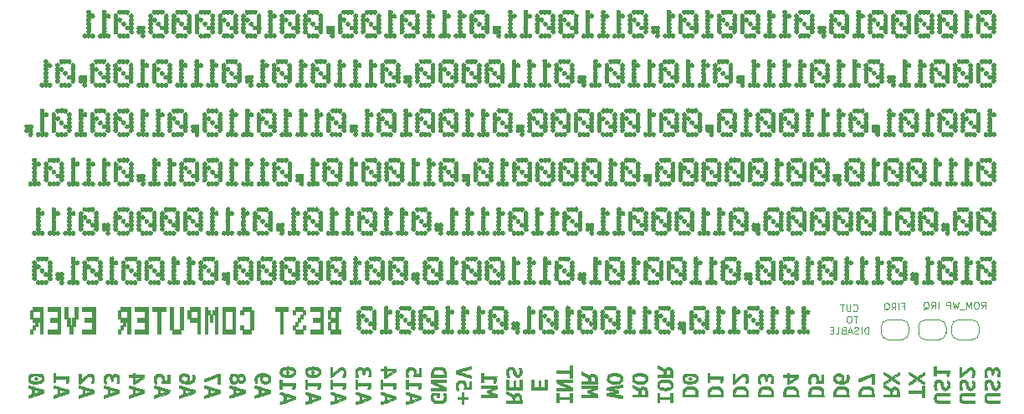
<source format=gbr>
G04 #@! TF.GenerationSoftware,KiCad,Pcbnew,(5.0.0)*
G04 #@! TF.CreationDate,2020-08-03T17:04:06+01:00*
G04 #@! TF.ProjectId,basic-mc6800,62617369632D6D63363830302E6B6963,rev?*
G04 #@! TF.SameCoordinates,Original*
G04 #@! TF.FileFunction,Legend,Bot*
G04 #@! TF.FilePolarity,Positive*
%FSLAX46Y46*%
G04 Gerber Fmt 4.6, Leading zero omitted, Abs format (unit mm)*
G04 Created by KiCad (PCBNEW (5.0.0)) date 08/03/20 17:04:06*
%MOMM*%
%LPD*%
G01*
G04 APERTURE LIST*
%ADD10C,0.100000*%
%ADD11C,0.120000*%
%ADD12C,0.010000*%
G04 APERTURE END LIST*
D10*
X182316666Y-89000000D02*
X182350000Y-89033333D01*
X182450000Y-89066666D01*
X182516666Y-89066666D01*
X182616666Y-89033333D01*
X182683333Y-88966666D01*
X182716666Y-88900000D01*
X182750000Y-88766666D01*
X182750000Y-88666666D01*
X182716666Y-88533333D01*
X182683333Y-88466666D01*
X182616666Y-88400000D01*
X182516666Y-88366666D01*
X182450000Y-88366666D01*
X182350000Y-88400000D01*
X182316666Y-88433333D01*
X182016666Y-88366666D02*
X182016666Y-88933333D01*
X181983333Y-89000000D01*
X181950000Y-89033333D01*
X181883333Y-89066666D01*
X181750000Y-89066666D01*
X181683333Y-89033333D01*
X181650000Y-89000000D01*
X181616666Y-88933333D01*
X181616666Y-88366666D01*
X181383333Y-88366666D02*
X180983333Y-88366666D01*
X181183333Y-89066666D02*
X181183333Y-88366666D01*
X182733333Y-89516666D02*
X182333333Y-89516666D01*
X182533333Y-90216666D02*
X182533333Y-89516666D01*
X181966666Y-89516666D02*
X181833333Y-89516666D01*
X181766666Y-89550000D01*
X181700000Y-89616666D01*
X181666666Y-89750000D01*
X181666666Y-89983333D01*
X181700000Y-90116666D01*
X181766666Y-90183333D01*
X181833333Y-90216666D01*
X181966666Y-90216666D01*
X182033333Y-90183333D01*
X182100000Y-90116666D01*
X182133333Y-89983333D01*
X182133333Y-89750000D01*
X182100000Y-89616666D01*
X182033333Y-89550000D01*
X181966666Y-89516666D01*
X183833333Y-91366666D02*
X183833333Y-90666666D01*
X183666666Y-90666666D01*
X183566666Y-90700000D01*
X183500000Y-90766666D01*
X183466666Y-90833333D01*
X183433333Y-90966666D01*
X183433333Y-91066666D01*
X183466666Y-91200000D01*
X183500000Y-91266666D01*
X183566666Y-91333333D01*
X183666666Y-91366666D01*
X183833333Y-91366666D01*
X183133333Y-91366666D02*
X183133333Y-90666666D01*
X182833333Y-91333333D02*
X182733333Y-91366666D01*
X182566666Y-91366666D01*
X182500000Y-91333333D01*
X182466666Y-91300000D01*
X182433333Y-91233333D01*
X182433333Y-91166666D01*
X182466666Y-91100000D01*
X182500000Y-91066666D01*
X182566666Y-91033333D01*
X182700000Y-91000000D01*
X182766666Y-90966666D01*
X182800000Y-90933333D01*
X182833333Y-90866666D01*
X182833333Y-90800000D01*
X182800000Y-90733333D01*
X182766666Y-90700000D01*
X182700000Y-90666666D01*
X182533333Y-90666666D01*
X182433333Y-90700000D01*
X182166666Y-91166666D02*
X181833333Y-91166666D01*
X182233333Y-91366666D02*
X182000000Y-90666666D01*
X181766666Y-91366666D01*
X181300000Y-91000000D02*
X181200000Y-91033333D01*
X181166666Y-91066666D01*
X181133333Y-91133333D01*
X181133333Y-91233333D01*
X181166666Y-91300000D01*
X181200000Y-91333333D01*
X181266666Y-91366666D01*
X181533333Y-91366666D01*
X181533333Y-90666666D01*
X181300000Y-90666666D01*
X181233333Y-90700000D01*
X181200000Y-90733333D01*
X181166666Y-90800000D01*
X181166666Y-90866666D01*
X181200000Y-90933333D01*
X181233333Y-90966666D01*
X181300000Y-91000000D01*
X181533333Y-91000000D01*
X180500000Y-91366666D02*
X180833333Y-91366666D01*
X180833333Y-90666666D01*
X180266666Y-91000000D02*
X180033333Y-91000000D01*
X179933333Y-91366666D02*
X180266666Y-91366666D01*
X180266666Y-90666666D01*
X179933333Y-90666666D01*
X187283333Y-88550000D02*
X187516666Y-88550000D01*
X187516666Y-88916666D02*
X187516666Y-88216666D01*
X187183333Y-88216666D01*
X186916666Y-88916666D02*
X186916666Y-88216666D01*
X186183333Y-88916666D02*
X186416666Y-88583333D01*
X186583333Y-88916666D02*
X186583333Y-88216666D01*
X186316666Y-88216666D01*
X186250000Y-88250000D01*
X186216666Y-88283333D01*
X186183333Y-88350000D01*
X186183333Y-88450000D01*
X186216666Y-88516666D01*
X186250000Y-88550000D01*
X186316666Y-88583333D01*
X186583333Y-88583333D01*
X185416666Y-88983333D02*
X185483333Y-88950000D01*
X185550000Y-88883333D01*
X185650000Y-88783333D01*
X185716666Y-88750000D01*
X185783333Y-88750000D01*
X185750000Y-88916666D02*
X185816666Y-88883333D01*
X185883333Y-88816666D01*
X185916666Y-88683333D01*
X185916666Y-88450000D01*
X185883333Y-88316666D01*
X185816666Y-88250000D01*
X185750000Y-88216666D01*
X185616666Y-88216666D01*
X185550000Y-88250000D01*
X185483333Y-88316666D01*
X185450000Y-88450000D01*
X185450000Y-88683333D01*
X185483333Y-88816666D01*
X185550000Y-88883333D01*
X185616666Y-88916666D01*
X185750000Y-88916666D01*
X190916666Y-88816666D02*
X190916666Y-88116666D01*
X190183333Y-88816666D02*
X190416666Y-88483333D01*
X190583333Y-88816666D02*
X190583333Y-88116666D01*
X190316666Y-88116666D01*
X190250000Y-88150000D01*
X190216666Y-88183333D01*
X190183333Y-88250000D01*
X190183333Y-88350000D01*
X190216666Y-88416666D01*
X190250000Y-88450000D01*
X190316666Y-88483333D01*
X190583333Y-88483333D01*
X189416666Y-88883333D02*
X189483333Y-88850000D01*
X189550000Y-88783333D01*
X189650000Y-88683333D01*
X189716666Y-88650000D01*
X189783333Y-88650000D01*
X189750000Y-88816666D02*
X189816666Y-88783333D01*
X189883333Y-88716666D01*
X189916666Y-88583333D01*
X189916666Y-88350000D01*
X189883333Y-88216666D01*
X189816666Y-88150000D01*
X189750000Y-88116666D01*
X189616666Y-88116666D01*
X189550000Y-88150000D01*
X189483333Y-88216666D01*
X189450000Y-88350000D01*
X189450000Y-88583333D01*
X189483333Y-88716666D01*
X189550000Y-88783333D01*
X189616666Y-88816666D01*
X189750000Y-88816666D01*
X195266666Y-88816666D02*
X195500000Y-88483333D01*
X195666666Y-88816666D02*
X195666666Y-88116666D01*
X195400000Y-88116666D01*
X195333333Y-88150000D01*
X195300000Y-88183333D01*
X195266666Y-88250000D01*
X195266666Y-88350000D01*
X195300000Y-88416666D01*
X195333333Y-88450000D01*
X195400000Y-88483333D01*
X195666666Y-88483333D01*
X194833333Y-88116666D02*
X194700000Y-88116666D01*
X194633333Y-88150000D01*
X194566666Y-88216666D01*
X194533333Y-88350000D01*
X194533333Y-88583333D01*
X194566666Y-88716666D01*
X194633333Y-88783333D01*
X194700000Y-88816666D01*
X194833333Y-88816666D01*
X194900000Y-88783333D01*
X194966666Y-88716666D01*
X195000000Y-88583333D01*
X195000000Y-88350000D01*
X194966666Y-88216666D01*
X194900000Y-88150000D01*
X194833333Y-88116666D01*
X194233333Y-88816666D02*
X194233333Y-88116666D01*
X194000000Y-88616666D01*
X193766666Y-88116666D01*
X193766666Y-88816666D01*
X193600000Y-88883333D02*
X193066666Y-88883333D01*
X192966666Y-88116666D02*
X192800000Y-88816666D01*
X192666666Y-88316666D01*
X192533333Y-88816666D01*
X192366666Y-88116666D01*
X192100000Y-88816666D02*
X192100000Y-88116666D01*
X191833333Y-88116666D01*
X191766666Y-88150000D01*
X191733333Y-88183333D01*
X191700000Y-88250000D01*
X191700000Y-88350000D01*
X191733333Y-88416666D01*
X191766666Y-88450000D01*
X191833333Y-88483333D01*
X192100000Y-88483333D01*
D11*
G04 #@! TO.C,JP2*
X185837600Y-91932000D02*
X187237600Y-91932000D01*
X187937600Y-91232000D02*
X187937600Y-90632000D01*
X187237600Y-89932000D02*
X185837600Y-89932000D01*
X185137600Y-90632000D02*
X185137600Y-91232000D01*
X185137600Y-91232000D02*
G75*
G03X185837600Y-91932000I700000J0D01*
G01*
X185837600Y-89932000D02*
G75*
G03X185137600Y-90632000I0J-700000D01*
G01*
X187937600Y-90632000D02*
G75*
G03X187237600Y-89932000I-700000J0D01*
G01*
X187237600Y-91932000D02*
G75*
G03X187937600Y-91232000I0J700000D01*
G01*
G04 #@! TO.C,JP3*
X190996800Y-91932000D02*
G75*
G03X191696800Y-91232000I0J700000D01*
G01*
X191696800Y-90632000D02*
G75*
G03X190996800Y-89932000I-700000J0D01*
G01*
X189596800Y-89932000D02*
G75*
G03X188896800Y-90632000I0J-700000D01*
G01*
X188896800Y-91232000D02*
G75*
G03X189596800Y-91932000I700000J0D01*
G01*
X188896800Y-90632000D02*
X188896800Y-91232000D01*
X190996800Y-89932000D02*
X189596800Y-89932000D01*
X191696800Y-91232000D02*
X191696800Y-90632000D01*
X189596800Y-91932000D02*
X190996800Y-91932000D01*
G04 #@! TO.C,JP1*
X194350000Y-91932000D02*
G75*
G03X195050000Y-91232000I0J700000D01*
G01*
X195050000Y-90632000D02*
G75*
G03X194350000Y-89932000I-700000J0D01*
G01*
X192950000Y-89932000D02*
G75*
G03X192250000Y-90632000I0J-700000D01*
G01*
X192250000Y-91232000D02*
G75*
G03X192950000Y-91932000I700000J0D01*
G01*
X192250000Y-90632000D02*
X192250000Y-91232000D01*
X194350000Y-89932000D02*
X192950000Y-89932000D01*
X195050000Y-91232000D02*
X195050000Y-90632000D01*
X192950000Y-91932000D02*
X194350000Y-91932000D01*
D12*
G04 #@! TO.C,G\002A\002A\002A*
G36*
X124970138Y-95077296D02*
X124922042Y-95150758D01*
X124914536Y-95210527D01*
X124937861Y-95307895D01*
X125003977Y-95361334D01*
X125057769Y-95369675D01*
X125130813Y-95352437D01*
X125162807Y-95331479D01*
X125192219Y-95271960D01*
X125201002Y-95210527D01*
X125177677Y-95113158D01*
X125111561Y-95059719D01*
X125057769Y-95051379D01*
X124970138Y-95077296D01*
X124970138Y-95077296D01*
G37*
X124970138Y-95077296D02*
X124922042Y-95150758D01*
X124914536Y-95210527D01*
X124937861Y-95307895D01*
X125003977Y-95361334D01*
X125057769Y-95369675D01*
X125130813Y-95352437D01*
X125162807Y-95331479D01*
X125192219Y-95271960D01*
X125201002Y-95210527D01*
X125177677Y-95113158D01*
X125111561Y-95059719D01*
X125057769Y-95051379D01*
X124970138Y-95077296D01*
G36*
X127516504Y-95077296D02*
X127468408Y-95150758D01*
X127460902Y-95210527D01*
X127484227Y-95307895D01*
X127550343Y-95361334D01*
X127604135Y-95369675D01*
X127677179Y-95352437D01*
X127709173Y-95331479D01*
X127738585Y-95271960D01*
X127747368Y-95210527D01*
X127724043Y-95113158D01*
X127657927Y-95059719D01*
X127604135Y-95051379D01*
X127516504Y-95077296D01*
X127516504Y-95077296D01*
G37*
X127516504Y-95077296D02*
X127468408Y-95150758D01*
X127460902Y-95210527D01*
X127484227Y-95307895D01*
X127550343Y-95361334D01*
X127604135Y-95369675D01*
X127677179Y-95352437D01*
X127709173Y-95331479D01*
X127738585Y-95271960D01*
X127747368Y-95210527D01*
X127724043Y-95113158D01*
X127657927Y-95059719D01*
X127604135Y-95051379D01*
X127516504Y-95077296D01*
G36*
X99514202Y-95742469D02*
X99459958Y-95806833D01*
X99451364Y-95861441D01*
X99477247Y-95954050D01*
X99541612Y-96011630D01*
X99626923Y-96023364D01*
X99681642Y-96003456D01*
X99732080Y-95944185D01*
X99742279Y-95864580D01*
X99717550Y-95786589D01*
X99663207Y-95732159D01*
X99612985Y-95719800D01*
X99514202Y-95742469D01*
X99514202Y-95742469D01*
G37*
X99514202Y-95742469D02*
X99459958Y-95806833D01*
X99451364Y-95861441D01*
X99477247Y-95954050D01*
X99541612Y-96011630D01*
X99626923Y-96023364D01*
X99681642Y-96003456D01*
X99732080Y-95944185D01*
X99742279Y-95864580D01*
X99717550Y-95786589D01*
X99663207Y-95732159D01*
X99612985Y-95719800D01*
X99514202Y-95742469D01*
G36*
X165719716Y-95742469D02*
X165665472Y-95806833D01*
X165656878Y-95861441D01*
X165682761Y-95954050D01*
X165747126Y-96011630D01*
X165832437Y-96023364D01*
X165887155Y-96003456D01*
X165937593Y-95944185D01*
X165947792Y-95864580D01*
X165923064Y-95786589D01*
X165868721Y-95732159D01*
X165818499Y-95719800D01*
X165719716Y-95742469D01*
X165719716Y-95742469D01*
G37*
X165719716Y-95742469D02*
X165665472Y-95806833D01*
X165656878Y-95861441D01*
X165682761Y-95954050D01*
X165747126Y-96011630D01*
X165832437Y-96023364D01*
X165887155Y-96003456D01*
X165937593Y-95944185D01*
X165947792Y-95864580D01*
X165923064Y-95786589D01*
X165868721Y-95732159D01*
X165818499Y-95719800D01*
X165719716Y-95742469D01*
G36*
X108713219Y-58556332D02*
X108649071Y-58591309D01*
X108647955Y-58592613D01*
X108612277Y-58625970D01*
X108587152Y-58606862D01*
X108578817Y-58592613D01*
X108526955Y-58556727D01*
X108441488Y-58543591D01*
X108348306Y-58553305D01*
X108273297Y-58585970D01*
X108266782Y-58591405D01*
X108221063Y-58623356D01*
X108187044Y-58607541D01*
X108172847Y-58591405D01*
X108104606Y-58552493D01*
X108010521Y-58545316D01*
X107919384Y-58568940D01*
X107874733Y-58601066D01*
X107825024Y-58693049D01*
X107826573Y-58786371D01*
X107868406Y-58868957D01*
X107939550Y-58928728D01*
X108029034Y-58953607D01*
X108125885Y-58931518D01*
X108157299Y-58912078D01*
X108213106Y-58883745D01*
X108265796Y-58901292D01*
X108281869Y-58912078D01*
X108386108Y-58952459D01*
X108493811Y-58942382D01*
X108559586Y-58903964D01*
X108608089Y-58868758D01*
X108647622Y-58879936D01*
X108676002Y-58903964D01*
X108767960Y-58948657D01*
X108876908Y-58948413D01*
X108941560Y-58923655D01*
X108996766Y-58858669D01*
X109019629Y-58763026D01*
X109006299Y-58662996D01*
X108985914Y-58621138D01*
X108931320Y-58565181D01*
X108851447Y-58544148D01*
X108811935Y-58542858D01*
X108713219Y-58556332D01*
X108713219Y-58556332D01*
G37*
X108713219Y-58556332D02*
X108649071Y-58591309D01*
X108647955Y-58592613D01*
X108612277Y-58625970D01*
X108587152Y-58606862D01*
X108578817Y-58592613D01*
X108526955Y-58556727D01*
X108441488Y-58543591D01*
X108348306Y-58553305D01*
X108273297Y-58585970D01*
X108266782Y-58591405D01*
X108221063Y-58623356D01*
X108187044Y-58607541D01*
X108172847Y-58591405D01*
X108104606Y-58552493D01*
X108010521Y-58545316D01*
X107919384Y-58568940D01*
X107874733Y-58601066D01*
X107825024Y-58693049D01*
X107826573Y-58786371D01*
X107868406Y-58868957D01*
X107939550Y-58928728D01*
X108029034Y-58953607D01*
X108125885Y-58931518D01*
X108157299Y-58912078D01*
X108213106Y-58883745D01*
X108265796Y-58901292D01*
X108281869Y-58912078D01*
X108386108Y-58952459D01*
X108493811Y-58942382D01*
X108559586Y-58903964D01*
X108608089Y-58868758D01*
X108647622Y-58879936D01*
X108676002Y-58903964D01*
X108767960Y-58948657D01*
X108876908Y-58948413D01*
X108941560Y-58923655D01*
X108996766Y-58858669D01*
X109019629Y-58763026D01*
X109006299Y-58662996D01*
X108985914Y-58621138D01*
X108931320Y-58565181D01*
X108851447Y-58544148D01*
X108811935Y-58542858D01*
X108713219Y-58556332D01*
G36*
X112243491Y-58557683D02*
X112182040Y-58591405D01*
X112145110Y-58623356D01*
X112106741Y-58607541D01*
X112088105Y-58591405D01*
X112001766Y-58550586D01*
X111897385Y-58548459D01*
X111807472Y-58585024D01*
X111799864Y-58591405D01*
X111754145Y-58623356D01*
X111720127Y-58607541D01*
X111705929Y-58591405D01*
X111639830Y-58554235D01*
X111545964Y-58544794D01*
X111453798Y-58562936D01*
X111405156Y-58592875D01*
X111364393Y-58672576D01*
X111358256Y-58774645D01*
X111385941Y-58868563D01*
X111413346Y-58903964D01*
X111504605Y-58949221D01*
X111608375Y-58948443D01*
X111696303Y-58901933D01*
X111697306Y-58900940D01*
X111742847Y-58863237D01*
X111778643Y-58872852D01*
X111808709Y-58900940D01*
X111898259Y-58949665D01*
X112002545Y-58946291D01*
X112072337Y-58912078D01*
X112128144Y-58883745D01*
X112180833Y-58901292D01*
X112196906Y-58912078D01*
X112296768Y-58951647D01*
X112400404Y-58946002D01*
X112480154Y-58898434D01*
X112517422Y-58823457D01*
X112531547Y-58724878D01*
X112521201Y-58631792D01*
X112494636Y-58581053D01*
X112429547Y-58551519D01*
X112335913Y-58544057D01*
X112243491Y-58557683D01*
X112243491Y-58557683D01*
G37*
X112243491Y-58557683D02*
X112182040Y-58591405D01*
X112145110Y-58623356D01*
X112106741Y-58607541D01*
X112088105Y-58591405D01*
X112001766Y-58550586D01*
X111897385Y-58548459D01*
X111807472Y-58585024D01*
X111799864Y-58591405D01*
X111754145Y-58623356D01*
X111720127Y-58607541D01*
X111705929Y-58591405D01*
X111639830Y-58554235D01*
X111545964Y-58544794D01*
X111453798Y-58562936D01*
X111405156Y-58592875D01*
X111364393Y-58672576D01*
X111358256Y-58774645D01*
X111385941Y-58868563D01*
X111413346Y-58903964D01*
X111504605Y-58949221D01*
X111608375Y-58948443D01*
X111696303Y-58901933D01*
X111697306Y-58900940D01*
X111742847Y-58863237D01*
X111778643Y-58872852D01*
X111808709Y-58900940D01*
X111898259Y-58949665D01*
X112002545Y-58946291D01*
X112072337Y-58912078D01*
X112128144Y-58883745D01*
X112180833Y-58901292D01*
X112196906Y-58912078D01*
X112296768Y-58951647D01*
X112400404Y-58946002D01*
X112480154Y-58898434D01*
X112517422Y-58823457D01*
X112531547Y-58724878D01*
X112521201Y-58631792D01*
X112494636Y-58581053D01*
X112429547Y-58551519D01*
X112335913Y-58544057D01*
X112243491Y-58557683D01*
G36*
X113803450Y-58554181D02*
X113742874Y-58596195D01*
X113723666Y-58622200D01*
X113687977Y-58721594D01*
X113701925Y-58815620D01*
X113753510Y-58893392D01*
X113830731Y-58944024D01*
X113921588Y-58956632D01*
X114014083Y-58920329D01*
X114034273Y-58903964D01*
X114082775Y-58868758D01*
X114122308Y-58879936D01*
X114150689Y-58903964D01*
X114241948Y-58949221D01*
X114345718Y-58948443D01*
X114433647Y-58901933D01*
X114434649Y-58900940D01*
X114480191Y-58863237D01*
X114515986Y-58872852D01*
X114546053Y-58900940D01*
X114631064Y-58947151D01*
X114732047Y-58951069D01*
X114820252Y-58912941D01*
X114835543Y-58898434D01*
X114877532Y-58813703D01*
X114885013Y-58710337D01*
X114857723Y-58618476D01*
X114838203Y-58592875D01*
X114765417Y-58555027D01*
X114669785Y-58544659D01*
X114580774Y-58561915D01*
X114537429Y-58591405D01*
X114500498Y-58623356D01*
X114462129Y-58607541D01*
X114443494Y-58591405D01*
X114363082Y-58552840D01*
X114262400Y-58545658D01*
X114172612Y-58570036D01*
X114145660Y-58589714D01*
X114103539Y-58620388D01*
X114068906Y-58600173D01*
X114059915Y-58589714D01*
X114002707Y-58558145D01*
X113912517Y-58543139D01*
X113898340Y-58542858D01*
X113803450Y-58554181D01*
X113803450Y-58554181D01*
G37*
X113803450Y-58554181D02*
X113742874Y-58596195D01*
X113723666Y-58622200D01*
X113687977Y-58721594D01*
X113701925Y-58815620D01*
X113753510Y-58893392D01*
X113830731Y-58944024D01*
X113921588Y-58956632D01*
X114014083Y-58920329D01*
X114034273Y-58903964D01*
X114082775Y-58868758D01*
X114122308Y-58879936D01*
X114150689Y-58903964D01*
X114241948Y-58949221D01*
X114345718Y-58948443D01*
X114433647Y-58901933D01*
X114434649Y-58900940D01*
X114480191Y-58863237D01*
X114515986Y-58872852D01*
X114546053Y-58900940D01*
X114631064Y-58947151D01*
X114732047Y-58951069D01*
X114820252Y-58912941D01*
X114835543Y-58898434D01*
X114877532Y-58813703D01*
X114885013Y-58710337D01*
X114857723Y-58618476D01*
X114838203Y-58592875D01*
X114765417Y-58555027D01*
X114669785Y-58544659D01*
X114580774Y-58561915D01*
X114537429Y-58591405D01*
X114500498Y-58623356D01*
X114462129Y-58607541D01*
X114443494Y-58591405D01*
X114363082Y-58552840D01*
X114262400Y-58545658D01*
X114172612Y-58570036D01*
X114145660Y-58589714D01*
X114103539Y-58620388D01*
X114068906Y-58600173D01*
X114059915Y-58589714D01*
X114002707Y-58558145D01*
X113912517Y-58543139D01*
X113898340Y-58542858D01*
X113803450Y-58554181D01*
G36*
X116137211Y-58569115D02*
X116066630Y-58636457D01*
X116035757Y-58727742D01*
X116051582Y-58825826D01*
X116097744Y-58892983D01*
X116190380Y-58946114D01*
X116296332Y-58950007D01*
X116389662Y-58903964D01*
X116438164Y-58868758D01*
X116477697Y-58879936D01*
X116506078Y-58903964D01*
X116595524Y-58948850D01*
X116696702Y-58949355D01*
X116781082Y-58905348D01*
X116781203Y-58905228D01*
X116825197Y-58870988D01*
X116863972Y-58883517D01*
X116889429Y-58905228D01*
X116982026Y-58950340D01*
X117087388Y-58946028D01*
X117179545Y-58893387D01*
X117179950Y-58892983D01*
X117231473Y-58804293D01*
X117238875Y-58702307D01*
X117201683Y-58612869D01*
X117185401Y-58595535D01*
X117112327Y-58557892D01*
X117018953Y-58543722D01*
X116930615Y-58553257D01*
X116872651Y-58586733D01*
X116868802Y-58592613D01*
X116842140Y-58625970D01*
X116811851Y-58606862D01*
X116799664Y-58592613D01*
X116736099Y-58556910D01*
X116642727Y-58543892D01*
X116548623Y-58553823D01*
X116482858Y-58586967D01*
X116480436Y-58589714D01*
X116443531Y-58620388D01*
X116405461Y-58600173D01*
X116394691Y-58589714D01*
X116331438Y-58557041D01*
X116243411Y-58542874D01*
X116240509Y-58542858D01*
X116137211Y-58569115D01*
X116137211Y-58569115D01*
G37*
X116137211Y-58569115D02*
X116066630Y-58636457D01*
X116035757Y-58727742D01*
X116051582Y-58825826D01*
X116097744Y-58892983D01*
X116190380Y-58946114D01*
X116296332Y-58950007D01*
X116389662Y-58903964D01*
X116438164Y-58868758D01*
X116477697Y-58879936D01*
X116506078Y-58903964D01*
X116595524Y-58948850D01*
X116696702Y-58949355D01*
X116781082Y-58905348D01*
X116781203Y-58905228D01*
X116825197Y-58870988D01*
X116863972Y-58883517D01*
X116889429Y-58905228D01*
X116982026Y-58950340D01*
X117087388Y-58946028D01*
X117179545Y-58893387D01*
X117179950Y-58892983D01*
X117231473Y-58804293D01*
X117238875Y-58702307D01*
X117201683Y-58612869D01*
X117185401Y-58595535D01*
X117112327Y-58557892D01*
X117018953Y-58543722D01*
X116930615Y-58553257D01*
X116872651Y-58586733D01*
X116868802Y-58592613D01*
X116842140Y-58625970D01*
X116811851Y-58606862D01*
X116799664Y-58592613D01*
X116736099Y-58556910D01*
X116642727Y-58543892D01*
X116548623Y-58553823D01*
X116482858Y-58586967D01*
X116480436Y-58589714D01*
X116443531Y-58620388D01*
X116405461Y-58600173D01*
X116394691Y-58589714D01*
X116331438Y-58557041D01*
X116243411Y-58542874D01*
X116240509Y-58542858D01*
X116137211Y-58569115D01*
G36*
X119280638Y-58556332D02*
X119216489Y-58591309D01*
X119215373Y-58592613D01*
X119179695Y-58625970D01*
X119154571Y-58606862D01*
X119146235Y-58592613D01*
X119094373Y-58556727D01*
X119008907Y-58543591D01*
X118915725Y-58553305D01*
X118840716Y-58585970D01*
X118834200Y-58591405D01*
X118788481Y-58623356D01*
X118754463Y-58607541D01*
X118740265Y-58591405D01*
X118672024Y-58552493D01*
X118577939Y-58545316D01*
X118486803Y-58568940D01*
X118442151Y-58601066D01*
X118398740Y-58688425D01*
X118394345Y-58791782D01*
X118428438Y-58882215D01*
X118447682Y-58903964D01*
X118541508Y-58949931D01*
X118649871Y-58947062D01*
X118724718Y-58912078D01*
X118780525Y-58883745D01*
X118833214Y-58901292D01*
X118849287Y-58912078D01*
X118953527Y-58952459D01*
X119061229Y-58942382D01*
X119127005Y-58903964D01*
X119175507Y-58868758D01*
X119215040Y-58879936D01*
X119243421Y-58903964D01*
X119335379Y-58948657D01*
X119444326Y-58948413D01*
X119508979Y-58923655D01*
X119564184Y-58858669D01*
X119587048Y-58763026D01*
X119573718Y-58662996D01*
X119553332Y-58621138D01*
X119498739Y-58565181D01*
X119418865Y-58544148D01*
X119379354Y-58542858D01*
X119280638Y-58556332D01*
X119280638Y-58556332D01*
G37*
X119280638Y-58556332D02*
X119216489Y-58591309D01*
X119215373Y-58592613D01*
X119179695Y-58625970D01*
X119154571Y-58606862D01*
X119146235Y-58592613D01*
X119094373Y-58556727D01*
X119008907Y-58543591D01*
X118915725Y-58553305D01*
X118840716Y-58585970D01*
X118834200Y-58591405D01*
X118788481Y-58623356D01*
X118754463Y-58607541D01*
X118740265Y-58591405D01*
X118672024Y-58552493D01*
X118577939Y-58545316D01*
X118486803Y-58568940D01*
X118442151Y-58601066D01*
X118398740Y-58688425D01*
X118394345Y-58791782D01*
X118428438Y-58882215D01*
X118447682Y-58903964D01*
X118541508Y-58949931D01*
X118649871Y-58947062D01*
X118724718Y-58912078D01*
X118780525Y-58883745D01*
X118833214Y-58901292D01*
X118849287Y-58912078D01*
X118953527Y-58952459D01*
X119061229Y-58942382D01*
X119127005Y-58903964D01*
X119175507Y-58868758D01*
X119215040Y-58879936D01*
X119243421Y-58903964D01*
X119335379Y-58948657D01*
X119444326Y-58948413D01*
X119508979Y-58923655D01*
X119564184Y-58858669D01*
X119587048Y-58763026D01*
X119573718Y-58662996D01*
X119553332Y-58621138D01*
X119498739Y-58565181D01*
X119418865Y-58544148D01*
X119379354Y-58542858D01*
X119280638Y-58556332D01*
G36*
X120848690Y-58555304D02*
X120785133Y-58593547D01*
X120777812Y-58604424D01*
X120747685Y-58708067D01*
X120754887Y-58815229D01*
X120797075Y-58898130D01*
X120803070Y-58903964D01*
X120894329Y-58949221D01*
X120998099Y-58948443D01*
X121086028Y-58901933D01*
X121087030Y-58900940D01*
X121132572Y-58863237D01*
X121168367Y-58872852D01*
X121198433Y-58900940D01*
X121287984Y-58949665D01*
X121392269Y-58946291D01*
X121462061Y-58912078D01*
X121517868Y-58883745D01*
X121570558Y-58901292D01*
X121586630Y-58912078D01*
X121686493Y-58951647D01*
X121790128Y-58946002D01*
X121869879Y-58898434D01*
X121907146Y-58823457D01*
X121921271Y-58724878D01*
X121910926Y-58631792D01*
X121884361Y-58581053D01*
X121819271Y-58551519D01*
X121725637Y-58544057D01*
X121633215Y-58557683D01*
X121571765Y-58591405D01*
X121534834Y-58623356D01*
X121496465Y-58607541D01*
X121477830Y-58591405D01*
X121391491Y-58550586D01*
X121287110Y-58548459D01*
X121197197Y-58585024D01*
X121189589Y-58591405D01*
X121143870Y-58623356D01*
X121109851Y-58607541D01*
X121095654Y-58591405D01*
X121030601Y-58553142D01*
X120939396Y-58541473D01*
X120848690Y-58555304D01*
X120848690Y-58555304D01*
G37*
X120848690Y-58555304D02*
X120785133Y-58593547D01*
X120777812Y-58604424D01*
X120747685Y-58708067D01*
X120754887Y-58815229D01*
X120797075Y-58898130D01*
X120803070Y-58903964D01*
X120894329Y-58949221D01*
X120998099Y-58948443D01*
X121086028Y-58901933D01*
X121087030Y-58900940D01*
X121132572Y-58863237D01*
X121168367Y-58872852D01*
X121198433Y-58900940D01*
X121287984Y-58949665D01*
X121392269Y-58946291D01*
X121462061Y-58912078D01*
X121517868Y-58883745D01*
X121570558Y-58901292D01*
X121586630Y-58912078D01*
X121686493Y-58951647D01*
X121790128Y-58946002D01*
X121869879Y-58898434D01*
X121907146Y-58823457D01*
X121921271Y-58724878D01*
X121910926Y-58631792D01*
X121884361Y-58581053D01*
X121819271Y-58551519D01*
X121725637Y-58544057D01*
X121633215Y-58557683D01*
X121571765Y-58591405D01*
X121534834Y-58623356D01*
X121496465Y-58607541D01*
X121477830Y-58591405D01*
X121391491Y-58550586D01*
X121287110Y-58548459D01*
X121197197Y-58585024D01*
X121189589Y-58591405D01*
X121143870Y-58623356D01*
X121109851Y-58607541D01*
X121095654Y-58591405D01*
X121030601Y-58553142D01*
X120939396Y-58541473D01*
X120848690Y-58555304D01*
G36*
X124744561Y-58560938D02*
X124684125Y-58619839D01*
X124660695Y-58726549D01*
X124659900Y-58758639D01*
X124686501Y-58859144D01*
X124755140Y-58927558D01*
X124849064Y-58956214D01*
X124951523Y-58937446D01*
X124995144Y-58912078D01*
X125050951Y-58883745D01*
X125103640Y-58901292D01*
X125119713Y-58912078D01*
X125227957Y-58953556D01*
X125337690Y-58935291D01*
X125377099Y-58912078D01*
X125432906Y-58883745D01*
X125485595Y-58901292D01*
X125501668Y-58912078D01*
X125601530Y-58951647D01*
X125705166Y-58946002D01*
X125784916Y-58898434D01*
X125822184Y-58823457D01*
X125836309Y-58724878D01*
X125825963Y-58631792D01*
X125799398Y-58581053D01*
X125734309Y-58551519D01*
X125640675Y-58544057D01*
X125548253Y-58557683D01*
X125486802Y-58591405D01*
X125449871Y-58623356D01*
X125411503Y-58607541D01*
X125392867Y-58591405D01*
X125306528Y-58550586D01*
X125202147Y-58548459D01*
X125112234Y-58585024D01*
X125104626Y-58591405D01*
X125058907Y-58623356D01*
X125024889Y-58607541D01*
X125010691Y-58591405D01*
X124950425Y-58557582D01*
X124856066Y-58542943D01*
X124848100Y-58542858D01*
X124744561Y-58560938D01*
X124744561Y-58560938D01*
G37*
X124744561Y-58560938D02*
X124684125Y-58619839D01*
X124660695Y-58726549D01*
X124659900Y-58758639D01*
X124686501Y-58859144D01*
X124755140Y-58927558D01*
X124849064Y-58956214D01*
X124951523Y-58937446D01*
X124995144Y-58912078D01*
X125050951Y-58883745D01*
X125103640Y-58901292D01*
X125119713Y-58912078D01*
X125227957Y-58953556D01*
X125337690Y-58935291D01*
X125377099Y-58912078D01*
X125432906Y-58883745D01*
X125485595Y-58901292D01*
X125501668Y-58912078D01*
X125601530Y-58951647D01*
X125705166Y-58946002D01*
X125784916Y-58898434D01*
X125822184Y-58823457D01*
X125836309Y-58724878D01*
X125825963Y-58631792D01*
X125799398Y-58581053D01*
X125734309Y-58551519D01*
X125640675Y-58544057D01*
X125548253Y-58557683D01*
X125486802Y-58591405D01*
X125449871Y-58623356D01*
X125411503Y-58607541D01*
X125392867Y-58591405D01*
X125306528Y-58550586D01*
X125202147Y-58548459D01*
X125112234Y-58585024D01*
X125104626Y-58591405D01*
X125058907Y-58623356D01*
X125024889Y-58607541D01*
X125010691Y-58591405D01*
X124950425Y-58557582D01*
X124856066Y-58542943D01*
X124848100Y-58542858D01*
X124744561Y-58560938D01*
G36*
X127108212Y-58554181D02*
X127047636Y-58596195D01*
X127028428Y-58622200D01*
X126992739Y-58721594D01*
X127006687Y-58815620D01*
X127058272Y-58893392D01*
X127135493Y-58944024D01*
X127226350Y-58956632D01*
X127318845Y-58920329D01*
X127339035Y-58903964D01*
X127387537Y-58868758D01*
X127427070Y-58879936D01*
X127455451Y-58903964D01*
X127546710Y-58949221D01*
X127650480Y-58948443D01*
X127738409Y-58901933D01*
X127739411Y-58900940D01*
X127784953Y-58863237D01*
X127820748Y-58872852D01*
X127850814Y-58900940D01*
X127935825Y-58947151D01*
X128036809Y-58951069D01*
X128125014Y-58912941D01*
X128140305Y-58898434D01*
X128183716Y-58811075D01*
X128188111Y-58707718D01*
X128154018Y-58617285D01*
X128134774Y-58595535D01*
X128054595Y-58554703D01*
X127957603Y-58545199D01*
X127872282Y-58567426D01*
X127842191Y-58591405D01*
X127805260Y-58623356D01*
X127766891Y-58607541D01*
X127748256Y-58591405D01*
X127667844Y-58552840D01*
X127567162Y-58545658D01*
X127477373Y-58570036D01*
X127450422Y-58589714D01*
X127408301Y-58620388D01*
X127373668Y-58600173D01*
X127364677Y-58589714D01*
X127307469Y-58558145D01*
X127217279Y-58543139D01*
X127203102Y-58542858D01*
X127108212Y-58554181D01*
X127108212Y-58554181D01*
G37*
X127108212Y-58554181D02*
X127047636Y-58596195D01*
X127028428Y-58622200D01*
X126992739Y-58721594D01*
X127006687Y-58815620D01*
X127058272Y-58893392D01*
X127135493Y-58944024D01*
X127226350Y-58956632D01*
X127318845Y-58920329D01*
X127339035Y-58903964D01*
X127387537Y-58868758D01*
X127427070Y-58879936D01*
X127455451Y-58903964D01*
X127546710Y-58949221D01*
X127650480Y-58948443D01*
X127738409Y-58901933D01*
X127739411Y-58900940D01*
X127784953Y-58863237D01*
X127820748Y-58872852D01*
X127850814Y-58900940D01*
X127935825Y-58947151D01*
X128036809Y-58951069D01*
X128125014Y-58912941D01*
X128140305Y-58898434D01*
X128183716Y-58811075D01*
X128188111Y-58707718D01*
X128154018Y-58617285D01*
X128134774Y-58595535D01*
X128054595Y-58554703D01*
X127957603Y-58545199D01*
X127872282Y-58567426D01*
X127842191Y-58591405D01*
X127805260Y-58623356D01*
X127766891Y-58607541D01*
X127748256Y-58591405D01*
X127667844Y-58552840D01*
X127567162Y-58545658D01*
X127477373Y-58570036D01*
X127450422Y-58589714D01*
X127408301Y-58620388D01*
X127373668Y-58600173D01*
X127364677Y-58589714D01*
X127307469Y-58558145D01*
X127217279Y-58543139D01*
X127203102Y-58542858D01*
X127108212Y-58554181D01*
G36*
X131432219Y-58544992D02*
X131364295Y-58576055D01*
X131351258Y-58592613D01*
X131324597Y-58625970D01*
X131294307Y-58606862D01*
X131282120Y-58592613D01*
X131218555Y-58556910D01*
X131125183Y-58543892D01*
X131031079Y-58553823D01*
X130965314Y-58586967D01*
X130962892Y-58589714D01*
X130925988Y-58620388D01*
X130887917Y-58600173D01*
X130877147Y-58589714D01*
X130799913Y-58551203D01*
X130699529Y-58545958D01*
X130606417Y-58572856D01*
X130569219Y-58601066D01*
X130520662Y-58691570D01*
X130522871Y-58783797D01*
X130564577Y-58866375D01*
X130634508Y-58927937D01*
X130721395Y-58957111D01*
X130813967Y-58942529D01*
X130870722Y-58905228D01*
X130918310Y-58870988D01*
X130955771Y-58883517D01*
X130978947Y-58905228D01*
X131063271Y-58949316D01*
X131164444Y-58948891D01*
X131253938Y-58904086D01*
X131254073Y-58903964D01*
X131302575Y-58868758D01*
X131342108Y-58879936D01*
X131370489Y-58903964D01*
X131464207Y-58950085D01*
X131570157Y-58946007D01*
X131662406Y-58892983D01*
X131717943Y-58797633D01*
X131714305Y-58689654D01*
X131676516Y-58613599D01*
X131613054Y-58565359D01*
X131523380Y-58541959D01*
X131432219Y-58544992D01*
X131432219Y-58544992D01*
G37*
X131432219Y-58544992D02*
X131364295Y-58576055D01*
X131351258Y-58592613D01*
X131324597Y-58625970D01*
X131294307Y-58606862D01*
X131282120Y-58592613D01*
X131218555Y-58556910D01*
X131125183Y-58543892D01*
X131031079Y-58553823D01*
X130965314Y-58586967D01*
X130962892Y-58589714D01*
X130925988Y-58620388D01*
X130887917Y-58600173D01*
X130877147Y-58589714D01*
X130799913Y-58551203D01*
X130699529Y-58545958D01*
X130606417Y-58572856D01*
X130569219Y-58601066D01*
X130520662Y-58691570D01*
X130522871Y-58783797D01*
X130564577Y-58866375D01*
X130634508Y-58927937D01*
X130721395Y-58957111D01*
X130813967Y-58942529D01*
X130870722Y-58905228D01*
X130918310Y-58870988D01*
X130955771Y-58883517D01*
X130978947Y-58905228D01*
X131063271Y-58949316D01*
X131164444Y-58948891D01*
X131253938Y-58904086D01*
X131254073Y-58903964D01*
X131302575Y-58868758D01*
X131342108Y-58879936D01*
X131370489Y-58903964D01*
X131464207Y-58950085D01*
X131570157Y-58946007D01*
X131662406Y-58892983D01*
X131717943Y-58797633D01*
X131714305Y-58689654D01*
X131676516Y-58613599D01*
X131613054Y-58565359D01*
X131523380Y-58541959D01*
X131432219Y-58544992D01*
G36*
X133411961Y-58550339D02*
X133334529Y-58578213D01*
X133316656Y-58591405D01*
X133270937Y-58623356D01*
X133236919Y-58607541D01*
X133222721Y-58591405D01*
X133154481Y-58552493D01*
X133060395Y-58545316D01*
X132969259Y-58568940D01*
X132924607Y-58601066D01*
X132881196Y-58688425D01*
X132876801Y-58791782D01*
X132910894Y-58882215D01*
X132930138Y-58903964D01*
X133021397Y-58949221D01*
X133125167Y-58948443D01*
X133213095Y-58901933D01*
X133214098Y-58900940D01*
X133259639Y-58863237D01*
X133295435Y-58872852D01*
X133325501Y-58900940D01*
X133412806Y-58947987D01*
X133516378Y-58949808D01*
X133607246Y-58905964D01*
X133608065Y-58905228D01*
X133655654Y-58870988D01*
X133693114Y-58883517D01*
X133716291Y-58905228D01*
X133796305Y-58947110D01*
X133895465Y-58952706D01*
X133982140Y-58921622D01*
X133997521Y-58908709D01*
X134060599Y-58807550D01*
X134061344Y-58695124D01*
X134043423Y-58646816D01*
X133998508Y-58583802D01*
X133928094Y-58554833D01*
X133879170Y-58548707D01*
X133760353Y-58557858D01*
X133700309Y-58589868D01*
X133655831Y-58623375D01*
X133633174Y-58610983D01*
X133624856Y-58591976D01*
X133581528Y-58557266D01*
X133502429Y-58543372D01*
X133411961Y-58550339D01*
X133411961Y-58550339D01*
G37*
X133411961Y-58550339D02*
X133334529Y-58578213D01*
X133316656Y-58591405D01*
X133270937Y-58623356D01*
X133236919Y-58607541D01*
X133222721Y-58591405D01*
X133154481Y-58552493D01*
X133060395Y-58545316D01*
X132969259Y-58568940D01*
X132924607Y-58601066D01*
X132881196Y-58688425D01*
X132876801Y-58791782D01*
X132910894Y-58882215D01*
X132930138Y-58903964D01*
X133021397Y-58949221D01*
X133125167Y-58948443D01*
X133213095Y-58901933D01*
X133214098Y-58900940D01*
X133259639Y-58863237D01*
X133295435Y-58872852D01*
X133325501Y-58900940D01*
X133412806Y-58947987D01*
X133516378Y-58949808D01*
X133607246Y-58905964D01*
X133608065Y-58905228D01*
X133655654Y-58870988D01*
X133693114Y-58883517D01*
X133716291Y-58905228D01*
X133796305Y-58947110D01*
X133895465Y-58952706D01*
X133982140Y-58921622D01*
X133997521Y-58908709D01*
X134060599Y-58807550D01*
X134061344Y-58695124D01*
X134043423Y-58646816D01*
X133998508Y-58583802D01*
X133928094Y-58554833D01*
X133879170Y-58548707D01*
X133760353Y-58557858D01*
X133700309Y-58589868D01*
X133655831Y-58623375D01*
X133633174Y-58610983D01*
X133624856Y-58591976D01*
X133581528Y-58557266D01*
X133502429Y-58543372D01*
X133411961Y-58550339D01*
G36*
X136884297Y-58568940D02*
X136839645Y-58601066D01*
X136796234Y-58688425D01*
X136791839Y-58791782D01*
X136825932Y-58882215D01*
X136845175Y-58903964D01*
X136936434Y-58949221D01*
X137040204Y-58948443D01*
X137128133Y-58901933D01*
X137129135Y-58900940D01*
X137174677Y-58863237D01*
X137210472Y-58872852D01*
X137240539Y-58900940D01*
X137327844Y-58947987D01*
X137431416Y-58949808D01*
X137522284Y-58905964D01*
X137523102Y-58905228D01*
X137570691Y-58870988D01*
X137608152Y-58883517D01*
X137631328Y-58905228D01*
X137711342Y-58947110D01*
X137810503Y-58952706D01*
X137897178Y-58921622D01*
X137912559Y-58908709D01*
X137975636Y-58807553D01*
X137976378Y-58695136D01*
X137958449Y-58646816D01*
X137916706Y-58586258D01*
X137852511Y-58557509D01*
X137786609Y-58549239D01*
X137672105Y-58555895D01*
X137616580Y-58588139D01*
X137578664Y-58620051D01*
X137540357Y-58600218D01*
X137529528Y-58589714D01*
X137453598Y-58552037D01*
X137353693Y-58545994D01*
X137260978Y-58571407D01*
X137231694Y-58591405D01*
X137185975Y-58623356D01*
X137151956Y-58607541D01*
X137137759Y-58591405D01*
X137069518Y-58552493D01*
X136975433Y-58545316D01*
X136884297Y-58568940D01*
X136884297Y-58568940D01*
G37*
X136884297Y-58568940D02*
X136839645Y-58601066D01*
X136796234Y-58688425D01*
X136791839Y-58791782D01*
X136825932Y-58882215D01*
X136845175Y-58903964D01*
X136936434Y-58949221D01*
X137040204Y-58948443D01*
X137128133Y-58901933D01*
X137129135Y-58900940D01*
X137174677Y-58863237D01*
X137210472Y-58872852D01*
X137240539Y-58900940D01*
X137327844Y-58947987D01*
X137431416Y-58949808D01*
X137522284Y-58905964D01*
X137523102Y-58905228D01*
X137570691Y-58870988D01*
X137608152Y-58883517D01*
X137631328Y-58905228D01*
X137711342Y-58947110D01*
X137810503Y-58952706D01*
X137897178Y-58921622D01*
X137912559Y-58908709D01*
X137975636Y-58807553D01*
X137976378Y-58695136D01*
X137958449Y-58646816D01*
X137916706Y-58586258D01*
X137852511Y-58557509D01*
X137786609Y-58549239D01*
X137672105Y-58555895D01*
X137616580Y-58588139D01*
X137578664Y-58620051D01*
X137540357Y-58600218D01*
X137529528Y-58589714D01*
X137453598Y-58552037D01*
X137353693Y-58545994D01*
X137260978Y-58571407D01*
X137231694Y-58591405D01*
X137185975Y-58623356D01*
X137151956Y-58607541D01*
X137137759Y-58591405D01*
X137069518Y-58552493D01*
X136975433Y-58545316D01*
X136884297Y-58568940D01*
G36*
X143925232Y-58569144D02*
X143849538Y-58642216D01*
X143821324Y-58753389D01*
X143821303Y-58756832D01*
X143848660Y-58850318D01*
X143918312Y-58917636D01*
X144011628Y-58951077D01*
X144109980Y-58942932D01*
X144176880Y-58903964D01*
X144225382Y-58868758D01*
X144264915Y-58879936D01*
X144293296Y-58903964D01*
X144387965Y-58950314D01*
X144497892Y-58945651D01*
X144574719Y-58909483D01*
X144628998Y-58879231D01*
X144664417Y-58891175D01*
X144681187Y-58909483D01*
X144750730Y-58949075D01*
X144844218Y-58951513D01*
X144935042Y-58918333D01*
X144967168Y-58892983D01*
X145018691Y-58804293D01*
X145026093Y-58702307D01*
X144988901Y-58612869D01*
X144972619Y-58595535D01*
X144889762Y-58554244D01*
X144788001Y-58545445D01*
X144697459Y-58569717D01*
X144670221Y-58589714D01*
X144628100Y-58620388D01*
X144593468Y-58600173D01*
X144584476Y-58589714D01*
X144524119Y-58557191D01*
X144432539Y-58544205D01*
X144339362Y-58551582D01*
X144274212Y-58580145D01*
X144273283Y-58581053D01*
X144229970Y-58602859D01*
X144196892Y-58581053D01*
X144141500Y-58555748D01*
X144054989Y-58543166D01*
X144039549Y-58542858D01*
X143925232Y-58569144D01*
X143925232Y-58569144D01*
G37*
X143925232Y-58569144D02*
X143849538Y-58642216D01*
X143821324Y-58753389D01*
X143821303Y-58756832D01*
X143848660Y-58850318D01*
X143918312Y-58917636D01*
X144011628Y-58951077D01*
X144109980Y-58942932D01*
X144176880Y-58903964D01*
X144225382Y-58868758D01*
X144264915Y-58879936D01*
X144293296Y-58903964D01*
X144387965Y-58950314D01*
X144497892Y-58945651D01*
X144574719Y-58909483D01*
X144628998Y-58879231D01*
X144664417Y-58891175D01*
X144681187Y-58909483D01*
X144750730Y-58949075D01*
X144844218Y-58951513D01*
X144935042Y-58918333D01*
X144967168Y-58892983D01*
X145018691Y-58804293D01*
X145026093Y-58702307D01*
X144988901Y-58612869D01*
X144972619Y-58595535D01*
X144889762Y-58554244D01*
X144788001Y-58545445D01*
X144697459Y-58569717D01*
X144670221Y-58589714D01*
X144628100Y-58620388D01*
X144593468Y-58600173D01*
X144584476Y-58589714D01*
X144524119Y-58557191D01*
X144432539Y-58544205D01*
X144339362Y-58551582D01*
X144274212Y-58580145D01*
X144273283Y-58581053D01*
X144229970Y-58602859D01*
X144196892Y-58581053D01*
X144141500Y-58555748D01*
X144054989Y-58543166D01*
X144039549Y-58542858D01*
X143925232Y-58569144D01*
G36*
X150613775Y-58550673D02*
X150549129Y-58577333D01*
X150543800Y-58582823D01*
X150492223Y-58683703D01*
X150492944Y-58782849D01*
X150535354Y-58868763D01*
X150608845Y-58929944D01*
X150702809Y-58954894D01*
X150806637Y-58932112D01*
X150845145Y-58909483D01*
X150899424Y-58879231D01*
X150934843Y-58891175D01*
X150951613Y-58909483D01*
X151020039Y-58948273D01*
X151112657Y-58952564D01*
X151200738Y-58923238D01*
X151229636Y-58900940D01*
X151275178Y-58863237D01*
X151310973Y-58872852D01*
X151341040Y-58900940D01*
X151426051Y-58947151D01*
X151527034Y-58951069D01*
X151615239Y-58912941D01*
X151630530Y-58898434D01*
X151672519Y-58813703D01*
X151680000Y-58710337D01*
X151652710Y-58618476D01*
X151633190Y-58592875D01*
X151560404Y-58555027D01*
X151464773Y-58544659D01*
X151375761Y-58561915D01*
X151332416Y-58591405D01*
X151295485Y-58623356D01*
X151257117Y-58607541D01*
X151238481Y-58591405D01*
X151158070Y-58552840D01*
X151057387Y-58545658D01*
X150967599Y-58570036D01*
X150940647Y-58589714D01*
X150898526Y-58620388D01*
X150863894Y-58600173D01*
X150854903Y-58589714D01*
X150795531Y-58557503D01*
X150705532Y-58544276D01*
X150613775Y-58550673D01*
X150613775Y-58550673D01*
G37*
X150613775Y-58550673D02*
X150549129Y-58577333D01*
X150543800Y-58582823D01*
X150492223Y-58683703D01*
X150492944Y-58782849D01*
X150535354Y-58868763D01*
X150608845Y-58929944D01*
X150702809Y-58954894D01*
X150806637Y-58932112D01*
X150845145Y-58909483D01*
X150899424Y-58879231D01*
X150934843Y-58891175D01*
X150951613Y-58909483D01*
X151020039Y-58948273D01*
X151112657Y-58952564D01*
X151200738Y-58923238D01*
X151229636Y-58900940D01*
X151275178Y-58863237D01*
X151310973Y-58872852D01*
X151341040Y-58900940D01*
X151426051Y-58947151D01*
X151527034Y-58951069D01*
X151615239Y-58912941D01*
X151630530Y-58898434D01*
X151672519Y-58813703D01*
X151680000Y-58710337D01*
X151652710Y-58618476D01*
X151633190Y-58592875D01*
X151560404Y-58555027D01*
X151464773Y-58544659D01*
X151375761Y-58561915D01*
X151332416Y-58591405D01*
X151295485Y-58623356D01*
X151257117Y-58607541D01*
X151238481Y-58591405D01*
X151158070Y-58552840D01*
X151057387Y-58545658D01*
X150967599Y-58570036D01*
X150940647Y-58589714D01*
X150898526Y-58620388D01*
X150863894Y-58600173D01*
X150854903Y-58589714D01*
X150795531Y-58557503D01*
X150705532Y-58544276D01*
X150613775Y-58550673D01*
G36*
X152933001Y-58569144D02*
X152857307Y-58642216D01*
X152829093Y-58753389D01*
X152829073Y-58756832D01*
X152856430Y-58850318D01*
X152926081Y-58917636D01*
X153019398Y-58951077D01*
X153117750Y-58942932D01*
X153184649Y-58903964D01*
X153233151Y-58868758D01*
X153272684Y-58879936D01*
X153301065Y-58903964D01*
X153395735Y-58950314D01*
X153505661Y-58945651D01*
X153582488Y-58909483D01*
X153636768Y-58879231D01*
X153672186Y-58891175D01*
X153688957Y-58909483D01*
X153758499Y-58949075D01*
X153851987Y-58951513D01*
X153942812Y-58918333D01*
X153974937Y-58892983D01*
X154026461Y-58804293D01*
X154033863Y-58702307D01*
X153996670Y-58612869D01*
X153980388Y-58595535D01*
X153897531Y-58554244D01*
X153795770Y-58545445D01*
X153705228Y-58569717D01*
X153677991Y-58589714D01*
X153635870Y-58620388D01*
X153601237Y-58600173D01*
X153592246Y-58589714D01*
X153531888Y-58557191D01*
X153440309Y-58544205D01*
X153347131Y-58551582D01*
X153281981Y-58580145D01*
X153281053Y-58581053D01*
X153237739Y-58602859D01*
X153204662Y-58581053D01*
X153149270Y-58555748D01*
X153062758Y-58543166D01*
X153047319Y-58542858D01*
X152933001Y-58569144D01*
X152933001Y-58569144D01*
G37*
X152933001Y-58569144D02*
X152857307Y-58642216D01*
X152829093Y-58753389D01*
X152829073Y-58756832D01*
X152856430Y-58850318D01*
X152926081Y-58917636D01*
X153019398Y-58951077D01*
X153117750Y-58942932D01*
X153184649Y-58903964D01*
X153233151Y-58868758D01*
X153272684Y-58879936D01*
X153301065Y-58903964D01*
X153395735Y-58950314D01*
X153505661Y-58945651D01*
X153582488Y-58909483D01*
X153636768Y-58879231D01*
X153672186Y-58891175D01*
X153688957Y-58909483D01*
X153758499Y-58949075D01*
X153851987Y-58951513D01*
X153942812Y-58918333D01*
X153974937Y-58892983D01*
X154026461Y-58804293D01*
X154033863Y-58702307D01*
X153996670Y-58612869D01*
X153980388Y-58595535D01*
X153897531Y-58554244D01*
X153795770Y-58545445D01*
X153705228Y-58569717D01*
X153677991Y-58589714D01*
X153635870Y-58620388D01*
X153601237Y-58600173D01*
X153592246Y-58589714D01*
X153531888Y-58557191D01*
X153440309Y-58544205D01*
X153347131Y-58551582D01*
X153281981Y-58580145D01*
X153281053Y-58581053D01*
X153237739Y-58602859D01*
X153204662Y-58581053D01*
X153149270Y-58555748D01*
X153062758Y-58543166D01*
X153047319Y-58542858D01*
X152933001Y-58569144D01*
G36*
X160785760Y-58556672D02*
X160724357Y-58588758D01*
X160723543Y-58589714D01*
X160686639Y-58620388D01*
X160648568Y-58600173D01*
X160637799Y-58589714D01*
X160561869Y-58552037D01*
X160461964Y-58545994D01*
X160369249Y-58571407D01*
X160339965Y-58591405D01*
X160294245Y-58623356D01*
X160260227Y-58607541D01*
X160246030Y-58591405D01*
X160179930Y-58554235D01*
X160086064Y-58544794D01*
X159993898Y-58562936D01*
X159945256Y-58592875D01*
X159904494Y-58672576D01*
X159898357Y-58774645D01*
X159926041Y-58868563D01*
X159953446Y-58903964D01*
X160044705Y-58949221D01*
X160148475Y-58948443D01*
X160236404Y-58901933D01*
X160237406Y-58900940D01*
X160282948Y-58863237D01*
X160318743Y-58872852D01*
X160348809Y-58900940D01*
X160426330Y-58944215D01*
X160520535Y-58954246D01*
X160602696Y-58930151D01*
X160626833Y-58909483D01*
X160663029Y-58879231D01*
X160705587Y-58891175D01*
X160733301Y-58909483D01*
X160835149Y-58950973D01*
X160939390Y-58946463D01*
X161020255Y-58898434D01*
X161057522Y-58823457D01*
X161071647Y-58724878D01*
X161061302Y-58631792D01*
X161034737Y-58581053D01*
X160970574Y-58551995D01*
X160877707Y-58544143D01*
X160785760Y-58556672D01*
X160785760Y-58556672D01*
G37*
X160785760Y-58556672D02*
X160724357Y-58588758D01*
X160723543Y-58589714D01*
X160686639Y-58620388D01*
X160648568Y-58600173D01*
X160637799Y-58589714D01*
X160561869Y-58552037D01*
X160461964Y-58545994D01*
X160369249Y-58571407D01*
X160339965Y-58591405D01*
X160294245Y-58623356D01*
X160260227Y-58607541D01*
X160246030Y-58591405D01*
X160179930Y-58554235D01*
X160086064Y-58544794D01*
X159993898Y-58562936D01*
X159945256Y-58592875D01*
X159904494Y-58672576D01*
X159898357Y-58774645D01*
X159926041Y-58868563D01*
X159953446Y-58903964D01*
X160044705Y-58949221D01*
X160148475Y-58948443D01*
X160236404Y-58901933D01*
X160237406Y-58900940D01*
X160282948Y-58863237D01*
X160318743Y-58872852D01*
X160348809Y-58900940D01*
X160426330Y-58944215D01*
X160520535Y-58954246D01*
X160602696Y-58930151D01*
X160626833Y-58909483D01*
X160663029Y-58879231D01*
X160705587Y-58891175D01*
X160733301Y-58909483D01*
X160835149Y-58950973D01*
X160939390Y-58946463D01*
X161020255Y-58898434D01*
X161057522Y-58823457D01*
X161071647Y-58724878D01*
X161061302Y-58631792D01*
X161034737Y-58581053D01*
X160970574Y-58551995D01*
X160877707Y-58544143D01*
X160785760Y-58556672D01*
G36*
X165876323Y-58557683D02*
X165814872Y-58591405D01*
X165777942Y-58623356D01*
X165739573Y-58607541D01*
X165720937Y-58591405D01*
X165634598Y-58550586D01*
X165530218Y-58548459D01*
X165440304Y-58585024D01*
X165432697Y-58591405D01*
X165386977Y-58623356D01*
X165352959Y-58607541D01*
X165338762Y-58591405D01*
X165272662Y-58554235D01*
X165178796Y-58544794D01*
X165086630Y-58562936D01*
X165037988Y-58592875D01*
X164997225Y-58672576D01*
X164991088Y-58774645D01*
X165018773Y-58868563D01*
X165046178Y-58903964D01*
X165137437Y-58949221D01*
X165241207Y-58948443D01*
X165329135Y-58901933D01*
X165330138Y-58900940D01*
X165375680Y-58863237D01*
X165411475Y-58872852D01*
X165441541Y-58900940D01*
X165531091Y-58949665D01*
X165635377Y-58946291D01*
X165705169Y-58912078D01*
X165760976Y-58883745D01*
X165813665Y-58901292D01*
X165829738Y-58912078D01*
X165929600Y-58951647D01*
X166033236Y-58946002D01*
X166112987Y-58898434D01*
X166150254Y-58823457D01*
X166164379Y-58724878D01*
X166154033Y-58631792D01*
X166127469Y-58581053D01*
X166062379Y-58551519D01*
X165968745Y-58544057D01*
X165876323Y-58557683D01*
X165876323Y-58557683D01*
G37*
X165876323Y-58557683D02*
X165814872Y-58591405D01*
X165777942Y-58623356D01*
X165739573Y-58607541D01*
X165720937Y-58591405D01*
X165634598Y-58550586D01*
X165530218Y-58548459D01*
X165440304Y-58585024D01*
X165432697Y-58591405D01*
X165386977Y-58623356D01*
X165352959Y-58607541D01*
X165338762Y-58591405D01*
X165272662Y-58554235D01*
X165178796Y-58544794D01*
X165086630Y-58562936D01*
X165037988Y-58592875D01*
X164997225Y-58672576D01*
X164991088Y-58774645D01*
X165018773Y-58868563D01*
X165046178Y-58903964D01*
X165137437Y-58949221D01*
X165241207Y-58948443D01*
X165329135Y-58901933D01*
X165330138Y-58900940D01*
X165375680Y-58863237D01*
X165411475Y-58872852D01*
X165441541Y-58900940D01*
X165531091Y-58949665D01*
X165635377Y-58946291D01*
X165705169Y-58912078D01*
X165760976Y-58883745D01*
X165813665Y-58901292D01*
X165829738Y-58912078D01*
X165929600Y-58951647D01*
X166033236Y-58946002D01*
X166112987Y-58898434D01*
X166150254Y-58823457D01*
X166164379Y-58724878D01*
X166154033Y-58631792D01*
X166127469Y-58581053D01*
X166062379Y-58551519D01*
X165968745Y-58544057D01*
X165876323Y-58557683D01*
G36*
X169791361Y-58557683D02*
X169729910Y-58591405D01*
X169692979Y-58623356D01*
X169654611Y-58607541D01*
X169635975Y-58591405D01*
X169549636Y-58550586D01*
X169445255Y-58548459D01*
X169355342Y-58585024D01*
X169347734Y-58591405D01*
X169302015Y-58623356D01*
X169267996Y-58607541D01*
X169253799Y-58591405D01*
X169187700Y-58554235D01*
X169093834Y-58544794D01*
X169001668Y-58562936D01*
X168953025Y-58592875D01*
X168912263Y-58672576D01*
X168906126Y-58774645D01*
X168933811Y-58868563D01*
X168961215Y-58903964D01*
X169052475Y-58949221D01*
X169156244Y-58948443D01*
X169244173Y-58901933D01*
X169245175Y-58900940D01*
X169290717Y-58863237D01*
X169326512Y-58872852D01*
X169356579Y-58900940D01*
X169446129Y-58949665D01*
X169550415Y-58946291D01*
X169620206Y-58912078D01*
X169676014Y-58883745D01*
X169728703Y-58901292D01*
X169744776Y-58912078D01*
X169844638Y-58951647D01*
X169948273Y-58946002D01*
X170028024Y-58898434D01*
X170065292Y-58823457D01*
X170079417Y-58724878D01*
X170069071Y-58631792D01*
X170042506Y-58581053D01*
X169977417Y-58551519D01*
X169883783Y-58544057D01*
X169791361Y-58557683D01*
X169791361Y-58557683D01*
G37*
X169791361Y-58557683D02*
X169729910Y-58591405D01*
X169692979Y-58623356D01*
X169654611Y-58607541D01*
X169635975Y-58591405D01*
X169549636Y-58550586D01*
X169445255Y-58548459D01*
X169355342Y-58585024D01*
X169347734Y-58591405D01*
X169302015Y-58623356D01*
X169267996Y-58607541D01*
X169253799Y-58591405D01*
X169187700Y-58554235D01*
X169093834Y-58544794D01*
X169001668Y-58562936D01*
X168953025Y-58592875D01*
X168912263Y-58672576D01*
X168906126Y-58774645D01*
X168933811Y-58868563D01*
X168961215Y-58903964D01*
X169052475Y-58949221D01*
X169156244Y-58948443D01*
X169244173Y-58901933D01*
X169245175Y-58900940D01*
X169290717Y-58863237D01*
X169326512Y-58872852D01*
X169356579Y-58900940D01*
X169446129Y-58949665D01*
X169550415Y-58946291D01*
X169620206Y-58912078D01*
X169676014Y-58883745D01*
X169728703Y-58901292D01*
X169744776Y-58912078D01*
X169844638Y-58951647D01*
X169948273Y-58946002D01*
X170028024Y-58898434D01*
X170065292Y-58823457D01*
X170079417Y-58724878D01*
X170069071Y-58631792D01*
X170042506Y-58581053D01*
X169977417Y-58551519D01*
X169883783Y-58544057D01*
X169791361Y-58557683D01*
G36*
X171351320Y-58554181D02*
X171290744Y-58596195D01*
X171271536Y-58622200D01*
X171235847Y-58721594D01*
X171249795Y-58815620D01*
X171301379Y-58893392D01*
X171378600Y-58944024D01*
X171469458Y-58956632D01*
X171561952Y-58920329D01*
X171582143Y-58903964D01*
X171630645Y-58868758D01*
X171670178Y-58879936D01*
X171698559Y-58903964D01*
X171789818Y-58949221D01*
X171893588Y-58948443D01*
X171981516Y-58901933D01*
X171982519Y-58900940D01*
X172028061Y-58863237D01*
X172063856Y-58872852D01*
X172093922Y-58900940D01*
X172178933Y-58947151D01*
X172279917Y-58951069D01*
X172368121Y-58912941D01*
X172383413Y-58898434D01*
X172425402Y-58813703D01*
X172432882Y-58710337D01*
X172405593Y-58618476D01*
X172386072Y-58592875D01*
X172313286Y-58555027D01*
X172217655Y-58544659D01*
X172128644Y-58561915D01*
X172085298Y-58591405D01*
X172048368Y-58623356D01*
X172009999Y-58607541D01*
X171991363Y-58591405D01*
X171910952Y-58552840D01*
X171810270Y-58545658D01*
X171720481Y-58570036D01*
X171693530Y-58589714D01*
X171651409Y-58620388D01*
X171616776Y-58600173D01*
X171607785Y-58589714D01*
X171550577Y-58558145D01*
X171460387Y-58543139D01*
X171446210Y-58542858D01*
X171351320Y-58554181D01*
X171351320Y-58554181D01*
G37*
X171351320Y-58554181D02*
X171290744Y-58596195D01*
X171271536Y-58622200D01*
X171235847Y-58721594D01*
X171249795Y-58815620D01*
X171301379Y-58893392D01*
X171378600Y-58944024D01*
X171469458Y-58956632D01*
X171561952Y-58920329D01*
X171582143Y-58903964D01*
X171630645Y-58868758D01*
X171670178Y-58879936D01*
X171698559Y-58903964D01*
X171789818Y-58949221D01*
X171893588Y-58948443D01*
X171981516Y-58901933D01*
X171982519Y-58900940D01*
X172028061Y-58863237D01*
X172063856Y-58872852D01*
X172093922Y-58900940D01*
X172178933Y-58947151D01*
X172279917Y-58951069D01*
X172368121Y-58912941D01*
X172383413Y-58898434D01*
X172425402Y-58813703D01*
X172432882Y-58710337D01*
X172405593Y-58618476D01*
X172386072Y-58592875D01*
X172313286Y-58555027D01*
X172217655Y-58544659D01*
X172128644Y-58561915D01*
X172085298Y-58591405D01*
X172048368Y-58623356D01*
X172009999Y-58607541D01*
X171991363Y-58591405D01*
X171910952Y-58552840D01*
X171810270Y-58545658D01*
X171720481Y-58570036D01*
X171693530Y-58589714D01*
X171651409Y-58620388D01*
X171616776Y-58600173D01*
X171607785Y-58589714D01*
X171550577Y-58558145D01*
X171460387Y-58543139D01*
X171446210Y-58542858D01*
X171351320Y-58554181D01*
G36*
X176817744Y-58560938D02*
X176757308Y-58619839D01*
X176733878Y-58726549D01*
X176733083Y-58758639D01*
X176759684Y-58859144D01*
X176828323Y-58927558D01*
X176922247Y-58956214D01*
X177024706Y-58937446D01*
X177068327Y-58912078D01*
X177124134Y-58883745D01*
X177176823Y-58901292D01*
X177192896Y-58912078D01*
X177301140Y-58953556D01*
X177410873Y-58935291D01*
X177450282Y-58912078D01*
X177506089Y-58883745D01*
X177558778Y-58901292D01*
X177574851Y-58912078D01*
X177674713Y-58951647D01*
X177778349Y-58946002D01*
X177858099Y-58898434D01*
X177895367Y-58823457D01*
X177909492Y-58724878D01*
X177899146Y-58631792D01*
X177872581Y-58581053D01*
X177807492Y-58551519D01*
X177713858Y-58544057D01*
X177621436Y-58557683D01*
X177559985Y-58591405D01*
X177523054Y-58623356D01*
X177484686Y-58607541D01*
X177466050Y-58591405D01*
X177379711Y-58550586D01*
X177275330Y-58548459D01*
X177185417Y-58585024D01*
X177177809Y-58591405D01*
X177132090Y-58623356D01*
X177098072Y-58607541D01*
X177083874Y-58591405D01*
X177023608Y-58557582D01*
X176929249Y-58542943D01*
X176921283Y-58542858D01*
X176817744Y-58560938D01*
X176817744Y-58560938D01*
G37*
X176817744Y-58560938D02*
X176757308Y-58619839D01*
X176733878Y-58726549D01*
X176733083Y-58758639D01*
X176759684Y-58859144D01*
X176828323Y-58927558D01*
X176922247Y-58956214D01*
X177024706Y-58937446D01*
X177068327Y-58912078D01*
X177124134Y-58883745D01*
X177176823Y-58901292D01*
X177192896Y-58912078D01*
X177301140Y-58953556D01*
X177410873Y-58935291D01*
X177450282Y-58912078D01*
X177506089Y-58883745D01*
X177558778Y-58901292D01*
X177574851Y-58912078D01*
X177674713Y-58951647D01*
X177778349Y-58946002D01*
X177858099Y-58898434D01*
X177895367Y-58823457D01*
X177909492Y-58724878D01*
X177899146Y-58631792D01*
X177872581Y-58581053D01*
X177807492Y-58551519D01*
X177713858Y-58544057D01*
X177621436Y-58557683D01*
X177559985Y-58591405D01*
X177523054Y-58623356D01*
X177484686Y-58607541D01*
X177466050Y-58591405D01*
X177379711Y-58550586D01*
X177275330Y-58548459D01*
X177185417Y-58585024D01*
X177177809Y-58591405D01*
X177132090Y-58623356D01*
X177098072Y-58607541D01*
X177083874Y-58591405D01*
X177023608Y-58557582D01*
X176929249Y-58542943D01*
X176921283Y-58542858D01*
X176817744Y-58560938D01*
G36*
X180359090Y-58554181D02*
X180298513Y-58596195D01*
X180279305Y-58622200D01*
X180243617Y-58721594D01*
X180257564Y-58815620D01*
X180309149Y-58893392D01*
X180386370Y-58944024D01*
X180477227Y-58956632D01*
X180569722Y-58920329D01*
X180589912Y-58903964D01*
X180638415Y-58868758D01*
X180677947Y-58879936D01*
X180706328Y-58903964D01*
X180797587Y-58949221D01*
X180901357Y-58948443D01*
X180989286Y-58901933D01*
X180990288Y-58900940D01*
X181035830Y-58863237D01*
X181071625Y-58872852D01*
X181101692Y-58900940D01*
X181186703Y-58947151D01*
X181287686Y-58951069D01*
X181375891Y-58912941D01*
X181391182Y-58898434D01*
X181434593Y-58811075D01*
X181438988Y-58707718D01*
X181404895Y-58617285D01*
X181385652Y-58595535D01*
X181305472Y-58554703D01*
X181208480Y-58545199D01*
X181123159Y-58567426D01*
X181093068Y-58591405D01*
X181056137Y-58623356D01*
X181017768Y-58607541D01*
X180999133Y-58591405D01*
X180918722Y-58552840D01*
X180818039Y-58545658D01*
X180728251Y-58570036D01*
X180701299Y-58589714D01*
X180659178Y-58620388D01*
X180624545Y-58600173D01*
X180615554Y-58589714D01*
X180558347Y-58558145D01*
X180468156Y-58543139D01*
X180453979Y-58542858D01*
X180359090Y-58554181D01*
X180359090Y-58554181D01*
G37*
X180359090Y-58554181D02*
X180298513Y-58596195D01*
X180279305Y-58622200D01*
X180243617Y-58721594D01*
X180257564Y-58815620D01*
X180309149Y-58893392D01*
X180386370Y-58944024D01*
X180477227Y-58956632D01*
X180569722Y-58920329D01*
X180589912Y-58903964D01*
X180638415Y-58868758D01*
X180677947Y-58879936D01*
X180706328Y-58903964D01*
X180797587Y-58949221D01*
X180901357Y-58948443D01*
X180989286Y-58901933D01*
X180990288Y-58900940D01*
X181035830Y-58863237D01*
X181071625Y-58872852D01*
X181101692Y-58900940D01*
X181186703Y-58947151D01*
X181287686Y-58951069D01*
X181375891Y-58912941D01*
X181391182Y-58898434D01*
X181434593Y-58811075D01*
X181438988Y-58707718D01*
X181404895Y-58617285D01*
X181385652Y-58595535D01*
X181305472Y-58554703D01*
X181208480Y-58545199D01*
X181123159Y-58567426D01*
X181093068Y-58591405D01*
X181056137Y-58623356D01*
X181017768Y-58607541D01*
X180999133Y-58591405D01*
X180918722Y-58552840D01*
X180818039Y-58545658D01*
X180728251Y-58570036D01*
X180701299Y-58589714D01*
X180659178Y-58620388D01*
X180624545Y-58600173D01*
X180615554Y-58589714D01*
X180558347Y-58558145D01*
X180468156Y-58543139D01*
X180453979Y-58542858D01*
X180359090Y-58554181D01*
G36*
X184273821Y-58554297D02*
X184213226Y-58596467D01*
X184195038Y-58621138D01*
X184158009Y-58722166D01*
X184170694Y-58817180D01*
X184221299Y-58895419D01*
X184298035Y-58946121D01*
X184389108Y-58958527D01*
X184482728Y-58921873D01*
X184504950Y-58903964D01*
X184553452Y-58868758D01*
X184592985Y-58879936D01*
X184621366Y-58903964D01*
X184715192Y-58949931D01*
X184823556Y-58947062D01*
X184898402Y-58912078D01*
X184954209Y-58883745D01*
X185006898Y-58901292D01*
X185022971Y-58912078D01*
X185122833Y-58951647D01*
X185226469Y-58946002D01*
X185306220Y-58898434D01*
X185349631Y-58811075D01*
X185354026Y-58707718D01*
X185319932Y-58617285D01*
X185300689Y-58595535D01*
X185220510Y-58554703D01*
X185123518Y-58545199D01*
X185038197Y-58567426D01*
X185008105Y-58591405D01*
X184971175Y-58623356D01*
X184932806Y-58607541D01*
X184914170Y-58591405D01*
X184843059Y-58555995D01*
X184750685Y-58543548D01*
X184662937Y-58553962D01*
X184605705Y-58587139D01*
X184602136Y-58592613D01*
X184575474Y-58625970D01*
X184545184Y-58606862D01*
X184532997Y-58592613D01*
X184470311Y-58557114D01*
X184372245Y-58542871D01*
X184369017Y-58542858D01*
X184273821Y-58554297D01*
X184273821Y-58554297D01*
G37*
X184273821Y-58554297D02*
X184213226Y-58596467D01*
X184195038Y-58621138D01*
X184158009Y-58722166D01*
X184170694Y-58817180D01*
X184221299Y-58895419D01*
X184298035Y-58946121D01*
X184389108Y-58958527D01*
X184482728Y-58921873D01*
X184504950Y-58903964D01*
X184553452Y-58868758D01*
X184592985Y-58879936D01*
X184621366Y-58903964D01*
X184715192Y-58949931D01*
X184823556Y-58947062D01*
X184898402Y-58912078D01*
X184954209Y-58883745D01*
X185006898Y-58901292D01*
X185022971Y-58912078D01*
X185122833Y-58951647D01*
X185226469Y-58946002D01*
X185306220Y-58898434D01*
X185349631Y-58811075D01*
X185354026Y-58707718D01*
X185319932Y-58617285D01*
X185300689Y-58595535D01*
X185220510Y-58554703D01*
X185123518Y-58545199D01*
X185038197Y-58567426D01*
X185008105Y-58591405D01*
X184971175Y-58623356D01*
X184932806Y-58607541D01*
X184914170Y-58591405D01*
X184843059Y-58555995D01*
X184750685Y-58543548D01*
X184662937Y-58553962D01*
X184605705Y-58587139D01*
X184602136Y-58592613D01*
X184575474Y-58625970D01*
X184545184Y-58606862D01*
X184532997Y-58592613D01*
X184470311Y-58557114D01*
X184372245Y-58542871D01*
X184369017Y-58542858D01*
X184273821Y-58554297D01*
G36*
X187420440Y-58544992D02*
X187352516Y-58576055D01*
X187339479Y-58592613D01*
X187312817Y-58625970D01*
X187282528Y-58606862D01*
X187270341Y-58592613D01*
X187206775Y-58556910D01*
X187113404Y-58543892D01*
X187019300Y-58553823D01*
X186953534Y-58586967D01*
X186951112Y-58589714D01*
X186914208Y-58620388D01*
X186876137Y-58600173D01*
X186865367Y-58589714D01*
X186788134Y-58551203D01*
X186687750Y-58545958D01*
X186594637Y-58572856D01*
X186557439Y-58601066D01*
X186508883Y-58691570D01*
X186511092Y-58783797D01*
X186552797Y-58866375D01*
X186622728Y-58927937D01*
X186709615Y-58957111D01*
X186802187Y-58942529D01*
X186858942Y-58905228D01*
X186906531Y-58870988D01*
X186943991Y-58883517D01*
X186967168Y-58905228D01*
X187051491Y-58949316D01*
X187152665Y-58948891D01*
X187242158Y-58904086D01*
X187242293Y-58903964D01*
X187290796Y-58868758D01*
X187330328Y-58879936D01*
X187358709Y-58903964D01*
X187452427Y-58950085D01*
X187558378Y-58946007D01*
X187650626Y-58892983D01*
X187706163Y-58797633D01*
X187702526Y-58689654D01*
X187664736Y-58613599D01*
X187601274Y-58565359D01*
X187511601Y-58541959D01*
X187420440Y-58544992D01*
X187420440Y-58544992D01*
G37*
X187420440Y-58544992D02*
X187352516Y-58576055D01*
X187339479Y-58592613D01*
X187312817Y-58625970D01*
X187282528Y-58606862D01*
X187270341Y-58592613D01*
X187206775Y-58556910D01*
X187113404Y-58543892D01*
X187019300Y-58553823D01*
X186953534Y-58586967D01*
X186951112Y-58589714D01*
X186914208Y-58620388D01*
X186876137Y-58600173D01*
X186865367Y-58589714D01*
X186788134Y-58551203D01*
X186687750Y-58545958D01*
X186594637Y-58572856D01*
X186557439Y-58601066D01*
X186508883Y-58691570D01*
X186511092Y-58783797D01*
X186552797Y-58866375D01*
X186622728Y-58927937D01*
X186709615Y-58957111D01*
X186802187Y-58942529D01*
X186858942Y-58905228D01*
X186906531Y-58870988D01*
X186943991Y-58883517D01*
X186967168Y-58905228D01*
X187051491Y-58949316D01*
X187152665Y-58948891D01*
X187242158Y-58904086D01*
X187242293Y-58903964D01*
X187290796Y-58868758D01*
X187330328Y-58879936D01*
X187358709Y-58903964D01*
X187452427Y-58950085D01*
X187558378Y-58946007D01*
X187650626Y-58892983D01*
X187706163Y-58797633D01*
X187702526Y-58689654D01*
X187664736Y-58613599D01*
X187601274Y-58565359D01*
X187511601Y-58541959D01*
X187420440Y-58544992D01*
G36*
X188957480Y-58568940D02*
X188912828Y-58601066D01*
X188869417Y-58688425D01*
X188865022Y-58791782D01*
X188899115Y-58882215D01*
X188918358Y-58903964D01*
X189009617Y-58949221D01*
X189113387Y-58948443D01*
X189201316Y-58901933D01*
X189202318Y-58900940D01*
X189247860Y-58863237D01*
X189283655Y-58872852D01*
X189313722Y-58900940D01*
X189401027Y-58947987D01*
X189504599Y-58949808D01*
X189595467Y-58905964D01*
X189596285Y-58905228D01*
X189643874Y-58870988D01*
X189681334Y-58883517D01*
X189704511Y-58905228D01*
X189784525Y-58947110D01*
X189883686Y-58952706D01*
X189970361Y-58921622D01*
X189985741Y-58908709D01*
X190048819Y-58807553D01*
X190049561Y-58695136D01*
X190031632Y-58646816D01*
X189989889Y-58586258D01*
X189925694Y-58557509D01*
X189859792Y-58549239D01*
X189745288Y-58555895D01*
X189689763Y-58588139D01*
X189651847Y-58620051D01*
X189613540Y-58600218D01*
X189602711Y-58589714D01*
X189526781Y-58552037D01*
X189426876Y-58545994D01*
X189334161Y-58571407D01*
X189304877Y-58591405D01*
X189259158Y-58623356D01*
X189225139Y-58607541D01*
X189210942Y-58591405D01*
X189142701Y-58552493D01*
X189048616Y-58545316D01*
X188957480Y-58568940D01*
X188957480Y-58568940D01*
G37*
X188957480Y-58568940D02*
X188912828Y-58601066D01*
X188869417Y-58688425D01*
X188865022Y-58791782D01*
X188899115Y-58882215D01*
X188918358Y-58903964D01*
X189009617Y-58949221D01*
X189113387Y-58948443D01*
X189201316Y-58901933D01*
X189202318Y-58900940D01*
X189247860Y-58863237D01*
X189283655Y-58872852D01*
X189313722Y-58900940D01*
X189401027Y-58947987D01*
X189504599Y-58949808D01*
X189595467Y-58905964D01*
X189596285Y-58905228D01*
X189643874Y-58870988D01*
X189681334Y-58883517D01*
X189704511Y-58905228D01*
X189784525Y-58947110D01*
X189883686Y-58952706D01*
X189970361Y-58921622D01*
X189985741Y-58908709D01*
X190048819Y-58807553D01*
X190049561Y-58695136D01*
X190031632Y-58646816D01*
X189989889Y-58586258D01*
X189925694Y-58557509D01*
X189859792Y-58549239D01*
X189745288Y-58555895D01*
X189689763Y-58588139D01*
X189651847Y-58620051D01*
X189613540Y-58600218D01*
X189602711Y-58589714D01*
X189526781Y-58552037D01*
X189426876Y-58545994D01*
X189334161Y-58571407D01*
X189304877Y-58591405D01*
X189259158Y-58623356D01*
X189225139Y-58607541D01*
X189210942Y-58591405D01*
X189142701Y-58552493D01*
X189048616Y-58545316D01*
X188957480Y-58568940D01*
G36*
X191317869Y-58553303D02*
X191252383Y-58584864D01*
X191249200Y-58588395D01*
X191214412Y-58672757D01*
X191214393Y-58777889D01*
X191247676Y-58872224D01*
X191263370Y-58893079D01*
X191350346Y-58945985D01*
X191457199Y-58950476D01*
X191555170Y-58909483D01*
X191609449Y-58879231D01*
X191644868Y-58891175D01*
X191661638Y-58909483D01*
X191730064Y-58948273D01*
X191822682Y-58952564D01*
X191910763Y-58923238D01*
X191939662Y-58900940D01*
X191985203Y-58863237D01*
X192020998Y-58872852D01*
X192051065Y-58900940D01*
X192136076Y-58947151D01*
X192237060Y-58951069D01*
X192325264Y-58912941D01*
X192340555Y-58898434D01*
X192382544Y-58813703D01*
X192390025Y-58710337D01*
X192362735Y-58618476D01*
X192343215Y-58592875D01*
X192270429Y-58555027D01*
X192174798Y-58544659D01*
X192085787Y-58561915D01*
X192042441Y-58591405D01*
X192005511Y-58623356D01*
X191967142Y-58607541D01*
X191948506Y-58591405D01*
X191862167Y-58550586D01*
X191757786Y-58548459D01*
X191667873Y-58585024D01*
X191660265Y-58591405D01*
X191614546Y-58623356D01*
X191580528Y-58607541D01*
X191566330Y-58591405D01*
X191503937Y-58556849D01*
X191411418Y-58544056D01*
X191317869Y-58553303D01*
X191317869Y-58553303D01*
G37*
X191317869Y-58553303D02*
X191252383Y-58584864D01*
X191249200Y-58588395D01*
X191214412Y-58672757D01*
X191214393Y-58777889D01*
X191247676Y-58872224D01*
X191263370Y-58893079D01*
X191350346Y-58945985D01*
X191457199Y-58950476D01*
X191555170Y-58909483D01*
X191609449Y-58879231D01*
X191644868Y-58891175D01*
X191661638Y-58909483D01*
X191730064Y-58948273D01*
X191822682Y-58952564D01*
X191910763Y-58923238D01*
X191939662Y-58900940D01*
X191985203Y-58863237D01*
X192020998Y-58872852D01*
X192051065Y-58900940D01*
X192136076Y-58947151D01*
X192237060Y-58951069D01*
X192325264Y-58912941D01*
X192340555Y-58898434D01*
X192382544Y-58813703D01*
X192390025Y-58710337D01*
X192362735Y-58618476D01*
X192343215Y-58592875D01*
X192270429Y-58555027D01*
X192174798Y-58544659D01*
X192085787Y-58561915D01*
X192042441Y-58591405D01*
X192005511Y-58623356D01*
X191967142Y-58607541D01*
X191948506Y-58591405D01*
X191862167Y-58550586D01*
X191757786Y-58548459D01*
X191667873Y-58585024D01*
X191660265Y-58591405D01*
X191614546Y-58623356D01*
X191580528Y-58607541D01*
X191566330Y-58591405D01*
X191503937Y-58556849D01*
X191411418Y-58544056D01*
X191317869Y-58553303D01*
G36*
X195228690Y-58555298D02*
X195162660Y-58590374D01*
X195160998Y-58592298D01*
X195125046Y-58679109D01*
X195127611Y-58784835D01*
X195166977Y-58879058D01*
X195177949Y-58892572D01*
X195265293Y-58945883D01*
X195372358Y-58950472D01*
X195470207Y-58909483D01*
X195524487Y-58879231D01*
X195559906Y-58891175D01*
X195576676Y-58909483D01*
X195645102Y-58948273D01*
X195737719Y-58952564D01*
X195825800Y-58923238D01*
X195854699Y-58900940D01*
X195900241Y-58863237D01*
X195936036Y-58872852D01*
X195966103Y-58900940D01*
X196051114Y-58947151D01*
X196152097Y-58951069D01*
X196240302Y-58912941D01*
X196255593Y-58898434D01*
X196297582Y-58813703D01*
X196305063Y-58710337D01*
X196277773Y-58618476D01*
X196258253Y-58592875D01*
X196185467Y-58555027D01*
X196089835Y-58544659D01*
X196000824Y-58561915D01*
X195957479Y-58591405D01*
X195920548Y-58623356D01*
X195882179Y-58607541D01*
X195863544Y-58591405D01*
X195777205Y-58550586D01*
X195672824Y-58548459D01*
X195582911Y-58585024D01*
X195575303Y-58591405D01*
X195529584Y-58623356D01*
X195495565Y-58607541D01*
X195481368Y-58591405D01*
X195417257Y-58555732D01*
X195323293Y-58543724D01*
X195228690Y-58555298D01*
X195228690Y-58555298D01*
G37*
X195228690Y-58555298D02*
X195162660Y-58590374D01*
X195160998Y-58592298D01*
X195125046Y-58679109D01*
X195127611Y-58784835D01*
X195166977Y-58879058D01*
X195177949Y-58892572D01*
X195265293Y-58945883D01*
X195372358Y-58950472D01*
X195470207Y-58909483D01*
X195524487Y-58879231D01*
X195559906Y-58891175D01*
X195576676Y-58909483D01*
X195645102Y-58948273D01*
X195737719Y-58952564D01*
X195825800Y-58923238D01*
X195854699Y-58900940D01*
X195900241Y-58863237D01*
X195936036Y-58872852D01*
X195966103Y-58900940D01*
X196051114Y-58947151D01*
X196152097Y-58951069D01*
X196240302Y-58912941D01*
X196255593Y-58898434D01*
X196297582Y-58813703D01*
X196305063Y-58710337D01*
X196277773Y-58618476D01*
X196258253Y-58592875D01*
X196185467Y-58555027D01*
X196089835Y-58544659D01*
X196000824Y-58561915D01*
X195957479Y-58591405D01*
X195920548Y-58623356D01*
X195882179Y-58607541D01*
X195863544Y-58591405D01*
X195777205Y-58550586D01*
X195672824Y-58548459D01*
X195582911Y-58585024D01*
X195575303Y-58591405D01*
X195529584Y-58623356D01*
X195495565Y-58607541D01*
X195481368Y-58591405D01*
X195417257Y-58555732D01*
X195323293Y-58543724D01*
X195228690Y-58555298D01*
G36*
X108356079Y-59735829D02*
X108271057Y-59803056D01*
X108269979Y-59804418D01*
X108213424Y-59905668D01*
X108217298Y-59996522D01*
X108282074Y-60087975D01*
X108282137Y-60088039D01*
X108374573Y-60153439D01*
X108466167Y-60157447D01*
X108547053Y-60116617D01*
X108599206Y-60057231D01*
X108617411Y-59965162D01*
X108617794Y-59943359D01*
X108593974Y-59831936D01*
X108532464Y-59756231D01*
X108448190Y-59722208D01*
X108356079Y-59735829D01*
X108356079Y-59735829D01*
G37*
X108356079Y-59735829D02*
X108271057Y-59803056D01*
X108269979Y-59804418D01*
X108213424Y-59905668D01*
X108217298Y-59996522D01*
X108282074Y-60087975D01*
X108282137Y-60088039D01*
X108374573Y-60153439D01*
X108466167Y-60157447D01*
X108547053Y-60116617D01*
X108599206Y-60057231D01*
X108617411Y-59965162D01*
X108617794Y-59943359D01*
X108593974Y-59831936D01*
X108532464Y-59756231D01*
X108448190Y-59722208D01*
X108356079Y-59735829D01*
G36*
X111848455Y-59748255D02*
X111777707Y-59819021D01*
X111740378Y-59914335D01*
X111745106Y-60015682D01*
X111776880Y-60078766D01*
X111847995Y-60129333D01*
X111944923Y-60153284D01*
X112023559Y-60144739D01*
X112104291Y-60086942D01*
X112143242Y-60001197D01*
X112143618Y-59904595D01*
X112108625Y-59814226D01*
X112041470Y-59747183D01*
X111945358Y-59720556D01*
X111943985Y-59720552D01*
X111848455Y-59748255D01*
X111848455Y-59748255D01*
G37*
X111848455Y-59748255D02*
X111777707Y-59819021D01*
X111740378Y-59914335D01*
X111745106Y-60015682D01*
X111776880Y-60078766D01*
X111847995Y-60129333D01*
X111944923Y-60153284D01*
X112023559Y-60144739D01*
X112104291Y-60086942D01*
X112143242Y-60001197D01*
X112143618Y-59904595D01*
X112108625Y-59814226D01*
X112041470Y-59747183D01*
X111945358Y-59720556D01*
X111943985Y-59720552D01*
X111848455Y-59748255D01*
G36*
X114157794Y-59773477D02*
X114104413Y-59862072D01*
X114092481Y-59943359D01*
X114105551Y-60043716D01*
X114150908Y-60107321D01*
X114163223Y-60116617D01*
X114256215Y-60160666D01*
X114343923Y-60149497D01*
X114422399Y-60100196D01*
X114490918Y-60011722D01*
X114503872Y-59909372D01*
X114460449Y-59811147D01*
X114436605Y-59785451D01*
X114338557Y-59728435D01*
X114240731Y-59726688D01*
X114157794Y-59773477D01*
X114157794Y-59773477D01*
G37*
X114157794Y-59773477D02*
X114104413Y-59862072D01*
X114092481Y-59943359D01*
X114105551Y-60043716D01*
X114150908Y-60107321D01*
X114163223Y-60116617D01*
X114256215Y-60160666D01*
X114343923Y-60149497D01*
X114422399Y-60100196D01*
X114490918Y-60011722D01*
X114503872Y-59909372D01*
X114460449Y-59811147D01*
X114436605Y-59785451D01*
X114338557Y-59728435D01*
X114240731Y-59726688D01*
X114157794Y-59773477D01*
G36*
X116561988Y-59746698D02*
X116484953Y-59810429D01*
X116429807Y-59889678D01*
X116416040Y-59943359D01*
X116442187Y-60020218D01*
X116505917Y-60097253D01*
X116585166Y-60152399D01*
X116638847Y-60166166D01*
X116706312Y-60144544D01*
X116779382Y-60092094D01*
X116783527Y-60088039D01*
X116837344Y-60015804D01*
X116861549Y-59946919D01*
X116861654Y-59943359D01*
X116835507Y-59866499D01*
X116771777Y-59789465D01*
X116692528Y-59734319D01*
X116638847Y-59720552D01*
X116561988Y-59746698D01*
X116561988Y-59746698D01*
G37*
X116561988Y-59746698D02*
X116484953Y-59810429D01*
X116429807Y-59889678D01*
X116416040Y-59943359D01*
X116442187Y-60020218D01*
X116505917Y-60097253D01*
X116585166Y-60152399D01*
X116638847Y-60166166D01*
X116706312Y-60144544D01*
X116779382Y-60092094D01*
X116783527Y-60088039D01*
X116837344Y-60015804D01*
X116861549Y-59946919D01*
X116861654Y-59943359D01*
X116835507Y-59866499D01*
X116771777Y-59789465D01*
X116692528Y-59734319D01*
X116638847Y-59720552D01*
X116561988Y-59746698D01*
G36*
X118915483Y-59739137D02*
X118840636Y-59794220D01*
X118780779Y-59894631D01*
X118780698Y-59996291D01*
X118839811Y-60087048D01*
X118855295Y-60100196D01*
X118951953Y-60156261D01*
X119039249Y-60156179D01*
X119114472Y-60116617D01*
X119166625Y-60057231D01*
X119184830Y-59965162D01*
X119185213Y-59943359D01*
X119160997Y-59830597D01*
X119098158Y-59754727D01*
X119011415Y-59722117D01*
X118915483Y-59739137D01*
X118915483Y-59739137D01*
G37*
X118915483Y-59739137D02*
X118840636Y-59794220D01*
X118780779Y-59894631D01*
X118780698Y-59996291D01*
X118839811Y-60087048D01*
X118855295Y-60100196D01*
X118951953Y-60156261D01*
X119039249Y-60156179D01*
X119114472Y-60116617D01*
X119166625Y-60057231D01*
X119184830Y-59965162D01*
X119185213Y-59943359D01*
X119160997Y-59830597D01*
X119098158Y-59754727D01*
X119011415Y-59722117D01*
X118915483Y-59739137D01*
G36*
X121238179Y-59748255D02*
X121167431Y-59819021D01*
X121130102Y-59914335D01*
X121134830Y-60015682D01*
X121166604Y-60078766D01*
X121237719Y-60129333D01*
X121334648Y-60153284D01*
X121413283Y-60144739D01*
X121494015Y-60086942D01*
X121532966Y-60001197D01*
X121533342Y-59904595D01*
X121498349Y-59814226D01*
X121431194Y-59747183D01*
X121335082Y-59720556D01*
X121333709Y-59720552D01*
X121238179Y-59748255D01*
X121238179Y-59748255D01*
G37*
X121238179Y-59748255D02*
X121167431Y-59819021D01*
X121130102Y-59914335D01*
X121134830Y-60015682D01*
X121166604Y-60078766D01*
X121237719Y-60129333D01*
X121334648Y-60153284D01*
X121413283Y-60144739D01*
X121494015Y-60086942D01*
X121532966Y-60001197D01*
X121533342Y-59904595D01*
X121498349Y-59814226D01*
X121431194Y-59747183D01*
X121335082Y-59720556D01*
X121333709Y-59720552D01*
X121238179Y-59748255D01*
G36*
X125153217Y-59748255D02*
X125082469Y-59819021D01*
X125045140Y-59914335D01*
X125049868Y-60015682D01*
X125081642Y-60078766D01*
X125152757Y-60129333D01*
X125249685Y-60153284D01*
X125328321Y-60144739D01*
X125409053Y-60086942D01*
X125448004Y-60001197D01*
X125448380Y-59904595D01*
X125413387Y-59814226D01*
X125346232Y-59747183D01*
X125250120Y-59720556D01*
X125248747Y-59720552D01*
X125153217Y-59748255D01*
X125153217Y-59748255D01*
G37*
X125153217Y-59748255D02*
X125082469Y-59819021D01*
X125045140Y-59914335D01*
X125049868Y-60015682D01*
X125081642Y-60078766D01*
X125152757Y-60129333D01*
X125249685Y-60153284D01*
X125328321Y-60144739D01*
X125409053Y-60086942D01*
X125448004Y-60001197D01*
X125448380Y-59904595D01*
X125413387Y-59814226D01*
X125346232Y-59747183D01*
X125250120Y-59720556D01*
X125248747Y-59720552D01*
X125153217Y-59748255D01*
G36*
X127459685Y-59774237D02*
X127408059Y-59864037D01*
X127397243Y-59943359D01*
X127410313Y-60043716D01*
X127455670Y-60107321D01*
X127467984Y-60116617D01*
X127560977Y-60160666D01*
X127648685Y-60149497D01*
X127727161Y-60100196D01*
X127796138Y-60012072D01*
X127807147Y-59911495D01*
X127759697Y-59813372D01*
X127737359Y-59789759D01*
X127638494Y-59730704D01*
X127541216Y-59727661D01*
X127459685Y-59774237D01*
X127459685Y-59774237D01*
G37*
X127459685Y-59774237D02*
X127408059Y-59864037D01*
X127397243Y-59943359D01*
X127410313Y-60043716D01*
X127455670Y-60107321D01*
X127467984Y-60116617D01*
X127560977Y-60160666D01*
X127648685Y-60149497D01*
X127727161Y-60100196D01*
X127796138Y-60012072D01*
X127807147Y-59911495D01*
X127759697Y-59813372D01*
X127737359Y-59789759D01*
X127638494Y-59730704D01*
X127541216Y-59727661D01*
X127459685Y-59774237D01*
G36*
X131044444Y-59746698D02*
X130967409Y-59810429D01*
X130912263Y-59889678D01*
X130898496Y-59943359D01*
X130923882Y-60018359D01*
X130985629Y-60094923D01*
X131062118Y-60150940D01*
X131116330Y-60166166D01*
X131186905Y-60146278D01*
X131243738Y-60110464D01*
X131317265Y-60016386D01*
X131331165Y-59915588D01*
X131284571Y-59818623D01*
X131269032Y-59801727D01*
X131196308Y-59746722D01*
X131127208Y-59720840D01*
X131121303Y-59720552D01*
X131044444Y-59746698D01*
X131044444Y-59746698D01*
G37*
X131044444Y-59746698D02*
X130967409Y-59810429D01*
X130912263Y-59889678D01*
X130898496Y-59943359D01*
X130923882Y-60018359D01*
X130985629Y-60094923D01*
X131062118Y-60150940D01*
X131116330Y-60166166D01*
X131186905Y-60146278D01*
X131243738Y-60110464D01*
X131317265Y-60016386D01*
X131331165Y-59915588D01*
X131284571Y-59818623D01*
X131269032Y-59801727D01*
X131196308Y-59746722D01*
X131127208Y-59720840D01*
X131121303Y-59720552D01*
X131044444Y-59746698D01*
G36*
X133397939Y-59739137D02*
X133323092Y-59794220D01*
X133263235Y-59894631D01*
X133263154Y-59996291D01*
X133322267Y-60087048D01*
X133337751Y-60100196D01*
X133434409Y-60156261D01*
X133521705Y-60156179D01*
X133596928Y-60116617D01*
X133649081Y-60057231D01*
X133667286Y-59965162D01*
X133667669Y-59943359D01*
X133643453Y-59830597D01*
X133580615Y-59754727D01*
X133493871Y-59722117D01*
X133397939Y-59739137D01*
X133397939Y-59739137D01*
G37*
X133397939Y-59739137D02*
X133323092Y-59794220D01*
X133263235Y-59894631D01*
X133263154Y-59996291D01*
X133322267Y-60087048D01*
X133337751Y-60100196D01*
X133434409Y-60156261D01*
X133521705Y-60156179D01*
X133596928Y-60116617D01*
X133649081Y-60057231D01*
X133667286Y-59965162D01*
X133667669Y-59943359D01*
X133643453Y-59830597D01*
X133580615Y-59754727D01*
X133493871Y-59722117D01*
X133397939Y-59739137D01*
G36*
X137312976Y-59739137D02*
X137238130Y-59794220D01*
X137178272Y-59894631D01*
X137178191Y-59996291D01*
X137237305Y-60087048D01*
X137252789Y-60100196D01*
X137349446Y-60156261D01*
X137436743Y-60156179D01*
X137511965Y-60116617D01*
X137564118Y-60057231D01*
X137582323Y-59965162D01*
X137582707Y-59943359D01*
X137558490Y-59830597D01*
X137495652Y-59754727D01*
X137408909Y-59722117D01*
X137312976Y-59739137D01*
X137312976Y-59739137D01*
G37*
X137312976Y-59739137D02*
X137238130Y-59794220D01*
X137178272Y-59894631D01*
X137178191Y-59996291D01*
X137237305Y-60087048D01*
X137252789Y-60100196D01*
X137349446Y-60156261D01*
X137436743Y-60156179D01*
X137511965Y-60116617D01*
X137564118Y-60057231D01*
X137582323Y-59965162D01*
X137582707Y-59943359D01*
X137558490Y-59830597D01*
X137495652Y-59754727D01*
X137408909Y-59722117D01*
X137312976Y-59739137D01*
G36*
X144331907Y-59748390D02*
X144262114Y-59824517D01*
X144235136Y-59937854D01*
X144235088Y-59943359D01*
X144258757Y-60059390D01*
X144320712Y-60134350D01*
X144407374Y-60162386D01*
X144505166Y-60137646D01*
X144570745Y-60088039D01*
X144624562Y-60015804D01*
X144648767Y-59946919D01*
X144648872Y-59943359D01*
X144624021Y-59869706D01*
X144563664Y-59793498D01*
X144489096Y-59736876D01*
X144434594Y-59720552D01*
X144331907Y-59748390D01*
X144331907Y-59748390D01*
G37*
X144331907Y-59748390D02*
X144262114Y-59824517D01*
X144235136Y-59937854D01*
X144235088Y-59943359D01*
X144258757Y-60059390D01*
X144320712Y-60134350D01*
X144407374Y-60162386D01*
X144505166Y-60137646D01*
X144570745Y-60088039D01*
X144624562Y-60015804D01*
X144648767Y-59946919D01*
X144648872Y-59943359D01*
X144624021Y-59869706D01*
X144563664Y-59793498D01*
X144489096Y-59736876D01*
X144434594Y-59720552D01*
X144331907Y-59748390D01*
G36*
X150961547Y-59770037D02*
X150905164Y-59859590D01*
X150893613Y-59918673D01*
X150907387Y-60040568D01*
X150966056Y-60122327D01*
X151060479Y-60157468D01*
X151181515Y-60139511D01*
X151196855Y-60133697D01*
X151265415Y-60076630D01*
X151295850Y-59989434D01*
X151289823Y-59891676D01*
X151248995Y-59802919D01*
X151175029Y-59742728D01*
X151163244Y-59738085D01*
X151051756Y-59726734D01*
X150961547Y-59770037D01*
X150961547Y-59770037D01*
G37*
X150961547Y-59770037D02*
X150905164Y-59859590D01*
X150893613Y-59918673D01*
X150907387Y-60040568D01*
X150966056Y-60122327D01*
X151060479Y-60157468D01*
X151181515Y-60139511D01*
X151196855Y-60133697D01*
X151265415Y-60076630D01*
X151295850Y-59989434D01*
X151289823Y-59891676D01*
X151248995Y-59802919D01*
X151175029Y-59742728D01*
X151163244Y-59738085D01*
X151051756Y-59726734D01*
X150961547Y-59770037D01*
G36*
X153342859Y-59749235D02*
X153268652Y-59823052D01*
X153233200Y-59923653D01*
X153232247Y-59943359D01*
X153257865Y-60052767D01*
X153304737Y-60107467D01*
X153402450Y-60159403D01*
X153495332Y-60149076D01*
X153578514Y-60088039D01*
X153632331Y-60015804D01*
X153656537Y-59946919D01*
X153656642Y-59943359D01*
X153631255Y-59868358D01*
X153569509Y-59791794D01*
X153493019Y-59735778D01*
X153438807Y-59720552D01*
X153342859Y-59749235D01*
X153342859Y-59749235D01*
G37*
X153342859Y-59749235D02*
X153268652Y-59823052D01*
X153233200Y-59923653D01*
X153232247Y-59943359D01*
X153257865Y-60052767D01*
X153304737Y-60107467D01*
X153402450Y-60159403D01*
X153495332Y-60149076D01*
X153578514Y-60088039D01*
X153632331Y-60015804D01*
X153656537Y-59946919D01*
X153656642Y-59943359D01*
X153631255Y-59868358D01*
X153569509Y-59791794D01*
X153493019Y-59735778D01*
X153438807Y-59720552D01*
X153342859Y-59749235D01*
G36*
X160388323Y-59748231D02*
X160317642Y-59819054D01*
X160280560Y-59914698D01*
X160285591Y-60016840D01*
X160316980Y-60080079D01*
X160395542Y-60138932D01*
X160495995Y-60156517D01*
X160591486Y-60130582D01*
X160624003Y-60105822D01*
X160678638Y-60014434D01*
X160685838Y-59912799D01*
X160651928Y-59818332D01*
X160583232Y-59748448D01*
X160486075Y-59720562D01*
X160484085Y-59720552D01*
X160388323Y-59748231D01*
X160388323Y-59748231D01*
G37*
X160388323Y-59748231D02*
X160317642Y-59819054D01*
X160280560Y-59914698D01*
X160285591Y-60016840D01*
X160316980Y-60080079D01*
X160395542Y-60138932D01*
X160495995Y-60156517D01*
X160591486Y-60130582D01*
X160624003Y-60105822D01*
X160678638Y-60014434D01*
X160685838Y-59912799D01*
X160651928Y-59818332D01*
X160583232Y-59748448D01*
X160486075Y-59720562D01*
X160484085Y-59720552D01*
X160388323Y-59748231D01*
G36*
X165481287Y-59748255D02*
X165410539Y-59819021D01*
X165373210Y-59914335D01*
X165377938Y-60015682D01*
X165409712Y-60078766D01*
X165480827Y-60129333D01*
X165577755Y-60153284D01*
X165656391Y-60144739D01*
X165737123Y-60086942D01*
X165776074Y-60001197D01*
X165776450Y-59904595D01*
X165741457Y-59814226D01*
X165674302Y-59747183D01*
X165578190Y-59720556D01*
X165576817Y-59720552D01*
X165481287Y-59748255D01*
X165481287Y-59748255D01*
G37*
X165481287Y-59748255D02*
X165410539Y-59819021D01*
X165373210Y-59914335D01*
X165377938Y-60015682D01*
X165409712Y-60078766D01*
X165480827Y-60129333D01*
X165577755Y-60153284D01*
X165656391Y-60144739D01*
X165737123Y-60086942D01*
X165776074Y-60001197D01*
X165776450Y-59904595D01*
X165741457Y-59814226D01*
X165674302Y-59747183D01*
X165578190Y-59720556D01*
X165576817Y-59720552D01*
X165481287Y-59748255D01*
G36*
X169396324Y-59748255D02*
X169325576Y-59819021D01*
X169288248Y-59914335D01*
X169292976Y-60015682D01*
X169324749Y-60078766D01*
X169395865Y-60129333D01*
X169492793Y-60153284D01*
X169571428Y-60144739D01*
X169652161Y-60086942D01*
X169691112Y-60001197D01*
X169691488Y-59904595D01*
X169656495Y-59814226D01*
X169589339Y-59747183D01*
X169493228Y-59720556D01*
X169491855Y-59720552D01*
X169396324Y-59748255D01*
X169396324Y-59748255D01*
G37*
X169396324Y-59748255D02*
X169325576Y-59819021D01*
X169288248Y-59914335D01*
X169292976Y-60015682D01*
X169324749Y-60078766D01*
X169395865Y-60129333D01*
X169492793Y-60153284D01*
X169571428Y-60144739D01*
X169652161Y-60086942D01*
X169691112Y-60001197D01*
X169691488Y-59904595D01*
X169656495Y-59814226D01*
X169589339Y-59747183D01*
X169493228Y-59720556D01*
X169491855Y-59720552D01*
X169396324Y-59748255D01*
G36*
X171702793Y-59774237D02*
X171651166Y-59864037D01*
X171640351Y-59943359D01*
X171653421Y-60043716D01*
X171698778Y-60107321D01*
X171711092Y-60116617D01*
X171804085Y-60160666D01*
X171891793Y-60149497D01*
X171970269Y-60100196D01*
X172039246Y-60012072D01*
X172050255Y-59911495D01*
X172002805Y-59813372D01*
X171980467Y-59789759D01*
X171881601Y-59730704D01*
X171784324Y-59727661D01*
X171702793Y-59774237D01*
X171702793Y-59774237D01*
G37*
X171702793Y-59774237D02*
X171651166Y-59864037D01*
X171640351Y-59943359D01*
X171653421Y-60043716D01*
X171698778Y-60107321D01*
X171711092Y-60116617D01*
X171804085Y-60160666D01*
X171891793Y-60149497D01*
X171970269Y-60100196D01*
X172039246Y-60012072D01*
X172050255Y-59911495D01*
X172002805Y-59813372D01*
X171980467Y-59789759D01*
X171881601Y-59730704D01*
X171784324Y-59727661D01*
X171702793Y-59774237D01*
G36*
X177226400Y-59748255D02*
X177155652Y-59819021D01*
X177118323Y-59914335D01*
X177123051Y-60015682D01*
X177154824Y-60078766D01*
X177225940Y-60129333D01*
X177322868Y-60153284D01*
X177401504Y-60144739D01*
X177482236Y-60086942D01*
X177521187Y-60001197D01*
X177521563Y-59904595D01*
X177486570Y-59814226D01*
X177419414Y-59747183D01*
X177323303Y-59720556D01*
X177321930Y-59720552D01*
X177226400Y-59748255D01*
X177226400Y-59748255D01*
G37*
X177226400Y-59748255D02*
X177155652Y-59819021D01*
X177118323Y-59914335D01*
X177123051Y-60015682D01*
X177154824Y-60078766D01*
X177225940Y-60129333D01*
X177322868Y-60153284D01*
X177401504Y-60144739D01*
X177482236Y-60086942D01*
X177521187Y-60001197D01*
X177521563Y-59904595D01*
X177486570Y-59814226D01*
X177419414Y-59747183D01*
X177323303Y-59720556D01*
X177321930Y-59720552D01*
X177226400Y-59748255D01*
G36*
X180710563Y-59774237D02*
X180658936Y-59864037D01*
X180648120Y-59943359D01*
X180661190Y-60043716D01*
X180706547Y-60107321D01*
X180718862Y-60116617D01*
X180811854Y-60160666D01*
X180899563Y-60149497D01*
X180978038Y-60100196D01*
X181047016Y-60012072D01*
X181058024Y-59911495D01*
X181010574Y-59813372D01*
X180988237Y-59789759D01*
X180889371Y-59730704D01*
X180792093Y-59727661D01*
X180710563Y-59774237D01*
X180710563Y-59774237D01*
G37*
X180710563Y-59774237D02*
X180658936Y-59864037D01*
X180648120Y-59943359D01*
X180661190Y-60043716D01*
X180706547Y-60107321D01*
X180718862Y-60116617D01*
X180811854Y-60160666D01*
X180899563Y-60149497D01*
X180978038Y-60100196D01*
X181047016Y-60012072D01*
X181058024Y-59911495D01*
X181010574Y-59813372D01*
X180988237Y-59789759D01*
X180889371Y-59730704D01*
X180792093Y-59727661D01*
X180710563Y-59774237D01*
G36*
X184625600Y-59774237D02*
X184573973Y-59864037D01*
X184563158Y-59943359D01*
X184586827Y-60059390D01*
X184648782Y-60134350D01*
X184735444Y-60162386D01*
X184833236Y-60137646D01*
X184898815Y-60088039D01*
X184964073Y-59988957D01*
X184967365Y-59888863D01*
X184908585Y-59794869D01*
X184903274Y-59789759D01*
X184804408Y-59730704D01*
X184707131Y-59727661D01*
X184625600Y-59774237D01*
X184625600Y-59774237D01*
G37*
X184625600Y-59774237D02*
X184573973Y-59864037D01*
X184563158Y-59943359D01*
X184586827Y-60059390D01*
X184648782Y-60134350D01*
X184735444Y-60162386D01*
X184833236Y-60137646D01*
X184898815Y-60088039D01*
X184964073Y-59988957D01*
X184967365Y-59888863D01*
X184908585Y-59794869D01*
X184903274Y-59789759D01*
X184804408Y-59730704D01*
X184707131Y-59727661D01*
X184625600Y-59774237D01*
G36*
X187031224Y-59746518D02*
X186956369Y-59809674D01*
X186901603Y-59887909D01*
X186886717Y-59943359D01*
X186912103Y-60018359D01*
X186973850Y-60094923D01*
X187050339Y-60150940D01*
X187104551Y-60166166D01*
X187174110Y-60146785D01*
X187238621Y-60107467D01*
X187297476Y-60025190D01*
X187309131Y-59927351D01*
X187279860Y-59832054D01*
X187215935Y-59757402D01*
X187123631Y-59721502D01*
X187104551Y-59720552D01*
X187031224Y-59746518D01*
X187031224Y-59746518D01*
G37*
X187031224Y-59746518D02*
X186956369Y-59809674D01*
X186901603Y-59887909D01*
X186886717Y-59943359D01*
X186912103Y-60018359D01*
X186973850Y-60094923D01*
X187050339Y-60150940D01*
X187104551Y-60166166D01*
X187174110Y-60146785D01*
X187238621Y-60107467D01*
X187297476Y-60025190D01*
X187309131Y-59927351D01*
X187279860Y-59832054D01*
X187215935Y-59757402D01*
X187123631Y-59721502D01*
X187104551Y-59720552D01*
X187031224Y-59746518D01*
G36*
X189377966Y-59742403D02*
X189311313Y-59794220D01*
X189251455Y-59894631D01*
X189251374Y-59996291D01*
X189310488Y-60087048D01*
X189325972Y-60100196D01*
X189422629Y-60156261D01*
X189509926Y-60156179D01*
X189585148Y-60116617D01*
X189641104Y-60042866D01*
X189659749Y-59943330D01*
X189641083Y-59843801D01*
X189585148Y-59770101D01*
X189478044Y-59724709D01*
X189377966Y-59742403D01*
X189377966Y-59742403D01*
G37*
X189377966Y-59742403D02*
X189311313Y-59794220D01*
X189251455Y-59894631D01*
X189251374Y-59996291D01*
X189310488Y-60087048D01*
X189325972Y-60100196D01*
X189422629Y-60156261D01*
X189509926Y-60156179D01*
X189585148Y-60116617D01*
X189641104Y-60042866D01*
X189659749Y-59943330D01*
X189641083Y-59843801D01*
X189585148Y-59770101D01*
X189478044Y-59724709D01*
X189377966Y-59742403D01*
G36*
X191674482Y-59772927D02*
X191614989Y-59853953D01*
X191597494Y-59943359D01*
X191624018Y-60055145D01*
X191694475Y-60130258D01*
X191795190Y-60159117D01*
X191883960Y-60144077D01*
X191962854Y-60086131D01*
X192004384Y-59995173D01*
X192004828Y-59892235D01*
X191960466Y-59798344D01*
X191947619Y-59784211D01*
X191857077Y-59730656D01*
X191760605Y-59729361D01*
X191674482Y-59772927D01*
X191674482Y-59772927D01*
G37*
X191674482Y-59772927D02*
X191614989Y-59853953D01*
X191597494Y-59943359D01*
X191624018Y-60055145D01*
X191694475Y-60130258D01*
X191795190Y-60159117D01*
X191883960Y-60144077D01*
X191962854Y-60086131D01*
X192004384Y-59995173D01*
X192004828Y-59892235D01*
X191960466Y-59798344D01*
X191947619Y-59784211D01*
X191857077Y-59730656D01*
X191760605Y-59729361D01*
X191674482Y-59772927D01*
G36*
X195589520Y-59772927D02*
X195530027Y-59853953D01*
X195512531Y-59943359D01*
X195539055Y-60055145D01*
X195609512Y-60130258D01*
X195710228Y-60159117D01*
X195798997Y-60144077D01*
X195877892Y-60086131D01*
X195919421Y-59995173D01*
X195919865Y-59892235D01*
X195875504Y-59798344D01*
X195862657Y-59784211D01*
X195772114Y-59730656D01*
X195675642Y-59729361D01*
X195589520Y-59772927D01*
X195589520Y-59772927D01*
G37*
X195589520Y-59772927D02*
X195530027Y-59853953D01*
X195512531Y-59943359D01*
X195539055Y-60055145D01*
X195609512Y-60130258D01*
X195710228Y-60159117D01*
X195798997Y-60144077D01*
X195877892Y-60086131D01*
X195919421Y-59995173D01*
X195919865Y-59892235D01*
X195875504Y-59798344D01*
X195862657Y-59784211D01*
X195772114Y-59730656D01*
X195675642Y-59729361D01*
X195589520Y-59772927D01*
G36*
X107586839Y-58938689D02*
X107541380Y-58958707D01*
X107480778Y-59008320D01*
X107452530Y-59083091D01*
X107446482Y-59135470D01*
X107453342Y-59249966D01*
X107485381Y-59304723D01*
X107517294Y-59342640D01*
X107497460Y-59380947D01*
X107486957Y-59391776D01*
X107451041Y-59462995D01*
X107441964Y-59557869D01*
X107459556Y-59646404D01*
X107488648Y-59689389D01*
X107520599Y-59726319D01*
X107504783Y-59764688D01*
X107488648Y-59783324D01*
X107453027Y-59857156D01*
X107441624Y-59954380D01*
X107454589Y-60046637D01*
X107486957Y-60101770D01*
X107517631Y-60138674D01*
X107497416Y-60176745D01*
X107486957Y-60187515D01*
X107454223Y-60250830D01*
X107440112Y-60338757D01*
X107440100Y-60341228D01*
X107453510Y-60429289D01*
X107485879Y-60493835D01*
X107486957Y-60494942D01*
X107517631Y-60537063D01*
X107497416Y-60571696D01*
X107486957Y-60580687D01*
X107447302Y-60649736D01*
X107438955Y-60745862D01*
X107459958Y-60841868D01*
X107508352Y-60910553D01*
X107510842Y-60912356D01*
X107620317Y-60957548D01*
X107725764Y-60943132D01*
X107790225Y-60898246D01*
X107845762Y-60802896D01*
X107842125Y-60694917D01*
X107804335Y-60618862D01*
X107772152Y-60560301D01*
X107782194Y-60511636D01*
X107804335Y-60477379D01*
X107842458Y-60399206D01*
X107853885Y-60341228D01*
X107835897Y-60265222D01*
X107804335Y-60205078D01*
X107772152Y-60146517D01*
X107782194Y-60097851D01*
X107804335Y-60063595D01*
X107849830Y-59956507D01*
X107833559Y-59856996D01*
X107801747Y-59811186D01*
X107767951Y-59758869D01*
X107783228Y-59713479D01*
X107790396Y-59704431D01*
X107827694Y-59672014D01*
X107866139Y-59687663D01*
X107884827Y-59703834D01*
X107969839Y-59744450D01*
X108072317Y-59747134D01*
X108162020Y-59712866D01*
X108183162Y-59694173D01*
X108226573Y-59606814D01*
X108230968Y-59503457D01*
X108196875Y-59413024D01*
X108177631Y-59391274D01*
X108088793Y-59347517D01*
X107983502Y-59343809D01*
X107892642Y-59380584D01*
X107884827Y-59387144D01*
X107838128Y-59418511D01*
X107803148Y-59401349D01*
X107794071Y-59390975D01*
X107775700Y-59344470D01*
X107796226Y-59279497D01*
X107812476Y-59249526D01*
X107846196Y-59141740D01*
X107829371Y-59044832D01*
X107773121Y-58970733D01*
X107688570Y-58931376D01*
X107586839Y-58938689D01*
X107586839Y-58938689D01*
G37*
X107586839Y-58938689D02*
X107541380Y-58958707D01*
X107480778Y-59008320D01*
X107452530Y-59083091D01*
X107446482Y-59135470D01*
X107453342Y-59249966D01*
X107485381Y-59304723D01*
X107517294Y-59342640D01*
X107497460Y-59380947D01*
X107486957Y-59391776D01*
X107451041Y-59462995D01*
X107441964Y-59557869D01*
X107459556Y-59646404D01*
X107488648Y-59689389D01*
X107520599Y-59726319D01*
X107504783Y-59764688D01*
X107488648Y-59783324D01*
X107453027Y-59857156D01*
X107441624Y-59954380D01*
X107454589Y-60046637D01*
X107486957Y-60101770D01*
X107517631Y-60138674D01*
X107497416Y-60176745D01*
X107486957Y-60187515D01*
X107454223Y-60250830D01*
X107440112Y-60338757D01*
X107440100Y-60341228D01*
X107453510Y-60429289D01*
X107485879Y-60493835D01*
X107486957Y-60494942D01*
X107517631Y-60537063D01*
X107497416Y-60571696D01*
X107486957Y-60580687D01*
X107447302Y-60649736D01*
X107438955Y-60745862D01*
X107459958Y-60841868D01*
X107508352Y-60910553D01*
X107510842Y-60912356D01*
X107620317Y-60957548D01*
X107725764Y-60943132D01*
X107790225Y-60898246D01*
X107845762Y-60802896D01*
X107842125Y-60694917D01*
X107804335Y-60618862D01*
X107772152Y-60560301D01*
X107782194Y-60511636D01*
X107804335Y-60477379D01*
X107842458Y-60399206D01*
X107853885Y-60341228D01*
X107835897Y-60265222D01*
X107804335Y-60205078D01*
X107772152Y-60146517D01*
X107782194Y-60097851D01*
X107804335Y-60063595D01*
X107849830Y-59956507D01*
X107833559Y-59856996D01*
X107801747Y-59811186D01*
X107767951Y-59758869D01*
X107783228Y-59713479D01*
X107790396Y-59704431D01*
X107827694Y-59672014D01*
X107866139Y-59687663D01*
X107884827Y-59703834D01*
X107969839Y-59744450D01*
X108072317Y-59747134D01*
X108162020Y-59712866D01*
X108183162Y-59694173D01*
X108226573Y-59606814D01*
X108230968Y-59503457D01*
X108196875Y-59413024D01*
X108177631Y-59391274D01*
X108088793Y-59347517D01*
X107983502Y-59343809D01*
X107892642Y-59380584D01*
X107884827Y-59387144D01*
X107838128Y-59418511D01*
X107803148Y-59401349D01*
X107794071Y-59390975D01*
X107775700Y-59344470D01*
X107796226Y-59279497D01*
X107812476Y-59249526D01*
X107846196Y-59141740D01*
X107829371Y-59044832D01*
X107773121Y-58970733D01*
X107688570Y-58931376D01*
X107586839Y-58938689D01*
G36*
X109074049Y-58970880D02*
X109015083Y-59048108D01*
X108999749Y-59126427D01*
X109014490Y-59221755D01*
X109046909Y-59296273D01*
X109077160Y-59350553D01*
X109065217Y-59385971D01*
X109046909Y-59402741D01*
X109010775Y-59467597D01*
X109001564Y-59559146D01*
X109019124Y-59646466D01*
X109048297Y-59689389D01*
X109080248Y-59726319D01*
X109064433Y-59764688D01*
X109048297Y-59783324D01*
X109007914Y-59869459D01*
X109004782Y-59978051D01*
X109039030Y-60079837D01*
X109046909Y-60092012D01*
X109076601Y-60147722D01*
X109062734Y-60184448D01*
X109051132Y-60194976D01*
X109004662Y-60211483D01*
X108968245Y-60182473D01*
X108907495Y-60148942D01*
X108816907Y-60135292D01*
X108727919Y-60144152D01*
X108691402Y-60159344D01*
X108636526Y-60227695D01*
X108614742Y-60325128D01*
X108626078Y-60426433D01*
X108670563Y-60506403D01*
X108690996Y-60522863D01*
X108776732Y-60546344D01*
X108880434Y-60535306D01*
X108957426Y-60500961D01*
X109025707Y-60475351D01*
X109066653Y-60497673D01*
X109066968Y-60553768D01*
X109044862Y-60594081D01*
X109003853Y-60694088D01*
X109010535Y-60798065D01*
X109057222Y-60888540D01*
X109136229Y-60948041D01*
X109206642Y-60961905D01*
X109288974Y-60939767D01*
X109349875Y-60898246D01*
X109402708Y-60804355D01*
X109407604Y-60691995D01*
X109366374Y-60590444D01*
X109336123Y-60536165D01*
X109348066Y-60500746D01*
X109366374Y-60483976D01*
X109399522Y-60426379D01*
X109413531Y-60342287D01*
X109413534Y-60341228D01*
X109399839Y-60257039D01*
X109366855Y-60198885D01*
X109366374Y-60198481D01*
X109336123Y-60162285D01*
X109348066Y-60119727D01*
X109366374Y-60092012D01*
X109408786Y-59982000D01*
X109400401Y-59864070D01*
X109368970Y-59798410D01*
X109340637Y-59740900D01*
X109358183Y-59689265D01*
X109368970Y-59673841D01*
X109409221Y-59572539D01*
X109400036Y-59465221D01*
X109360856Y-59396805D01*
X109325649Y-59348302D01*
X109336828Y-59308770D01*
X109360856Y-59280389D01*
X109406977Y-59186671D01*
X109402899Y-59080720D01*
X109349875Y-58988472D01*
X109258837Y-58934209D01*
X109161098Y-58930629D01*
X109074049Y-58970880D01*
X109074049Y-58970880D01*
G37*
X109074049Y-58970880D02*
X109015083Y-59048108D01*
X108999749Y-59126427D01*
X109014490Y-59221755D01*
X109046909Y-59296273D01*
X109077160Y-59350553D01*
X109065217Y-59385971D01*
X109046909Y-59402741D01*
X109010775Y-59467597D01*
X109001564Y-59559146D01*
X109019124Y-59646466D01*
X109048297Y-59689389D01*
X109080248Y-59726319D01*
X109064433Y-59764688D01*
X109048297Y-59783324D01*
X109007914Y-59869459D01*
X109004782Y-59978051D01*
X109039030Y-60079837D01*
X109046909Y-60092012D01*
X109076601Y-60147722D01*
X109062734Y-60184448D01*
X109051132Y-60194976D01*
X109004662Y-60211483D01*
X108968245Y-60182473D01*
X108907495Y-60148942D01*
X108816907Y-60135292D01*
X108727919Y-60144152D01*
X108691402Y-60159344D01*
X108636526Y-60227695D01*
X108614742Y-60325128D01*
X108626078Y-60426433D01*
X108670563Y-60506403D01*
X108690996Y-60522863D01*
X108776732Y-60546344D01*
X108880434Y-60535306D01*
X108957426Y-60500961D01*
X109025707Y-60475351D01*
X109066653Y-60497673D01*
X109066968Y-60553768D01*
X109044862Y-60594081D01*
X109003853Y-60694088D01*
X109010535Y-60798065D01*
X109057222Y-60888540D01*
X109136229Y-60948041D01*
X109206642Y-60961905D01*
X109288974Y-60939767D01*
X109349875Y-60898246D01*
X109402708Y-60804355D01*
X109407604Y-60691995D01*
X109366374Y-60590444D01*
X109336123Y-60536165D01*
X109348066Y-60500746D01*
X109366374Y-60483976D01*
X109399522Y-60426379D01*
X109413531Y-60342287D01*
X109413534Y-60341228D01*
X109399839Y-60257039D01*
X109366855Y-60198885D01*
X109366374Y-60198481D01*
X109336123Y-60162285D01*
X109348066Y-60119727D01*
X109366374Y-60092012D01*
X109408786Y-59982000D01*
X109400401Y-59864070D01*
X109368970Y-59798410D01*
X109340637Y-59740900D01*
X109358183Y-59689265D01*
X109368970Y-59673841D01*
X109409221Y-59572539D01*
X109400036Y-59465221D01*
X109360856Y-59396805D01*
X109325649Y-59348302D01*
X109336828Y-59308770D01*
X109360856Y-59280389D01*
X109406977Y-59186671D01*
X109402899Y-59080720D01*
X109349875Y-58988472D01*
X109258837Y-58934209D01*
X109161098Y-58930629D01*
X109074049Y-58970880D01*
G36*
X111098783Y-58938888D02*
X111012939Y-59001783D01*
X111007323Y-59008679D01*
X110951226Y-59105465D01*
X110951326Y-59192820D01*
X110990349Y-59267065D01*
X111021401Y-59323717D01*
X111013300Y-59372898D01*
X110987536Y-59416087D01*
X110957304Y-59499805D01*
X110956861Y-59593648D01*
X110983171Y-59672901D01*
X111023646Y-59710084D01*
X111047088Y-59731915D01*
X111029191Y-59774738D01*
X111004729Y-59807715D01*
X110949822Y-59906586D01*
X110954309Y-59997156D01*
X110999898Y-60072265D01*
X111038492Y-60126622D01*
X111034943Y-60163678D01*
X110996582Y-60206425D01*
X110956540Y-60285969D01*
X110955079Y-60384632D01*
X110990055Y-60472606D01*
X111017805Y-60501289D01*
X111042238Y-60533433D01*
X111024712Y-60577711D01*
X111001461Y-60608261D01*
X110948542Y-60706548D01*
X110957803Y-60799242D01*
X111019480Y-60883778D01*
X111113716Y-60949335D01*
X111206818Y-60952207D01*
X111293257Y-60903206D01*
X111349399Y-60822113D01*
X111365428Y-60719523D01*
X111339528Y-60622831D01*
X111314069Y-60588899D01*
X111279532Y-60545909D01*
X111293784Y-60515304D01*
X111315130Y-60498655D01*
X111355383Y-60433744D01*
X111367870Y-60341228D01*
X111352128Y-60238996D01*
X111315130Y-60183801D01*
X111279685Y-60149601D01*
X111293177Y-60115511D01*
X111314069Y-60093558D01*
X111356083Y-60012301D01*
X111361745Y-59909173D01*
X111331063Y-59814556D01*
X111313973Y-59791482D01*
X111280146Y-59745431D01*
X111294817Y-59715312D01*
X111321869Y-59697008D01*
X111377865Y-59676793D01*
X111419980Y-59706062D01*
X111488986Y-59745045D01*
X111582113Y-59747255D01*
X111672701Y-59714312D01*
X111705263Y-59688722D01*
X111760329Y-59596692D01*
X111763501Y-59498718D01*
X111721770Y-59411943D01*
X111642125Y-59353510D01*
X111562499Y-59338597D01*
X111475410Y-59351024D01*
X111412759Y-59381065D01*
X111411312Y-59382458D01*
X111363300Y-59409667D01*
X111314920Y-59387909D01*
X111279635Y-59353824D01*
X111293178Y-59319767D01*
X111314069Y-59297819D01*
X111351889Y-59229061D01*
X111365748Y-59149546D01*
X111341343Y-59039681D01*
X111278423Y-58963904D01*
X111192423Y-58928285D01*
X111098783Y-58938888D01*
X111098783Y-58938888D01*
G37*
X111098783Y-58938888D02*
X111012939Y-59001783D01*
X111007323Y-59008679D01*
X110951226Y-59105465D01*
X110951326Y-59192820D01*
X110990349Y-59267065D01*
X111021401Y-59323717D01*
X111013300Y-59372898D01*
X110987536Y-59416087D01*
X110957304Y-59499805D01*
X110956861Y-59593648D01*
X110983171Y-59672901D01*
X111023646Y-59710084D01*
X111047088Y-59731915D01*
X111029191Y-59774738D01*
X111004729Y-59807715D01*
X110949822Y-59906586D01*
X110954309Y-59997156D01*
X110999898Y-60072265D01*
X111038492Y-60126622D01*
X111034943Y-60163678D01*
X110996582Y-60206425D01*
X110956540Y-60285969D01*
X110955079Y-60384632D01*
X110990055Y-60472606D01*
X111017805Y-60501289D01*
X111042238Y-60533433D01*
X111024712Y-60577711D01*
X111001461Y-60608261D01*
X110948542Y-60706548D01*
X110957803Y-60799242D01*
X111019480Y-60883778D01*
X111113716Y-60949335D01*
X111206818Y-60952207D01*
X111293257Y-60903206D01*
X111349399Y-60822113D01*
X111365428Y-60719523D01*
X111339528Y-60622831D01*
X111314069Y-60588899D01*
X111279532Y-60545909D01*
X111293784Y-60515304D01*
X111315130Y-60498655D01*
X111355383Y-60433744D01*
X111367870Y-60341228D01*
X111352128Y-60238996D01*
X111315130Y-60183801D01*
X111279685Y-60149601D01*
X111293177Y-60115511D01*
X111314069Y-60093558D01*
X111356083Y-60012301D01*
X111361745Y-59909173D01*
X111331063Y-59814556D01*
X111313973Y-59791482D01*
X111280146Y-59745431D01*
X111294817Y-59715312D01*
X111321869Y-59697008D01*
X111377865Y-59676793D01*
X111419980Y-59706062D01*
X111488986Y-59745045D01*
X111582113Y-59747255D01*
X111672701Y-59714312D01*
X111705263Y-59688722D01*
X111760329Y-59596692D01*
X111763501Y-59498718D01*
X111721770Y-59411943D01*
X111642125Y-59353510D01*
X111562499Y-59338597D01*
X111475410Y-59351024D01*
X111412759Y-59381065D01*
X111411312Y-59382458D01*
X111363300Y-59409667D01*
X111314920Y-59387909D01*
X111279635Y-59353824D01*
X111293178Y-59319767D01*
X111314069Y-59297819D01*
X111351889Y-59229061D01*
X111365748Y-59149546D01*
X111341343Y-59039681D01*
X111278423Y-58963904D01*
X111192423Y-58928285D01*
X111098783Y-58938888D01*
G36*
X112616491Y-58958951D02*
X112552438Y-59031486D01*
X112525942Y-59138224D01*
X112525994Y-59152353D01*
X112542880Y-59239380D01*
X112577215Y-59301132D01*
X112609156Y-59342987D01*
X112591285Y-59374063D01*
X112577275Y-59384819D01*
X112538854Y-59446846D01*
X112527650Y-59537784D01*
X112543880Y-59628893D01*
X112575027Y-59680900D01*
X112609703Y-59725048D01*
X112597825Y-59763557D01*
X112575079Y-59790285D01*
X112534448Y-59876312D01*
X112530564Y-59983004D01*
X112563003Y-60079347D01*
X112579341Y-60101142D01*
X112612509Y-60148116D01*
X112598490Y-60182140D01*
X112582267Y-60196592D01*
X112535160Y-60218443D01*
X112486995Y-60188498D01*
X112483701Y-60185241D01*
X112401702Y-60141508D01*
X112301065Y-60136116D01*
X112209386Y-60167328D01*
X112168597Y-60205078D01*
X112124171Y-60311631D01*
X112131620Y-60413562D01*
X112183969Y-60495615D01*
X112274239Y-60542534D01*
X112325471Y-60548121D01*
X112414635Y-60533950D01*
X112481142Y-60499747D01*
X112482287Y-60498629D01*
X112529150Y-60466664D01*
X112572275Y-60486370D01*
X112577075Y-60490672D01*
X112605337Y-60529727D01*
X112586286Y-60571971D01*
X112572296Y-60588318D01*
X112527768Y-60680242D01*
X112528012Y-60786435D01*
X112571089Y-60879657D01*
X112594712Y-60903206D01*
X112692425Y-60955142D01*
X112785306Y-60944815D01*
X112868489Y-60883778D01*
X112933890Y-60791342D01*
X112937898Y-60699748D01*
X112897067Y-60618862D01*
X112864884Y-60560301D01*
X112874926Y-60511636D01*
X112897067Y-60477379D01*
X112935190Y-60399206D01*
X112946616Y-60341228D01*
X112928629Y-60265222D01*
X112897067Y-60205078D01*
X112864884Y-60146517D01*
X112874926Y-60097851D01*
X112897067Y-60063595D01*
X112942014Y-59965165D01*
X112926797Y-59873351D01*
X112888072Y-59814452D01*
X112849359Y-59760205D01*
X112852050Y-59724006D01*
X112888072Y-59683608D01*
X112939536Y-59591506D01*
X112934460Y-59484610D01*
X112897067Y-59409338D01*
X112864884Y-59350777D01*
X112874926Y-59302112D01*
X112897067Y-59267855D01*
X112941117Y-59174863D01*
X112929948Y-59087154D01*
X112880647Y-59008679D01*
X112795930Y-58941335D01*
X112702766Y-58926830D01*
X112616491Y-58958951D01*
X112616491Y-58958951D01*
G37*
X112616491Y-58958951D02*
X112552438Y-59031486D01*
X112525942Y-59138224D01*
X112525994Y-59152353D01*
X112542880Y-59239380D01*
X112577215Y-59301132D01*
X112609156Y-59342987D01*
X112591285Y-59374063D01*
X112577275Y-59384819D01*
X112538854Y-59446846D01*
X112527650Y-59537784D01*
X112543880Y-59628893D01*
X112575027Y-59680900D01*
X112609703Y-59725048D01*
X112597825Y-59763557D01*
X112575079Y-59790285D01*
X112534448Y-59876312D01*
X112530564Y-59983004D01*
X112563003Y-60079347D01*
X112579341Y-60101142D01*
X112612509Y-60148116D01*
X112598490Y-60182140D01*
X112582267Y-60196592D01*
X112535160Y-60218443D01*
X112486995Y-60188498D01*
X112483701Y-60185241D01*
X112401702Y-60141508D01*
X112301065Y-60136116D01*
X112209386Y-60167328D01*
X112168597Y-60205078D01*
X112124171Y-60311631D01*
X112131620Y-60413562D01*
X112183969Y-60495615D01*
X112274239Y-60542534D01*
X112325471Y-60548121D01*
X112414635Y-60533950D01*
X112481142Y-60499747D01*
X112482287Y-60498629D01*
X112529150Y-60466664D01*
X112572275Y-60486370D01*
X112577075Y-60490672D01*
X112605337Y-60529727D01*
X112586286Y-60571971D01*
X112572296Y-60588318D01*
X112527768Y-60680242D01*
X112528012Y-60786435D01*
X112571089Y-60879657D01*
X112594712Y-60903206D01*
X112692425Y-60955142D01*
X112785306Y-60944815D01*
X112868489Y-60883778D01*
X112933890Y-60791342D01*
X112937898Y-60699748D01*
X112897067Y-60618862D01*
X112864884Y-60560301D01*
X112874926Y-60511636D01*
X112897067Y-60477379D01*
X112935190Y-60399206D01*
X112946616Y-60341228D01*
X112928629Y-60265222D01*
X112897067Y-60205078D01*
X112864884Y-60146517D01*
X112874926Y-60097851D01*
X112897067Y-60063595D01*
X112942014Y-59965165D01*
X112926797Y-59873351D01*
X112888072Y-59814452D01*
X112849359Y-59760205D01*
X112852050Y-59724006D01*
X112888072Y-59683608D01*
X112939536Y-59591506D01*
X112934460Y-59484610D01*
X112897067Y-59409338D01*
X112864884Y-59350777D01*
X112874926Y-59302112D01*
X112897067Y-59267855D01*
X112941117Y-59174863D01*
X112929948Y-59087154D01*
X112880647Y-59008679D01*
X112795930Y-58941335D01*
X112702766Y-58926830D01*
X112616491Y-58958951D01*
G36*
X113427583Y-58942665D02*
X113360401Y-58988472D01*
X113307604Y-59080240D01*
X113302765Y-59185362D01*
X113347031Y-59277746D01*
X113347656Y-59278440D01*
X113380699Y-59325036D01*
X113372930Y-59368223D01*
X113347656Y-59407390D01*
X113300844Y-59520008D01*
X113316612Y-59630866D01*
X113341306Y-59674523D01*
X113369638Y-59732033D01*
X113352092Y-59783668D01*
X113341306Y-59799092D01*
X113301273Y-59899271D01*
X113309208Y-60005581D01*
X113347656Y-60074180D01*
X113380699Y-60120776D01*
X113372930Y-60163963D01*
X113347656Y-60203129D01*
X113308919Y-60281512D01*
X113296742Y-60341228D01*
X113314706Y-60416641D01*
X113347656Y-60479328D01*
X113380699Y-60536587D01*
X113372930Y-60577267D01*
X113347656Y-60608277D01*
X113302943Y-60700428D01*
X113307345Y-60805552D01*
X113359715Y-60897557D01*
X113360401Y-60898246D01*
X113455751Y-60953783D01*
X113563730Y-60950145D01*
X113639785Y-60912356D01*
X113689843Y-60844590D01*
X113711647Y-60748513D01*
X113703384Y-60651355D01*
X113663239Y-60580349D01*
X113661979Y-60579284D01*
X113630028Y-60542353D01*
X113645843Y-60503984D01*
X113661979Y-60485349D01*
X113698573Y-60413728D01*
X113710526Y-60341228D01*
X113693793Y-60254539D01*
X113661979Y-60197108D01*
X113630028Y-60151389D01*
X113645843Y-60117370D01*
X113661979Y-60103173D01*
X113697283Y-60039569D01*
X113709532Y-59945980D01*
X113698689Y-59851673D01*
X113664717Y-59785916D01*
X113662389Y-59783885D01*
X113632114Y-59739083D01*
X113649886Y-59700999D01*
X113686030Y-59675074D01*
X113733731Y-59692403D01*
X113752850Y-59705222D01*
X113860084Y-59747117D01*
X113975049Y-59741283D01*
X114045019Y-59708366D01*
X114088694Y-59642433D01*
X114105216Y-59546354D01*
X114092986Y-59448286D01*
X114063120Y-59389316D01*
X113998446Y-59352561D01*
X113904266Y-59339412D01*
X113809645Y-59350101D01*
X113743644Y-59384863D01*
X113742030Y-59386734D01*
X113697228Y-59417009D01*
X113659144Y-59399237D01*
X113633219Y-59363093D01*
X113650548Y-59315392D01*
X113663367Y-59296273D01*
X113697538Y-59215443D01*
X113710526Y-59126427D01*
X113684146Y-59025900D01*
X113616601Y-58957195D01*
X113525282Y-58927166D01*
X113427583Y-58942665D01*
X113427583Y-58942665D01*
G37*
X113427583Y-58942665D02*
X113360401Y-58988472D01*
X113307604Y-59080240D01*
X113302765Y-59185362D01*
X113347031Y-59277746D01*
X113347656Y-59278440D01*
X113380699Y-59325036D01*
X113372930Y-59368223D01*
X113347656Y-59407390D01*
X113300844Y-59520008D01*
X113316612Y-59630866D01*
X113341306Y-59674523D01*
X113369638Y-59732033D01*
X113352092Y-59783668D01*
X113341306Y-59799092D01*
X113301273Y-59899271D01*
X113309208Y-60005581D01*
X113347656Y-60074180D01*
X113380699Y-60120776D01*
X113372930Y-60163963D01*
X113347656Y-60203129D01*
X113308919Y-60281512D01*
X113296742Y-60341228D01*
X113314706Y-60416641D01*
X113347656Y-60479328D01*
X113380699Y-60536587D01*
X113372930Y-60577267D01*
X113347656Y-60608277D01*
X113302943Y-60700428D01*
X113307345Y-60805552D01*
X113359715Y-60897557D01*
X113360401Y-60898246D01*
X113455751Y-60953783D01*
X113563730Y-60950145D01*
X113639785Y-60912356D01*
X113689843Y-60844590D01*
X113711647Y-60748513D01*
X113703384Y-60651355D01*
X113663239Y-60580349D01*
X113661979Y-60579284D01*
X113630028Y-60542353D01*
X113645843Y-60503984D01*
X113661979Y-60485349D01*
X113698573Y-60413728D01*
X113710526Y-60341228D01*
X113693793Y-60254539D01*
X113661979Y-60197108D01*
X113630028Y-60151389D01*
X113645843Y-60117370D01*
X113661979Y-60103173D01*
X113697283Y-60039569D01*
X113709532Y-59945980D01*
X113698689Y-59851673D01*
X113664717Y-59785916D01*
X113662389Y-59783885D01*
X113632114Y-59739083D01*
X113649886Y-59700999D01*
X113686030Y-59675074D01*
X113733731Y-59692403D01*
X113752850Y-59705222D01*
X113860084Y-59747117D01*
X113975049Y-59741283D01*
X114045019Y-59708366D01*
X114088694Y-59642433D01*
X114105216Y-59546354D01*
X114092986Y-59448286D01*
X114063120Y-59389316D01*
X113998446Y-59352561D01*
X113904266Y-59339412D01*
X113809645Y-59350101D01*
X113743644Y-59384863D01*
X113742030Y-59386734D01*
X113697228Y-59417009D01*
X113659144Y-59399237D01*
X113633219Y-59363093D01*
X113650548Y-59315392D01*
X113663367Y-59296273D01*
X113697538Y-59215443D01*
X113710526Y-59126427D01*
X113684146Y-59025900D01*
X113616601Y-58957195D01*
X113525282Y-58927166D01*
X113427583Y-58942665D01*
G36*
X115017609Y-58937111D02*
X114931146Y-58998088D01*
X114922360Y-59008679D01*
X114866296Y-59105336D01*
X114866377Y-59192633D01*
X114905940Y-59267855D01*
X114938123Y-59326416D01*
X114928081Y-59375082D01*
X114905940Y-59409338D01*
X114861041Y-59517423D01*
X114873037Y-59621487D01*
X114914936Y-59683608D01*
X114953648Y-59728759D01*
X114950957Y-59765590D01*
X114914936Y-59814452D01*
X114863323Y-59909358D01*
X114871815Y-60001334D01*
X114917561Y-60076198D01*
X114957415Y-60131982D01*
X114957276Y-60162629D01*
X114920275Y-60190468D01*
X114864278Y-60209660D01*
X114823378Y-60180655D01*
X114756490Y-60143259D01*
X114663370Y-60136790D01*
X114572774Y-60160094D01*
X114527114Y-60192544D01*
X114483703Y-60279903D01*
X114479308Y-60383260D01*
X114513401Y-60473694D01*
X114532644Y-60495443D01*
X114611642Y-60535786D01*
X114707743Y-60546086D01*
X114792450Y-60525717D01*
X114823378Y-60501802D01*
X114867646Y-60472455D01*
X114920275Y-60491989D01*
X114958115Y-60520976D01*
X114956506Y-60552226D01*
X114917561Y-60606259D01*
X114864020Y-60706172D01*
X114872186Y-60798158D01*
X114934518Y-60883778D01*
X115028802Y-60949347D01*
X115121937Y-60952216D01*
X115207982Y-60903459D01*
X115263352Y-60821775D01*
X115276451Y-60716989D01*
X115246385Y-60614381D01*
X115219536Y-60576751D01*
X115190472Y-60532683D01*
X115198931Y-60516291D01*
X115237665Y-60488393D01*
X115264598Y-60419790D01*
X115274277Y-60333120D01*
X115262192Y-60253697D01*
X115230327Y-60190868D01*
X115198469Y-60166166D01*
X115191300Y-60146978D01*
X115219536Y-60105706D01*
X115265361Y-60015802D01*
X115273761Y-59907942D01*
X115243944Y-59811835D01*
X115227928Y-59790285D01*
X115193296Y-59742535D01*
X115205210Y-59705263D01*
X115227980Y-59680900D01*
X115265385Y-59609113D01*
X115275188Y-59515472D01*
X115257607Y-59428714D01*
X115225732Y-59384819D01*
X115193845Y-59351577D01*
X115211765Y-59315671D01*
X115225793Y-59301132D01*
X115261442Y-59235563D01*
X115277013Y-59152353D01*
X115255798Y-59042094D01*
X115195269Y-58965326D01*
X115110761Y-58928261D01*
X115017609Y-58937111D01*
X115017609Y-58937111D01*
G37*
X115017609Y-58937111D02*
X114931146Y-58998088D01*
X114922360Y-59008679D01*
X114866296Y-59105336D01*
X114866377Y-59192633D01*
X114905940Y-59267855D01*
X114938123Y-59326416D01*
X114928081Y-59375082D01*
X114905940Y-59409338D01*
X114861041Y-59517423D01*
X114873037Y-59621487D01*
X114914936Y-59683608D01*
X114953648Y-59728759D01*
X114950957Y-59765590D01*
X114914936Y-59814452D01*
X114863323Y-59909358D01*
X114871815Y-60001334D01*
X114917561Y-60076198D01*
X114957415Y-60131982D01*
X114957276Y-60162629D01*
X114920275Y-60190468D01*
X114864278Y-60209660D01*
X114823378Y-60180655D01*
X114756490Y-60143259D01*
X114663370Y-60136790D01*
X114572774Y-60160094D01*
X114527114Y-60192544D01*
X114483703Y-60279903D01*
X114479308Y-60383260D01*
X114513401Y-60473694D01*
X114532644Y-60495443D01*
X114611642Y-60535786D01*
X114707743Y-60546086D01*
X114792450Y-60525717D01*
X114823378Y-60501802D01*
X114867646Y-60472455D01*
X114920275Y-60491989D01*
X114958115Y-60520976D01*
X114956506Y-60552226D01*
X114917561Y-60606259D01*
X114864020Y-60706172D01*
X114872186Y-60798158D01*
X114934518Y-60883778D01*
X115028802Y-60949347D01*
X115121937Y-60952216D01*
X115207982Y-60903459D01*
X115263352Y-60821775D01*
X115276451Y-60716989D01*
X115246385Y-60614381D01*
X115219536Y-60576751D01*
X115190472Y-60532683D01*
X115198931Y-60516291D01*
X115237665Y-60488393D01*
X115264598Y-60419790D01*
X115274277Y-60333120D01*
X115262192Y-60253697D01*
X115230327Y-60190868D01*
X115198469Y-60166166D01*
X115191300Y-60146978D01*
X115219536Y-60105706D01*
X115265361Y-60015802D01*
X115273761Y-59907942D01*
X115243944Y-59811835D01*
X115227928Y-59790285D01*
X115193296Y-59742535D01*
X115205210Y-59705263D01*
X115227980Y-59680900D01*
X115265385Y-59609113D01*
X115275188Y-59515472D01*
X115257607Y-59428714D01*
X115225732Y-59384819D01*
X115193845Y-59351577D01*
X115211765Y-59315671D01*
X115225793Y-59301132D01*
X115261442Y-59235563D01*
X115277013Y-59152353D01*
X115255798Y-59042094D01*
X115195269Y-58965326D01*
X115110761Y-58928261D01*
X115017609Y-58937111D01*
G36*
X115761015Y-58952061D02*
X115691222Y-59022597D01*
X115656873Y-59119607D01*
X115665200Y-59226278D01*
X115699290Y-59296273D01*
X115729541Y-59350553D01*
X115717598Y-59385971D01*
X115699290Y-59402741D01*
X115666142Y-59460338D01*
X115652133Y-59544430D01*
X115652130Y-59545489D01*
X115665825Y-59629679D01*
X115698809Y-59687832D01*
X115699290Y-59688237D01*
X115729541Y-59724432D01*
X115717598Y-59766991D01*
X115699290Y-59794705D01*
X115661783Y-59880426D01*
X115652130Y-59943359D01*
X115670787Y-60034673D01*
X115699290Y-60092012D01*
X115729541Y-60146292D01*
X115717598Y-60181711D01*
X115699290Y-60198481D01*
X115666142Y-60256078D01*
X115652133Y-60340170D01*
X115652130Y-60341228D01*
X115665825Y-60425418D01*
X115698809Y-60483572D01*
X115699290Y-60483976D01*
X115729541Y-60520172D01*
X115717598Y-60562730D01*
X115699290Y-60590444D01*
X115657540Y-60694026D01*
X115663421Y-60799471D01*
X115709701Y-60889964D01*
X115789152Y-60948692D01*
X115859022Y-60961905D01*
X115941355Y-60939767D01*
X116002256Y-60898246D01*
X116055089Y-60804355D01*
X116059985Y-60691995D01*
X116018755Y-60590444D01*
X115988504Y-60536165D01*
X116000447Y-60500746D01*
X116018755Y-60483976D01*
X116051903Y-60426379D01*
X116065912Y-60342287D01*
X116065915Y-60341228D01*
X116052220Y-60257039D01*
X116019236Y-60198885D01*
X116018755Y-60198481D01*
X115988504Y-60162285D01*
X116000447Y-60119727D01*
X116018755Y-60092012D01*
X116060831Y-59983841D01*
X116054083Y-59867969D01*
X116020802Y-59798342D01*
X115992964Y-59729659D01*
X116013103Y-59686926D01*
X116067924Y-59684301D01*
X116108238Y-59705222D01*
X116210086Y-59746712D01*
X116314327Y-59742202D01*
X116395192Y-59694173D01*
X116437181Y-59609443D01*
X116444662Y-59506077D01*
X116417372Y-59414215D01*
X116397852Y-59388615D01*
X116319302Y-59348600D01*
X116217581Y-59341745D01*
X116123950Y-59368201D01*
X116096857Y-59387144D01*
X116051095Y-59419036D01*
X116016830Y-59402927D01*
X116002426Y-59386547D01*
X115979203Y-59339425D01*
X116004526Y-59290335D01*
X116013777Y-59279792D01*
X116059518Y-59188830D01*
X116056020Y-59089635D01*
X116011317Y-59000632D01*
X115933439Y-58940244D01*
X115859022Y-58924812D01*
X115761015Y-58952061D01*
X115761015Y-58952061D01*
G37*
X115761015Y-58952061D02*
X115691222Y-59022597D01*
X115656873Y-59119607D01*
X115665200Y-59226278D01*
X115699290Y-59296273D01*
X115729541Y-59350553D01*
X115717598Y-59385971D01*
X115699290Y-59402741D01*
X115666142Y-59460338D01*
X115652133Y-59544430D01*
X115652130Y-59545489D01*
X115665825Y-59629679D01*
X115698809Y-59687832D01*
X115699290Y-59688237D01*
X115729541Y-59724432D01*
X115717598Y-59766991D01*
X115699290Y-59794705D01*
X115661783Y-59880426D01*
X115652130Y-59943359D01*
X115670787Y-60034673D01*
X115699290Y-60092012D01*
X115729541Y-60146292D01*
X115717598Y-60181711D01*
X115699290Y-60198481D01*
X115666142Y-60256078D01*
X115652133Y-60340170D01*
X115652130Y-60341228D01*
X115665825Y-60425418D01*
X115698809Y-60483572D01*
X115699290Y-60483976D01*
X115729541Y-60520172D01*
X115717598Y-60562730D01*
X115699290Y-60590444D01*
X115657540Y-60694026D01*
X115663421Y-60799471D01*
X115709701Y-60889964D01*
X115789152Y-60948692D01*
X115859022Y-60961905D01*
X115941355Y-60939767D01*
X116002256Y-60898246D01*
X116055089Y-60804355D01*
X116059985Y-60691995D01*
X116018755Y-60590444D01*
X115988504Y-60536165D01*
X116000447Y-60500746D01*
X116018755Y-60483976D01*
X116051903Y-60426379D01*
X116065912Y-60342287D01*
X116065915Y-60341228D01*
X116052220Y-60257039D01*
X116019236Y-60198885D01*
X116018755Y-60198481D01*
X115988504Y-60162285D01*
X116000447Y-60119727D01*
X116018755Y-60092012D01*
X116060831Y-59983841D01*
X116054083Y-59867969D01*
X116020802Y-59798342D01*
X115992964Y-59729659D01*
X116013103Y-59686926D01*
X116067924Y-59684301D01*
X116108238Y-59705222D01*
X116210086Y-59746712D01*
X116314327Y-59742202D01*
X116395192Y-59694173D01*
X116437181Y-59609443D01*
X116444662Y-59506077D01*
X116417372Y-59414215D01*
X116397852Y-59388615D01*
X116319302Y-59348600D01*
X116217581Y-59341745D01*
X116123950Y-59368201D01*
X116096857Y-59387144D01*
X116051095Y-59419036D01*
X116016830Y-59402927D01*
X116002426Y-59386547D01*
X115979203Y-59339425D01*
X116004526Y-59290335D01*
X116013777Y-59279792D01*
X116059518Y-59188830D01*
X116056020Y-59089635D01*
X116011317Y-59000632D01*
X115933439Y-58940244D01*
X115859022Y-58924812D01*
X115761015Y-58952061D01*
G36*
X117342620Y-58942665D02*
X117275438Y-58988472D01*
X117222307Y-59081107D01*
X117218414Y-59187060D01*
X117264457Y-59280389D01*
X117299664Y-59328891D01*
X117288486Y-59368424D01*
X117264457Y-59396805D01*
X117218275Y-59491113D01*
X117222013Y-59600401D01*
X117256344Y-59674523D01*
X117284676Y-59732033D01*
X117267130Y-59783668D01*
X117256344Y-59799092D01*
X117218073Y-59892852D01*
X117218630Y-59996235D01*
X117257481Y-60079796D01*
X117261522Y-60084043D01*
X117293956Y-60131020D01*
X117278225Y-60180312D01*
X117267907Y-60195685D01*
X117232992Y-60238872D01*
X117208404Y-60229630D01*
X117186066Y-60195961D01*
X117123285Y-60148520D01*
X117032374Y-60134228D01*
X116939728Y-60153383D01*
X116882502Y-60192544D01*
X116839091Y-60279903D01*
X116834696Y-60383260D01*
X116868789Y-60473694D01*
X116888032Y-60495443D01*
X116970441Y-60538309D01*
X117066636Y-60546386D01*
X117150694Y-60520451D01*
X117186066Y-60486496D01*
X117217584Y-60443533D01*
X117242907Y-60452943D01*
X117267907Y-60486772D01*
X117294527Y-60541461D01*
X117273431Y-60585944D01*
X117261522Y-60598414D01*
X117219300Y-60680749D01*
X117218285Y-60782771D01*
X117257191Y-60876764D01*
X117275438Y-60898246D01*
X117370788Y-60953783D01*
X117478768Y-60950145D01*
X117554822Y-60912356D01*
X117609472Y-60838973D01*
X117625603Y-60737383D01*
X117601476Y-60631338D01*
X117578404Y-60590444D01*
X117548153Y-60536165D01*
X117560096Y-60500746D01*
X117578404Y-60483976D01*
X117611552Y-60426379D01*
X117625561Y-60342287D01*
X117625564Y-60341228D01*
X117611869Y-60257039D01*
X117578885Y-60198885D01*
X117578404Y-60198481D01*
X117548153Y-60162285D01*
X117560096Y-60119727D01*
X117578404Y-60092012D01*
X117615468Y-60002821D01*
X117623009Y-59901383D01*
X117601149Y-59814758D01*
X117577016Y-59783544D01*
X117545065Y-59746614D01*
X117560881Y-59708245D01*
X117577016Y-59689609D01*
X117614931Y-59612456D01*
X117623240Y-59517021D01*
X117601800Y-59432749D01*
X117578404Y-59402741D01*
X117548153Y-59366546D01*
X117560096Y-59323987D01*
X117578404Y-59296273D01*
X117612576Y-59215443D01*
X117625564Y-59126427D01*
X117599184Y-59025900D01*
X117531638Y-58957195D01*
X117440320Y-58927166D01*
X117342620Y-58942665D01*
X117342620Y-58942665D01*
G37*
X117342620Y-58942665D02*
X117275438Y-58988472D01*
X117222307Y-59081107D01*
X117218414Y-59187060D01*
X117264457Y-59280389D01*
X117299664Y-59328891D01*
X117288486Y-59368424D01*
X117264457Y-59396805D01*
X117218275Y-59491113D01*
X117222013Y-59600401D01*
X117256344Y-59674523D01*
X117284676Y-59732033D01*
X117267130Y-59783668D01*
X117256344Y-59799092D01*
X117218073Y-59892852D01*
X117218630Y-59996235D01*
X117257481Y-60079796D01*
X117261522Y-60084043D01*
X117293956Y-60131020D01*
X117278225Y-60180312D01*
X117267907Y-60195685D01*
X117232992Y-60238872D01*
X117208404Y-60229630D01*
X117186066Y-60195961D01*
X117123285Y-60148520D01*
X117032374Y-60134228D01*
X116939728Y-60153383D01*
X116882502Y-60192544D01*
X116839091Y-60279903D01*
X116834696Y-60383260D01*
X116868789Y-60473694D01*
X116888032Y-60495443D01*
X116970441Y-60538309D01*
X117066636Y-60546386D01*
X117150694Y-60520451D01*
X117186066Y-60486496D01*
X117217584Y-60443533D01*
X117242907Y-60452943D01*
X117267907Y-60486772D01*
X117294527Y-60541461D01*
X117273431Y-60585944D01*
X117261522Y-60598414D01*
X117219300Y-60680749D01*
X117218285Y-60782771D01*
X117257191Y-60876764D01*
X117275438Y-60898246D01*
X117370788Y-60953783D01*
X117478768Y-60950145D01*
X117554822Y-60912356D01*
X117609472Y-60838973D01*
X117625603Y-60737383D01*
X117601476Y-60631338D01*
X117578404Y-60590444D01*
X117548153Y-60536165D01*
X117560096Y-60500746D01*
X117578404Y-60483976D01*
X117611552Y-60426379D01*
X117625561Y-60342287D01*
X117625564Y-60341228D01*
X117611869Y-60257039D01*
X117578885Y-60198885D01*
X117578404Y-60198481D01*
X117548153Y-60162285D01*
X117560096Y-60119727D01*
X117578404Y-60092012D01*
X117615468Y-60002821D01*
X117623009Y-59901383D01*
X117601149Y-59814758D01*
X117577016Y-59783544D01*
X117545065Y-59746614D01*
X117560881Y-59708245D01*
X117577016Y-59689609D01*
X117614931Y-59612456D01*
X117623240Y-59517021D01*
X117601800Y-59432749D01*
X117578404Y-59402741D01*
X117548153Y-59366546D01*
X117560096Y-59323987D01*
X117578404Y-59296273D01*
X117612576Y-59215443D01*
X117625564Y-59126427D01*
X117599184Y-59025900D01*
X117531638Y-58957195D01*
X117440320Y-58927166D01*
X117342620Y-58942665D01*
G36*
X118157865Y-58935241D02*
X118078260Y-58974362D01*
X118027776Y-59042657D01*
X118006218Y-59139194D01*
X118015299Y-59236719D01*
X118056730Y-59307981D01*
X118057274Y-59308436D01*
X118090631Y-59344115D01*
X118071523Y-59369239D01*
X118057274Y-59377575D01*
X118021933Y-59428855D01*
X118007831Y-59513511D01*
X118015072Y-59604870D01*
X118043758Y-59676260D01*
X118056066Y-59689389D01*
X118088017Y-59726319D01*
X118072202Y-59764688D01*
X118056066Y-59783324D01*
X118020446Y-59857156D01*
X118009042Y-59954380D01*
X118022007Y-60046637D01*
X118054376Y-60101770D01*
X118085049Y-60138674D01*
X118064834Y-60176745D01*
X118054376Y-60187515D01*
X118021641Y-60250830D01*
X118007531Y-60338757D01*
X118007519Y-60341228D01*
X118020928Y-60429289D01*
X118053297Y-60493835D01*
X118054376Y-60494942D01*
X118085049Y-60537063D01*
X118064834Y-60571696D01*
X118054376Y-60580687D01*
X118014720Y-60649736D01*
X118006373Y-60745862D01*
X118027376Y-60841868D01*
X118075771Y-60910553D01*
X118078260Y-60912356D01*
X118177139Y-60957118D01*
X118268050Y-60941439D01*
X118343176Y-60883778D01*
X118408576Y-60791342D01*
X118412585Y-60699748D01*
X118371754Y-60618862D01*
X118339571Y-60560301D01*
X118349613Y-60511636D01*
X118371754Y-60477379D01*
X118409877Y-60399206D01*
X118421303Y-60341228D01*
X118403316Y-60265222D01*
X118371754Y-60205078D01*
X118339571Y-60146517D01*
X118349613Y-60097851D01*
X118371754Y-60063595D01*
X118416269Y-59968051D01*
X118403172Y-59878280D01*
X118360133Y-59810520D01*
X118320279Y-59754736D01*
X118320418Y-59724089D01*
X118357419Y-59696249D01*
X118413416Y-59677057D01*
X118454316Y-59706062D01*
X118521204Y-59743458D01*
X118614324Y-59749928D01*
X118704920Y-59726624D01*
X118750580Y-59694173D01*
X118793992Y-59606814D01*
X118798386Y-59503457D01*
X118764293Y-59413024D01*
X118745050Y-59391274D01*
X118656212Y-59347517D01*
X118550920Y-59343809D01*
X118460060Y-59380584D01*
X118452245Y-59387144D01*
X118406218Y-59418893D01*
X118371885Y-59402660D01*
X118359445Y-59388512D01*
X118337951Y-59341070D01*
X118360905Y-59283861D01*
X118370796Y-59269223D01*
X118417016Y-59160151D01*
X118399991Y-59056552D01*
X118356404Y-58994473D01*
X118263342Y-58934581D01*
X118157865Y-58935241D01*
X118157865Y-58935241D01*
G37*
X118157865Y-58935241D02*
X118078260Y-58974362D01*
X118027776Y-59042657D01*
X118006218Y-59139194D01*
X118015299Y-59236719D01*
X118056730Y-59307981D01*
X118057274Y-59308436D01*
X118090631Y-59344115D01*
X118071523Y-59369239D01*
X118057274Y-59377575D01*
X118021933Y-59428855D01*
X118007831Y-59513511D01*
X118015072Y-59604870D01*
X118043758Y-59676260D01*
X118056066Y-59689389D01*
X118088017Y-59726319D01*
X118072202Y-59764688D01*
X118056066Y-59783324D01*
X118020446Y-59857156D01*
X118009042Y-59954380D01*
X118022007Y-60046637D01*
X118054376Y-60101770D01*
X118085049Y-60138674D01*
X118064834Y-60176745D01*
X118054376Y-60187515D01*
X118021641Y-60250830D01*
X118007531Y-60338757D01*
X118007519Y-60341228D01*
X118020928Y-60429289D01*
X118053297Y-60493835D01*
X118054376Y-60494942D01*
X118085049Y-60537063D01*
X118064834Y-60571696D01*
X118054376Y-60580687D01*
X118014720Y-60649736D01*
X118006373Y-60745862D01*
X118027376Y-60841868D01*
X118075771Y-60910553D01*
X118078260Y-60912356D01*
X118177139Y-60957118D01*
X118268050Y-60941439D01*
X118343176Y-60883778D01*
X118408576Y-60791342D01*
X118412585Y-60699748D01*
X118371754Y-60618862D01*
X118339571Y-60560301D01*
X118349613Y-60511636D01*
X118371754Y-60477379D01*
X118409877Y-60399206D01*
X118421303Y-60341228D01*
X118403316Y-60265222D01*
X118371754Y-60205078D01*
X118339571Y-60146517D01*
X118349613Y-60097851D01*
X118371754Y-60063595D01*
X118416269Y-59968051D01*
X118403172Y-59878280D01*
X118360133Y-59810520D01*
X118320279Y-59754736D01*
X118320418Y-59724089D01*
X118357419Y-59696249D01*
X118413416Y-59677057D01*
X118454316Y-59706062D01*
X118521204Y-59743458D01*
X118614324Y-59749928D01*
X118704920Y-59726624D01*
X118750580Y-59694173D01*
X118793992Y-59606814D01*
X118798386Y-59503457D01*
X118764293Y-59413024D01*
X118745050Y-59391274D01*
X118656212Y-59347517D01*
X118550920Y-59343809D01*
X118460060Y-59380584D01*
X118452245Y-59387144D01*
X118406218Y-59418893D01*
X118371885Y-59402660D01*
X118359445Y-59388512D01*
X118337951Y-59341070D01*
X118360905Y-59283861D01*
X118370796Y-59269223D01*
X118417016Y-59160151D01*
X118399991Y-59056552D01*
X118356404Y-58994473D01*
X118263342Y-58934581D01*
X118157865Y-58935241D01*
G36*
X119641265Y-58971106D02*
X119582411Y-59048838D01*
X119567168Y-59127426D01*
X119580524Y-59219897D01*
X119611029Y-59290925D01*
X119638745Y-59343864D01*
X119620268Y-59385102D01*
X119611029Y-59394771D01*
X119576955Y-59464481D01*
X119569101Y-59558606D01*
X119586983Y-59646674D01*
X119615715Y-59689389D01*
X119647666Y-59726319D01*
X119631851Y-59764688D01*
X119615715Y-59783324D01*
X119575333Y-59869459D01*
X119572200Y-59978051D01*
X119606448Y-60079837D01*
X119614327Y-60092012D01*
X119639937Y-60160294D01*
X119617616Y-60201240D01*
X119561521Y-60201554D01*
X119521207Y-60179449D01*
X119435959Y-60143777D01*
X119337109Y-60136502D01*
X119261594Y-60158696D01*
X119200570Y-60231568D01*
X119169043Y-60331914D01*
X119172189Y-60405074D01*
X119222381Y-60490994D01*
X119309159Y-60539469D01*
X119414378Y-60545565D01*
X119519893Y-60504348D01*
X119524844Y-60500961D01*
X119593126Y-60475351D01*
X119634072Y-60497673D01*
X119634386Y-60553768D01*
X119612280Y-60594081D01*
X119579894Y-60670006D01*
X119567168Y-60759292D01*
X119593523Y-60860395D01*
X119661028Y-60929490D01*
X119752341Y-60959695D01*
X119850121Y-60944126D01*
X119917293Y-60898246D01*
X119967357Y-60811628D01*
X119977867Y-60709071D01*
X119947538Y-60618291D01*
X119931210Y-60598414D01*
X119899015Y-60555909D01*
X119908017Y-60513320D01*
X119931210Y-60477655D01*
X119969420Y-60399454D01*
X119980952Y-60341228D01*
X119962968Y-60265307D01*
X119931210Y-60204802D01*
X119899015Y-60148527D01*
X119908017Y-60109788D01*
X119931210Y-60084043D01*
X119972890Y-60002417D01*
X119975453Y-59898673D01*
X119938383Y-59801314D01*
X119936388Y-59798410D01*
X119908056Y-59740900D01*
X119925602Y-59689265D01*
X119936388Y-59673841D01*
X119976640Y-59572539D01*
X119967454Y-59465221D01*
X119928275Y-59396805D01*
X119893068Y-59348302D01*
X119904246Y-59308770D01*
X119928275Y-59280389D01*
X119974396Y-59186671D01*
X119970317Y-59080720D01*
X119917293Y-58988472D01*
X119826047Y-58934040D01*
X119728257Y-58930546D01*
X119641265Y-58971106D01*
X119641265Y-58971106D01*
G37*
X119641265Y-58971106D02*
X119582411Y-59048838D01*
X119567168Y-59127426D01*
X119580524Y-59219897D01*
X119611029Y-59290925D01*
X119638745Y-59343864D01*
X119620268Y-59385102D01*
X119611029Y-59394771D01*
X119576955Y-59464481D01*
X119569101Y-59558606D01*
X119586983Y-59646674D01*
X119615715Y-59689389D01*
X119647666Y-59726319D01*
X119631851Y-59764688D01*
X119615715Y-59783324D01*
X119575333Y-59869459D01*
X119572200Y-59978051D01*
X119606448Y-60079837D01*
X119614327Y-60092012D01*
X119639937Y-60160294D01*
X119617616Y-60201240D01*
X119561521Y-60201554D01*
X119521207Y-60179449D01*
X119435959Y-60143777D01*
X119337109Y-60136502D01*
X119261594Y-60158696D01*
X119200570Y-60231568D01*
X119169043Y-60331914D01*
X119172189Y-60405074D01*
X119222381Y-60490994D01*
X119309159Y-60539469D01*
X119414378Y-60545565D01*
X119519893Y-60504348D01*
X119524844Y-60500961D01*
X119593126Y-60475351D01*
X119634072Y-60497673D01*
X119634386Y-60553768D01*
X119612280Y-60594081D01*
X119579894Y-60670006D01*
X119567168Y-60759292D01*
X119593523Y-60860395D01*
X119661028Y-60929490D01*
X119752341Y-60959695D01*
X119850121Y-60944126D01*
X119917293Y-60898246D01*
X119967357Y-60811628D01*
X119977867Y-60709071D01*
X119947538Y-60618291D01*
X119931210Y-60598414D01*
X119899015Y-60555909D01*
X119908017Y-60513320D01*
X119931210Y-60477655D01*
X119969420Y-60399454D01*
X119980952Y-60341228D01*
X119962968Y-60265307D01*
X119931210Y-60204802D01*
X119899015Y-60148527D01*
X119908017Y-60109788D01*
X119931210Y-60084043D01*
X119972890Y-60002417D01*
X119975453Y-59898673D01*
X119938383Y-59801314D01*
X119936388Y-59798410D01*
X119908056Y-59740900D01*
X119925602Y-59689265D01*
X119936388Y-59673841D01*
X119976640Y-59572539D01*
X119967454Y-59465221D01*
X119928275Y-59396805D01*
X119893068Y-59348302D01*
X119904246Y-59308770D01*
X119928275Y-59280389D01*
X119974396Y-59186671D01*
X119970317Y-59080720D01*
X119917293Y-58988472D01*
X119826047Y-58934040D01*
X119728257Y-58930546D01*
X119641265Y-58971106D01*
G36*
X120487459Y-58939480D02*
X120401813Y-59002798D01*
X120397047Y-59008679D01*
X120340982Y-59105336D01*
X120341064Y-59192633D01*
X120380627Y-59267855D01*
X120412810Y-59326416D01*
X120402768Y-59375082D01*
X120380627Y-59409338D01*
X120335728Y-59517423D01*
X120347723Y-59621487D01*
X120389622Y-59683608D01*
X120428335Y-59728759D01*
X120425644Y-59765590D01*
X120389622Y-59814452D01*
X120346351Y-59886469D01*
X120331078Y-59943359D01*
X120350292Y-60008927D01*
X120389622Y-60072265D01*
X120428335Y-60126512D01*
X120425644Y-60162711D01*
X120389622Y-60203110D01*
X120338158Y-60295211D01*
X120343234Y-60402107D01*
X120380627Y-60477379D01*
X120412810Y-60535940D01*
X120402768Y-60584605D01*
X120380627Y-60618862D01*
X120335864Y-60717741D01*
X120351544Y-60808652D01*
X120409205Y-60883778D01*
X120503440Y-60949335D01*
X120596543Y-60952207D01*
X120682982Y-60903206D01*
X120740793Y-60819513D01*
X120753803Y-60714177D01*
X120720904Y-60611847D01*
X120697489Y-60580361D01*
X120666378Y-60534616D01*
X120673617Y-60516291D01*
X120712351Y-60488393D01*
X120739285Y-60419790D01*
X120748963Y-60333120D01*
X120736879Y-60253697D01*
X120705013Y-60190868D01*
X120673156Y-60166166D01*
X120666622Y-60146830D01*
X120697489Y-60102096D01*
X120744646Y-60009863D01*
X120751063Y-59901372D01*
X120715992Y-59805913D01*
X120705398Y-59792579D01*
X120672661Y-59744641D01*
X120687315Y-59708017D01*
X120702093Y-59693556D01*
X120746345Y-59667865D01*
X120792295Y-59690361D01*
X120805070Y-59701514D01*
X120897179Y-59746190D01*
X121002280Y-59741779D01*
X121094271Y-59689435D01*
X121094987Y-59688722D01*
X121150053Y-59596692D01*
X121153226Y-59498718D01*
X121111494Y-59411943D01*
X121031849Y-59353510D01*
X120952223Y-59338597D01*
X120863059Y-59352767D01*
X120796552Y-59386970D01*
X120795407Y-59388088D01*
X120748544Y-59420054D01*
X120705419Y-59400348D01*
X120700619Y-59396045D01*
X120672357Y-59356991D01*
X120691408Y-59314747D01*
X120705398Y-59298399D01*
X120742522Y-59225493D01*
X120755472Y-59147619D01*
X120730908Y-59038488D01*
X120667633Y-58963383D01*
X120581275Y-58928361D01*
X120487459Y-58939480D01*
X120487459Y-58939480D01*
G37*
X120487459Y-58939480D02*
X120401813Y-59002798D01*
X120397047Y-59008679D01*
X120340982Y-59105336D01*
X120341064Y-59192633D01*
X120380627Y-59267855D01*
X120412810Y-59326416D01*
X120402768Y-59375082D01*
X120380627Y-59409338D01*
X120335728Y-59517423D01*
X120347723Y-59621487D01*
X120389622Y-59683608D01*
X120428335Y-59728759D01*
X120425644Y-59765590D01*
X120389622Y-59814452D01*
X120346351Y-59886469D01*
X120331078Y-59943359D01*
X120350292Y-60008927D01*
X120389622Y-60072265D01*
X120428335Y-60126512D01*
X120425644Y-60162711D01*
X120389622Y-60203110D01*
X120338158Y-60295211D01*
X120343234Y-60402107D01*
X120380627Y-60477379D01*
X120412810Y-60535940D01*
X120402768Y-60584605D01*
X120380627Y-60618862D01*
X120335864Y-60717741D01*
X120351544Y-60808652D01*
X120409205Y-60883778D01*
X120503440Y-60949335D01*
X120596543Y-60952207D01*
X120682982Y-60903206D01*
X120740793Y-60819513D01*
X120753803Y-60714177D01*
X120720904Y-60611847D01*
X120697489Y-60580361D01*
X120666378Y-60534616D01*
X120673617Y-60516291D01*
X120712351Y-60488393D01*
X120739285Y-60419790D01*
X120748963Y-60333120D01*
X120736879Y-60253697D01*
X120705013Y-60190868D01*
X120673156Y-60166166D01*
X120666622Y-60146830D01*
X120697489Y-60102096D01*
X120744646Y-60009863D01*
X120751063Y-59901372D01*
X120715992Y-59805913D01*
X120705398Y-59792579D01*
X120672661Y-59744641D01*
X120687315Y-59708017D01*
X120702093Y-59693556D01*
X120746345Y-59667865D01*
X120792295Y-59690361D01*
X120805070Y-59701514D01*
X120897179Y-59746190D01*
X121002280Y-59741779D01*
X121094271Y-59689435D01*
X121094987Y-59688722D01*
X121150053Y-59596692D01*
X121153226Y-59498718D01*
X121111494Y-59411943D01*
X121031849Y-59353510D01*
X120952223Y-59338597D01*
X120863059Y-59352767D01*
X120796552Y-59386970D01*
X120795407Y-59388088D01*
X120748544Y-59420054D01*
X120705419Y-59400348D01*
X120700619Y-59396045D01*
X120672357Y-59356991D01*
X120691408Y-59314747D01*
X120705398Y-59298399D01*
X120742522Y-59225493D01*
X120755472Y-59147619D01*
X120730908Y-59038488D01*
X120667633Y-58963383D01*
X120581275Y-58928361D01*
X120487459Y-58939480D01*
G36*
X122004711Y-58959928D02*
X121939520Y-59032685D01*
X121912054Y-59139850D01*
X121911946Y-59147619D01*
X121931443Y-59239821D01*
X121969929Y-59306357D01*
X122001476Y-59353384D01*
X121990361Y-59370426D01*
X121946009Y-59398186D01*
X121918485Y-59467278D01*
X121913115Y-59556425D01*
X121926911Y-59623872D01*
X121959510Y-59690573D01*
X121992582Y-59720437D01*
X121994262Y-59720552D01*
X122000796Y-59739887D01*
X121969929Y-59784622D01*
X121922772Y-59876855D01*
X121916355Y-59985346D01*
X121951426Y-60080804D01*
X121962021Y-60094138D01*
X121994560Y-60142488D01*
X121979387Y-60179500D01*
X121966799Y-60191785D01*
X121922531Y-60216100D01*
X121877247Y-60188972D01*
X121872012Y-60183827D01*
X121790660Y-60140977D01*
X121690270Y-60136212D01*
X121598767Y-60167641D01*
X121558321Y-60205078D01*
X121513895Y-60311631D01*
X121521344Y-60413562D01*
X121573693Y-60495615D01*
X121663964Y-60542534D01*
X121715195Y-60548121D01*
X121804359Y-60533950D01*
X121870867Y-60499747D01*
X121872012Y-60498629D01*
X121918874Y-60466664D01*
X121962000Y-60486370D01*
X121966799Y-60490672D01*
X121995062Y-60529727D01*
X121976010Y-60571971D01*
X121962021Y-60588318D01*
X121917493Y-60680242D01*
X121917736Y-60786435D01*
X121960813Y-60879657D01*
X121984437Y-60903206D01*
X122082149Y-60955142D01*
X122175031Y-60944815D01*
X122258214Y-60883778D01*
X122323614Y-60791342D01*
X122327622Y-60699748D01*
X122286792Y-60618862D01*
X122254608Y-60560301D01*
X122264650Y-60511636D01*
X122286792Y-60477379D01*
X122331690Y-60369295D01*
X122319695Y-60265230D01*
X122277796Y-60203110D01*
X122239083Y-60157958D01*
X122241774Y-60121127D01*
X122277796Y-60072265D01*
X122329183Y-59978375D01*
X122321377Y-59887229D01*
X122272965Y-59807715D01*
X122233934Y-59749092D01*
X122237710Y-59719033D01*
X122254048Y-59710084D01*
X122300453Y-59662123D01*
X122322651Y-59578842D01*
X122317606Y-59484960D01*
X122290158Y-59416087D01*
X122256858Y-59353614D01*
X122263126Y-59305733D01*
X122287345Y-59267065D01*
X122330993Y-59174350D01*
X122319385Y-59086517D01*
X122270371Y-59008679D01*
X122185763Y-58941867D01*
X122092001Y-58927636D01*
X122004711Y-58959928D01*
X122004711Y-58959928D01*
G37*
X122004711Y-58959928D02*
X121939520Y-59032685D01*
X121912054Y-59139850D01*
X121911946Y-59147619D01*
X121931443Y-59239821D01*
X121969929Y-59306357D01*
X122001476Y-59353384D01*
X121990361Y-59370426D01*
X121946009Y-59398186D01*
X121918485Y-59467278D01*
X121913115Y-59556425D01*
X121926911Y-59623872D01*
X121959510Y-59690573D01*
X121992582Y-59720437D01*
X121994262Y-59720552D01*
X122000796Y-59739887D01*
X121969929Y-59784622D01*
X121922772Y-59876855D01*
X121916355Y-59985346D01*
X121951426Y-60080804D01*
X121962021Y-60094138D01*
X121994560Y-60142488D01*
X121979387Y-60179500D01*
X121966799Y-60191785D01*
X121922531Y-60216100D01*
X121877247Y-60188972D01*
X121872012Y-60183827D01*
X121790660Y-60140977D01*
X121690270Y-60136212D01*
X121598767Y-60167641D01*
X121558321Y-60205078D01*
X121513895Y-60311631D01*
X121521344Y-60413562D01*
X121573693Y-60495615D01*
X121663964Y-60542534D01*
X121715195Y-60548121D01*
X121804359Y-60533950D01*
X121870867Y-60499747D01*
X121872012Y-60498629D01*
X121918874Y-60466664D01*
X121962000Y-60486370D01*
X121966799Y-60490672D01*
X121995062Y-60529727D01*
X121976010Y-60571971D01*
X121962021Y-60588318D01*
X121917493Y-60680242D01*
X121917736Y-60786435D01*
X121960813Y-60879657D01*
X121984437Y-60903206D01*
X122082149Y-60955142D01*
X122175031Y-60944815D01*
X122258214Y-60883778D01*
X122323614Y-60791342D01*
X122327622Y-60699748D01*
X122286792Y-60618862D01*
X122254608Y-60560301D01*
X122264650Y-60511636D01*
X122286792Y-60477379D01*
X122331690Y-60369295D01*
X122319695Y-60265230D01*
X122277796Y-60203110D01*
X122239083Y-60157958D01*
X122241774Y-60121127D01*
X122277796Y-60072265D01*
X122329183Y-59978375D01*
X122321377Y-59887229D01*
X122272965Y-59807715D01*
X122233934Y-59749092D01*
X122237710Y-59719033D01*
X122254048Y-59710084D01*
X122300453Y-59662123D01*
X122322651Y-59578842D01*
X122317606Y-59484960D01*
X122290158Y-59416087D01*
X122256858Y-59353614D01*
X122263126Y-59305733D01*
X122287345Y-59267065D01*
X122330993Y-59174350D01*
X122319385Y-59086517D01*
X122270371Y-59008679D01*
X122185763Y-58941867D01*
X122092001Y-58927636D01*
X122004711Y-58959928D01*
G36*
X124406413Y-58937635D02*
X124320112Y-58998963D01*
X124312085Y-59008679D01*
X124256020Y-59105336D01*
X124256101Y-59192633D01*
X124295664Y-59267855D01*
X124327848Y-59326416D01*
X124317806Y-59375082D01*
X124295664Y-59409338D01*
X124250766Y-59517423D01*
X124262761Y-59621487D01*
X124304660Y-59683608D01*
X124343372Y-59728759D01*
X124340682Y-59765590D01*
X124304660Y-59814452D01*
X124261388Y-59886469D01*
X124246115Y-59943359D01*
X124265330Y-60008927D01*
X124304660Y-60072265D01*
X124343372Y-60126512D01*
X124340682Y-60162711D01*
X124304660Y-60203110D01*
X124253196Y-60295211D01*
X124258272Y-60402107D01*
X124295664Y-60477379D01*
X124327848Y-60535940D01*
X124317806Y-60584605D01*
X124295664Y-60618862D01*
X124250902Y-60717741D01*
X124266582Y-60808652D01*
X124324242Y-60883778D01*
X124418478Y-60949335D01*
X124511580Y-60952207D01*
X124598019Y-60903206D01*
X124655831Y-60819513D01*
X124668841Y-60714177D01*
X124635942Y-60611847D01*
X124612527Y-60580361D01*
X124581415Y-60534616D01*
X124588655Y-60516291D01*
X124627389Y-60488393D01*
X124654322Y-60419790D01*
X124664001Y-60333120D01*
X124651917Y-60253697D01*
X124620051Y-60190868D01*
X124588194Y-60166166D01*
X124581660Y-60146830D01*
X124612527Y-60102096D01*
X124659684Y-60009863D01*
X124666101Y-59901372D01*
X124631030Y-59805913D01*
X124620435Y-59792579D01*
X124587699Y-59744641D01*
X124602353Y-59708017D01*
X124617130Y-59693556D01*
X124661383Y-59667865D01*
X124707333Y-59690361D01*
X124720108Y-59701514D01*
X124812216Y-59746190D01*
X124917318Y-59741779D01*
X125009309Y-59689435D01*
X125010025Y-59688722D01*
X125065091Y-59596692D01*
X125068263Y-59498718D01*
X125026532Y-59411943D01*
X124946887Y-59353510D01*
X124867261Y-59338597D01*
X124778097Y-59352767D01*
X124711589Y-59386970D01*
X124710444Y-59388088D01*
X124663582Y-59420054D01*
X124620456Y-59400348D01*
X124615657Y-59396045D01*
X124586770Y-59356355D01*
X124606742Y-59314089D01*
X124617168Y-59302009D01*
X124652076Y-59232731D01*
X124666784Y-59150723D01*
X124645412Y-59041103D01*
X124584561Y-58964911D01*
X124499729Y-58928352D01*
X124406413Y-58937635D01*
X124406413Y-58937635D01*
G37*
X124406413Y-58937635D02*
X124320112Y-58998963D01*
X124312085Y-59008679D01*
X124256020Y-59105336D01*
X124256101Y-59192633D01*
X124295664Y-59267855D01*
X124327848Y-59326416D01*
X124317806Y-59375082D01*
X124295664Y-59409338D01*
X124250766Y-59517423D01*
X124262761Y-59621487D01*
X124304660Y-59683608D01*
X124343372Y-59728759D01*
X124340682Y-59765590D01*
X124304660Y-59814452D01*
X124261388Y-59886469D01*
X124246115Y-59943359D01*
X124265330Y-60008927D01*
X124304660Y-60072265D01*
X124343372Y-60126512D01*
X124340682Y-60162711D01*
X124304660Y-60203110D01*
X124253196Y-60295211D01*
X124258272Y-60402107D01*
X124295664Y-60477379D01*
X124327848Y-60535940D01*
X124317806Y-60584605D01*
X124295664Y-60618862D01*
X124250902Y-60717741D01*
X124266582Y-60808652D01*
X124324242Y-60883778D01*
X124418478Y-60949335D01*
X124511580Y-60952207D01*
X124598019Y-60903206D01*
X124655831Y-60819513D01*
X124668841Y-60714177D01*
X124635942Y-60611847D01*
X124612527Y-60580361D01*
X124581415Y-60534616D01*
X124588655Y-60516291D01*
X124627389Y-60488393D01*
X124654322Y-60419790D01*
X124664001Y-60333120D01*
X124651917Y-60253697D01*
X124620051Y-60190868D01*
X124588194Y-60166166D01*
X124581660Y-60146830D01*
X124612527Y-60102096D01*
X124659684Y-60009863D01*
X124666101Y-59901372D01*
X124631030Y-59805913D01*
X124620435Y-59792579D01*
X124587699Y-59744641D01*
X124602353Y-59708017D01*
X124617130Y-59693556D01*
X124661383Y-59667865D01*
X124707333Y-59690361D01*
X124720108Y-59701514D01*
X124812216Y-59746190D01*
X124917318Y-59741779D01*
X125009309Y-59689435D01*
X125010025Y-59688722D01*
X125065091Y-59596692D01*
X125068263Y-59498718D01*
X125026532Y-59411943D01*
X124946887Y-59353510D01*
X124867261Y-59338597D01*
X124778097Y-59352767D01*
X124711589Y-59386970D01*
X124710444Y-59388088D01*
X124663582Y-59420054D01*
X124620456Y-59400348D01*
X124615657Y-59396045D01*
X124586770Y-59356355D01*
X124606742Y-59314089D01*
X124617168Y-59302009D01*
X124652076Y-59232731D01*
X124666784Y-59150723D01*
X124645412Y-59041103D01*
X124584561Y-58964911D01*
X124499729Y-58928352D01*
X124406413Y-58937635D01*
G36*
X125919749Y-58959928D02*
X125854557Y-59032685D01*
X125827091Y-59139850D01*
X125826984Y-59147619D01*
X125846481Y-59239821D01*
X125884967Y-59306357D01*
X125916513Y-59353384D01*
X125905398Y-59370426D01*
X125860666Y-59398161D01*
X125831595Y-59466600D01*
X125823746Y-59553595D01*
X125840018Y-59630916D01*
X125875873Y-59694181D01*
X125910003Y-59720552D01*
X125910048Y-59720552D01*
X125916038Y-59739910D01*
X125884967Y-59784622D01*
X125837810Y-59876855D01*
X125831393Y-59985346D01*
X125866464Y-60080804D01*
X125877058Y-60094138D01*
X125909598Y-60142488D01*
X125894425Y-60179500D01*
X125881837Y-60191785D01*
X125837568Y-60216100D01*
X125792284Y-60188972D01*
X125787049Y-60183827D01*
X125705698Y-60140977D01*
X125605307Y-60136212D01*
X125513805Y-60167641D01*
X125473359Y-60205078D01*
X125428933Y-60311631D01*
X125436382Y-60413562D01*
X125488730Y-60495615D01*
X125579001Y-60542534D01*
X125630233Y-60548121D01*
X125719397Y-60533950D01*
X125785904Y-60499747D01*
X125787049Y-60498629D01*
X125833912Y-60466664D01*
X125877037Y-60486370D01*
X125881837Y-60490672D01*
X125910099Y-60529727D01*
X125891048Y-60571971D01*
X125877058Y-60588318D01*
X125832530Y-60680242D01*
X125832774Y-60786435D01*
X125875851Y-60879657D01*
X125899474Y-60903206D01*
X125997187Y-60955142D01*
X126090068Y-60944815D01*
X126173251Y-60883778D01*
X126238652Y-60791342D01*
X126242660Y-60699748D01*
X126201829Y-60618862D01*
X126169646Y-60560301D01*
X126179688Y-60511636D01*
X126201829Y-60477379D01*
X126246728Y-60369295D01*
X126234733Y-60265230D01*
X126192834Y-60203110D01*
X126154121Y-60157958D01*
X126156812Y-60121127D01*
X126192834Y-60072265D01*
X126244221Y-59978375D01*
X126236415Y-59887229D01*
X126188002Y-59807715D01*
X126148972Y-59749092D01*
X126152748Y-59719033D01*
X126169086Y-59710084D01*
X126215491Y-59662123D01*
X126237689Y-59578842D01*
X126232644Y-59484960D01*
X126205196Y-59416087D01*
X126171895Y-59353614D01*
X126178164Y-59305733D01*
X126202383Y-59267065D01*
X126246031Y-59174350D01*
X126234422Y-59086517D01*
X126185409Y-59008679D01*
X126100801Y-58941867D01*
X126007039Y-58927636D01*
X125919749Y-58959928D01*
X125919749Y-58959928D01*
G37*
X125919749Y-58959928D02*
X125854557Y-59032685D01*
X125827091Y-59139850D01*
X125826984Y-59147619D01*
X125846481Y-59239821D01*
X125884967Y-59306357D01*
X125916513Y-59353384D01*
X125905398Y-59370426D01*
X125860666Y-59398161D01*
X125831595Y-59466600D01*
X125823746Y-59553595D01*
X125840018Y-59630916D01*
X125875873Y-59694181D01*
X125910003Y-59720552D01*
X125910048Y-59720552D01*
X125916038Y-59739910D01*
X125884967Y-59784622D01*
X125837810Y-59876855D01*
X125831393Y-59985346D01*
X125866464Y-60080804D01*
X125877058Y-60094138D01*
X125909598Y-60142488D01*
X125894425Y-60179500D01*
X125881837Y-60191785D01*
X125837568Y-60216100D01*
X125792284Y-60188972D01*
X125787049Y-60183827D01*
X125705698Y-60140977D01*
X125605307Y-60136212D01*
X125513805Y-60167641D01*
X125473359Y-60205078D01*
X125428933Y-60311631D01*
X125436382Y-60413562D01*
X125488730Y-60495615D01*
X125579001Y-60542534D01*
X125630233Y-60548121D01*
X125719397Y-60533950D01*
X125785904Y-60499747D01*
X125787049Y-60498629D01*
X125833912Y-60466664D01*
X125877037Y-60486370D01*
X125881837Y-60490672D01*
X125910099Y-60529727D01*
X125891048Y-60571971D01*
X125877058Y-60588318D01*
X125832530Y-60680242D01*
X125832774Y-60786435D01*
X125875851Y-60879657D01*
X125899474Y-60903206D01*
X125997187Y-60955142D01*
X126090068Y-60944815D01*
X126173251Y-60883778D01*
X126238652Y-60791342D01*
X126242660Y-60699748D01*
X126201829Y-60618862D01*
X126169646Y-60560301D01*
X126179688Y-60511636D01*
X126201829Y-60477379D01*
X126246728Y-60369295D01*
X126234733Y-60265230D01*
X126192834Y-60203110D01*
X126154121Y-60157958D01*
X126156812Y-60121127D01*
X126192834Y-60072265D01*
X126244221Y-59978375D01*
X126236415Y-59887229D01*
X126188002Y-59807715D01*
X126148972Y-59749092D01*
X126152748Y-59719033D01*
X126169086Y-59710084D01*
X126215491Y-59662123D01*
X126237689Y-59578842D01*
X126232644Y-59484960D01*
X126205196Y-59416087D01*
X126171895Y-59353614D01*
X126178164Y-59305733D01*
X126202383Y-59267065D01*
X126246031Y-59174350D01*
X126234422Y-59086517D01*
X126185409Y-59008679D01*
X126100801Y-58941867D01*
X126007039Y-58927636D01*
X125919749Y-58959928D01*
G36*
X126732335Y-58942592D02*
X126665163Y-58988472D01*
X126612031Y-59081107D01*
X126608138Y-59187060D01*
X126654181Y-59280389D01*
X126689388Y-59328891D01*
X126678210Y-59368424D01*
X126654181Y-59396805D01*
X126607999Y-59491113D01*
X126611737Y-59600401D01*
X126646068Y-59674523D01*
X126674400Y-59732033D01*
X126656854Y-59783668D01*
X126646068Y-59799092D01*
X126607797Y-59892852D01*
X126608354Y-59996235D01*
X126647206Y-60079796D01*
X126651246Y-60084043D01*
X126683441Y-60126547D01*
X126674439Y-60169137D01*
X126651246Y-60204802D01*
X126613036Y-60283003D01*
X126601504Y-60341228D01*
X126619488Y-60417149D01*
X126651246Y-60477655D01*
X126683441Y-60533929D01*
X126674439Y-60572669D01*
X126651246Y-60598414D01*
X126609024Y-60680749D01*
X126608010Y-60782771D01*
X126646915Y-60876764D01*
X126665163Y-60898246D01*
X126760513Y-60953783D01*
X126868492Y-60950145D01*
X126944547Y-60912356D01*
X126999196Y-60838973D01*
X127015327Y-60737383D01*
X126991201Y-60631338D01*
X126968129Y-60590444D01*
X126937877Y-60536165D01*
X126949821Y-60500746D01*
X126968129Y-60483976D01*
X127001276Y-60426379D01*
X127015286Y-60342287D01*
X127015288Y-60341228D01*
X127001593Y-60257039D01*
X126968610Y-60198885D01*
X126968129Y-60198481D01*
X126937877Y-60162285D01*
X126949821Y-60119727D01*
X126968129Y-60092012D01*
X127005108Y-60003079D01*
X127012797Y-59901814D01*
X126991283Y-59815287D01*
X126967151Y-59783885D01*
X126936876Y-59739083D01*
X126954648Y-59700999D01*
X126990792Y-59675074D01*
X127038493Y-59692403D01*
X127057612Y-59705222D01*
X127149865Y-59743272D01*
X127252719Y-59749449D01*
X127323635Y-59727374D01*
X127380388Y-59658383D01*
X127407146Y-59559193D01*
X127397292Y-59458814D01*
X127389389Y-59439106D01*
X127344289Y-59377992D01*
X127271289Y-59349827D01*
X127226789Y-59344447D01*
X127109156Y-59353235D01*
X127048559Y-59385037D01*
X126990139Y-59413856D01*
X126951529Y-59394708D01*
X126945731Y-59342917D01*
X126970176Y-59292636D01*
X127002562Y-59216711D01*
X127015288Y-59127426D01*
X126988933Y-59026322D01*
X126921428Y-58957227D01*
X126830115Y-58927023D01*
X126732335Y-58942592D01*
X126732335Y-58942592D01*
G37*
X126732335Y-58942592D02*
X126665163Y-58988472D01*
X126612031Y-59081107D01*
X126608138Y-59187060D01*
X126654181Y-59280389D01*
X126689388Y-59328891D01*
X126678210Y-59368424D01*
X126654181Y-59396805D01*
X126607999Y-59491113D01*
X126611737Y-59600401D01*
X126646068Y-59674523D01*
X126674400Y-59732033D01*
X126656854Y-59783668D01*
X126646068Y-59799092D01*
X126607797Y-59892852D01*
X126608354Y-59996235D01*
X126647206Y-60079796D01*
X126651246Y-60084043D01*
X126683441Y-60126547D01*
X126674439Y-60169137D01*
X126651246Y-60204802D01*
X126613036Y-60283003D01*
X126601504Y-60341228D01*
X126619488Y-60417149D01*
X126651246Y-60477655D01*
X126683441Y-60533929D01*
X126674439Y-60572669D01*
X126651246Y-60598414D01*
X126609024Y-60680749D01*
X126608010Y-60782771D01*
X126646915Y-60876764D01*
X126665163Y-60898246D01*
X126760513Y-60953783D01*
X126868492Y-60950145D01*
X126944547Y-60912356D01*
X126999196Y-60838973D01*
X127015327Y-60737383D01*
X126991201Y-60631338D01*
X126968129Y-60590444D01*
X126937877Y-60536165D01*
X126949821Y-60500746D01*
X126968129Y-60483976D01*
X127001276Y-60426379D01*
X127015286Y-60342287D01*
X127015288Y-60341228D01*
X127001593Y-60257039D01*
X126968610Y-60198885D01*
X126968129Y-60198481D01*
X126937877Y-60162285D01*
X126949821Y-60119727D01*
X126968129Y-60092012D01*
X127005108Y-60003079D01*
X127012797Y-59901814D01*
X126991283Y-59815287D01*
X126967151Y-59783885D01*
X126936876Y-59739083D01*
X126954648Y-59700999D01*
X126990792Y-59675074D01*
X127038493Y-59692403D01*
X127057612Y-59705222D01*
X127149865Y-59743272D01*
X127252719Y-59749449D01*
X127323635Y-59727374D01*
X127380388Y-59658383D01*
X127407146Y-59559193D01*
X127397292Y-59458814D01*
X127389389Y-59439106D01*
X127344289Y-59377992D01*
X127271289Y-59349827D01*
X127226789Y-59344447D01*
X127109156Y-59353235D01*
X127048559Y-59385037D01*
X126990139Y-59413856D01*
X126951529Y-59394708D01*
X126945731Y-59342917D01*
X126970176Y-59292636D01*
X127002562Y-59216711D01*
X127015288Y-59127426D01*
X126988933Y-59026322D01*
X126921428Y-58957227D01*
X126830115Y-58927023D01*
X126732335Y-58942592D01*
G36*
X128319606Y-58939105D02*
X128230360Y-58998480D01*
X128170256Y-59096187D01*
X128173455Y-59196779D01*
X128210702Y-59267855D01*
X128242885Y-59326416D01*
X128232843Y-59375082D01*
X128210702Y-59409338D01*
X128165642Y-59518190D01*
X128178902Y-59622989D01*
X128222222Y-59686133D01*
X128263601Y-59733137D01*
X128259348Y-59765765D01*
X128222222Y-59802469D01*
X128168847Y-59888135D01*
X128173889Y-59988791D01*
X128222322Y-60076198D01*
X128262176Y-60131982D01*
X128262038Y-60162629D01*
X128225037Y-60190468D01*
X128169040Y-60209660D01*
X128128140Y-60180655D01*
X128061252Y-60143259D01*
X127968132Y-60136790D01*
X127877536Y-60160094D01*
X127831875Y-60192544D01*
X127788464Y-60279903D01*
X127784070Y-60383260D01*
X127818163Y-60473694D01*
X127837406Y-60495443D01*
X127916404Y-60535786D01*
X128012505Y-60546086D01*
X128097212Y-60525717D01*
X128128140Y-60501802D01*
X128172408Y-60472455D01*
X128225037Y-60491989D01*
X128262877Y-60520976D01*
X128261268Y-60552226D01*
X128222322Y-60606259D01*
X128168782Y-60706172D01*
X128176948Y-60798158D01*
X128239280Y-60883778D01*
X128331715Y-60949178D01*
X128423310Y-60953187D01*
X128504196Y-60912356D01*
X128553650Y-60845337D01*
X128575792Y-60749905D01*
X128568662Y-60653259D01*
X128530302Y-60582597D01*
X128528080Y-60580687D01*
X128497407Y-60543783D01*
X128517622Y-60505712D01*
X128528080Y-60494942D01*
X128560815Y-60431627D01*
X128574925Y-60343700D01*
X128574937Y-60341228D01*
X128561527Y-60253168D01*
X128529159Y-60188622D01*
X128528080Y-60187515D01*
X128497407Y-60145394D01*
X128517622Y-60110761D01*
X128528080Y-60101770D01*
X128562312Y-60039053D01*
X128573840Y-59946101D01*
X128562820Y-59852096D01*
X128529405Y-59786218D01*
X128526390Y-59783544D01*
X128494439Y-59746614D01*
X128510254Y-59708245D01*
X128526390Y-59689609D01*
X128564954Y-59609198D01*
X128572136Y-59508516D01*
X128547759Y-59418727D01*
X128528080Y-59391776D01*
X128497407Y-59349655D01*
X128517622Y-59315022D01*
X128528080Y-59306031D01*
X128564652Y-59240261D01*
X128574309Y-59145051D01*
X128558012Y-59048194D01*
X128516729Y-58977490D01*
X128422582Y-58930418D01*
X128319606Y-58939105D01*
X128319606Y-58939105D01*
G37*
X128319606Y-58939105D02*
X128230360Y-58998480D01*
X128170256Y-59096187D01*
X128173455Y-59196779D01*
X128210702Y-59267855D01*
X128242885Y-59326416D01*
X128232843Y-59375082D01*
X128210702Y-59409338D01*
X128165642Y-59518190D01*
X128178902Y-59622989D01*
X128222222Y-59686133D01*
X128263601Y-59733137D01*
X128259348Y-59765765D01*
X128222222Y-59802469D01*
X128168847Y-59888135D01*
X128173889Y-59988791D01*
X128222322Y-60076198D01*
X128262176Y-60131982D01*
X128262038Y-60162629D01*
X128225037Y-60190468D01*
X128169040Y-60209660D01*
X128128140Y-60180655D01*
X128061252Y-60143259D01*
X127968132Y-60136790D01*
X127877536Y-60160094D01*
X127831875Y-60192544D01*
X127788464Y-60279903D01*
X127784070Y-60383260D01*
X127818163Y-60473694D01*
X127837406Y-60495443D01*
X127916404Y-60535786D01*
X128012505Y-60546086D01*
X128097212Y-60525717D01*
X128128140Y-60501802D01*
X128172408Y-60472455D01*
X128225037Y-60491989D01*
X128262877Y-60520976D01*
X128261268Y-60552226D01*
X128222322Y-60606259D01*
X128168782Y-60706172D01*
X128176948Y-60798158D01*
X128239280Y-60883778D01*
X128331715Y-60949178D01*
X128423310Y-60953187D01*
X128504196Y-60912356D01*
X128553650Y-60845337D01*
X128575792Y-60749905D01*
X128568662Y-60653259D01*
X128530302Y-60582597D01*
X128528080Y-60580687D01*
X128497407Y-60543783D01*
X128517622Y-60505712D01*
X128528080Y-60494942D01*
X128560815Y-60431627D01*
X128574925Y-60343700D01*
X128574937Y-60341228D01*
X128561527Y-60253168D01*
X128529159Y-60188622D01*
X128528080Y-60187515D01*
X128497407Y-60145394D01*
X128517622Y-60110761D01*
X128528080Y-60101770D01*
X128562312Y-60039053D01*
X128573840Y-59946101D01*
X128562820Y-59852096D01*
X128529405Y-59786218D01*
X128526390Y-59783544D01*
X128494439Y-59746614D01*
X128510254Y-59708245D01*
X128526390Y-59689609D01*
X128564954Y-59609198D01*
X128572136Y-59508516D01*
X128547759Y-59418727D01*
X128528080Y-59391776D01*
X128497407Y-59349655D01*
X128517622Y-59315022D01*
X128528080Y-59306031D01*
X128564652Y-59240261D01*
X128574309Y-59145051D01*
X128558012Y-59048194D01*
X128516729Y-58977490D01*
X128422582Y-58930418D01*
X128319606Y-58939105D01*
G36*
X130208886Y-58970880D02*
X130149920Y-59048108D01*
X130134586Y-59126427D01*
X130149327Y-59221755D01*
X130181746Y-59296273D01*
X130211997Y-59350553D01*
X130200054Y-59385971D01*
X130181746Y-59402741D01*
X130145613Y-59467597D01*
X130136401Y-59559146D01*
X130153961Y-59646466D01*
X130183134Y-59689389D01*
X130215085Y-59726319D01*
X130199270Y-59764688D01*
X130183134Y-59783324D01*
X130142751Y-59869459D01*
X130139619Y-59978051D01*
X130173867Y-60079837D01*
X130181746Y-60092012D01*
X130211997Y-60146292D01*
X130200054Y-60181711D01*
X130181746Y-60198481D01*
X130148599Y-60256078D01*
X130134589Y-60340170D01*
X130134586Y-60341228D01*
X130148281Y-60425418D01*
X130181265Y-60483572D01*
X130181746Y-60483976D01*
X130211997Y-60520172D01*
X130200054Y-60562730D01*
X130181746Y-60590444D01*
X130147574Y-60671275D01*
X130134586Y-60760290D01*
X130160966Y-60860818D01*
X130228512Y-60929523D01*
X130319830Y-60959552D01*
X130417530Y-60944053D01*
X130484712Y-60898246D01*
X130534775Y-60811628D01*
X130545286Y-60709071D01*
X130514956Y-60618291D01*
X130498629Y-60598414D01*
X130466433Y-60555909D01*
X130475435Y-60513320D01*
X130498629Y-60477655D01*
X130544347Y-60366270D01*
X130529132Y-60256709D01*
X130503807Y-60212877D01*
X130475474Y-60157069D01*
X130493020Y-60104380D01*
X130503807Y-60088307D01*
X130543650Y-59983274D01*
X130536917Y-59868974D01*
X130504343Y-59799826D01*
X130477409Y-59734432D01*
X130494814Y-59684374D01*
X130524239Y-59647698D01*
X130551313Y-59662141D01*
X130572476Y-59690757D01*
X130640421Y-59738738D01*
X130734664Y-59751895D01*
X130828016Y-59729922D01*
X130877648Y-59694173D01*
X130919637Y-59609443D01*
X130927118Y-59506077D01*
X130899828Y-59414215D01*
X130880308Y-59388615D01*
X130803243Y-59347816D01*
X130705929Y-59339886D01*
X130616430Y-59363769D01*
X130572476Y-59400221D01*
X130537672Y-59442852D01*
X130512402Y-59432584D01*
X130488924Y-59397172D01*
X130465419Y-59337679D01*
X130490970Y-59285851D01*
X130498453Y-59277340D01*
X130542370Y-59186086D01*
X130537792Y-59081443D01*
X130485971Y-58989743D01*
X130484712Y-58988472D01*
X130393674Y-58934209D01*
X130295935Y-58930629D01*
X130208886Y-58970880D01*
X130208886Y-58970880D01*
G37*
X130208886Y-58970880D02*
X130149920Y-59048108D01*
X130134586Y-59126427D01*
X130149327Y-59221755D01*
X130181746Y-59296273D01*
X130211997Y-59350553D01*
X130200054Y-59385971D01*
X130181746Y-59402741D01*
X130145613Y-59467597D01*
X130136401Y-59559146D01*
X130153961Y-59646466D01*
X130183134Y-59689389D01*
X130215085Y-59726319D01*
X130199270Y-59764688D01*
X130183134Y-59783324D01*
X130142751Y-59869459D01*
X130139619Y-59978051D01*
X130173867Y-60079837D01*
X130181746Y-60092012D01*
X130211997Y-60146292D01*
X130200054Y-60181711D01*
X130181746Y-60198481D01*
X130148599Y-60256078D01*
X130134589Y-60340170D01*
X130134586Y-60341228D01*
X130148281Y-60425418D01*
X130181265Y-60483572D01*
X130181746Y-60483976D01*
X130211997Y-60520172D01*
X130200054Y-60562730D01*
X130181746Y-60590444D01*
X130147574Y-60671275D01*
X130134586Y-60760290D01*
X130160966Y-60860818D01*
X130228512Y-60929523D01*
X130319830Y-60959552D01*
X130417530Y-60944053D01*
X130484712Y-60898246D01*
X130534775Y-60811628D01*
X130545286Y-60709071D01*
X130514956Y-60618291D01*
X130498629Y-60598414D01*
X130466433Y-60555909D01*
X130475435Y-60513320D01*
X130498629Y-60477655D01*
X130544347Y-60366270D01*
X130529132Y-60256709D01*
X130503807Y-60212877D01*
X130475474Y-60157069D01*
X130493020Y-60104380D01*
X130503807Y-60088307D01*
X130543650Y-59983274D01*
X130536917Y-59868974D01*
X130504343Y-59799826D01*
X130477409Y-59734432D01*
X130494814Y-59684374D01*
X130524239Y-59647698D01*
X130551313Y-59662141D01*
X130572476Y-59690757D01*
X130640421Y-59738738D01*
X130734664Y-59751895D01*
X130828016Y-59729922D01*
X130877648Y-59694173D01*
X130919637Y-59609443D01*
X130927118Y-59506077D01*
X130899828Y-59414215D01*
X130880308Y-59388615D01*
X130803243Y-59347816D01*
X130705929Y-59339886D01*
X130616430Y-59363769D01*
X130572476Y-59400221D01*
X130537672Y-59442852D01*
X130512402Y-59432584D01*
X130488924Y-59397172D01*
X130465419Y-59337679D01*
X130490970Y-59285851D01*
X130498453Y-59277340D01*
X130542370Y-59186086D01*
X130537792Y-59081443D01*
X130485971Y-58989743D01*
X130484712Y-58988472D01*
X130393674Y-58934209D01*
X130295935Y-58930629D01*
X130208886Y-58970880D01*
G36*
X131825076Y-58942665D02*
X131757895Y-58988472D01*
X131707451Y-59075976D01*
X131697686Y-59179297D01*
X131729718Y-59270869D01*
X131745650Y-59289975D01*
X131779889Y-59333969D01*
X131767360Y-59372745D01*
X131745650Y-59398201D01*
X131705917Y-59476950D01*
X131696434Y-59573086D01*
X131717622Y-59657822D01*
X131741395Y-59688237D01*
X131771647Y-59724432D01*
X131759703Y-59766991D01*
X131741395Y-59794705D01*
X131703888Y-59880426D01*
X131694235Y-59943359D01*
X131712892Y-60034673D01*
X131741395Y-60092012D01*
X131771087Y-60147722D01*
X131757220Y-60184448D01*
X131745618Y-60194976D01*
X131699148Y-60211483D01*
X131662732Y-60182473D01*
X131594740Y-60143841D01*
X131500833Y-60136794D01*
X131409796Y-60160358D01*
X131364958Y-60192544D01*
X131322969Y-60277275D01*
X131315488Y-60380641D01*
X131342778Y-60472503D01*
X131362299Y-60498103D01*
X131437567Y-60538427D01*
X131532712Y-60547529D01*
X131620548Y-60526412D01*
X131668315Y-60486828D01*
X131701086Y-60445125D01*
X131728730Y-60457151D01*
X131744978Y-60478030D01*
X131766491Y-60532602D01*
X131739177Y-60593610D01*
X131738800Y-60594150D01*
X131698487Y-60696331D01*
X131705858Y-60801026D01*
X131753333Y-60891062D01*
X131833330Y-60949267D01*
X131901128Y-60961905D01*
X131983460Y-60939767D01*
X132044361Y-60898246D01*
X132097194Y-60804355D01*
X132102090Y-60691995D01*
X132060861Y-60590444D01*
X132030609Y-60536165D01*
X132042553Y-60500746D01*
X132060861Y-60483976D01*
X132094008Y-60426379D01*
X132108018Y-60342287D01*
X132108020Y-60341228D01*
X132094325Y-60257039D01*
X132061342Y-60198885D01*
X132060861Y-60198481D01*
X132030609Y-60162285D01*
X132042553Y-60119727D01*
X132060861Y-60092012D01*
X132098368Y-60006292D01*
X132108020Y-59943359D01*
X132089364Y-59852044D01*
X132060861Y-59794705D01*
X132030609Y-59740426D01*
X132042553Y-59705007D01*
X132060861Y-59688237D01*
X132094008Y-59630640D01*
X132108018Y-59546548D01*
X132108020Y-59545489D01*
X132094325Y-59461299D01*
X132061342Y-59403146D01*
X132060861Y-59402741D01*
X132030609Y-59366546D01*
X132042553Y-59323987D01*
X132060861Y-59296273D01*
X132095032Y-59215443D01*
X132108020Y-59126427D01*
X132081640Y-59025900D01*
X132014094Y-58957195D01*
X131922776Y-58927166D01*
X131825076Y-58942665D01*
X131825076Y-58942665D01*
G37*
X131825076Y-58942665D02*
X131757895Y-58988472D01*
X131707451Y-59075976D01*
X131697686Y-59179297D01*
X131729718Y-59270869D01*
X131745650Y-59289975D01*
X131779889Y-59333969D01*
X131767360Y-59372745D01*
X131745650Y-59398201D01*
X131705917Y-59476950D01*
X131696434Y-59573086D01*
X131717622Y-59657822D01*
X131741395Y-59688237D01*
X131771647Y-59724432D01*
X131759703Y-59766991D01*
X131741395Y-59794705D01*
X131703888Y-59880426D01*
X131694235Y-59943359D01*
X131712892Y-60034673D01*
X131741395Y-60092012D01*
X131771087Y-60147722D01*
X131757220Y-60184448D01*
X131745618Y-60194976D01*
X131699148Y-60211483D01*
X131662732Y-60182473D01*
X131594740Y-60143841D01*
X131500833Y-60136794D01*
X131409796Y-60160358D01*
X131364958Y-60192544D01*
X131322969Y-60277275D01*
X131315488Y-60380641D01*
X131342778Y-60472503D01*
X131362299Y-60498103D01*
X131437567Y-60538427D01*
X131532712Y-60547529D01*
X131620548Y-60526412D01*
X131668315Y-60486828D01*
X131701086Y-60445125D01*
X131728730Y-60457151D01*
X131744978Y-60478030D01*
X131766491Y-60532602D01*
X131739177Y-60593610D01*
X131738800Y-60594150D01*
X131698487Y-60696331D01*
X131705858Y-60801026D01*
X131753333Y-60891062D01*
X131833330Y-60949267D01*
X131901128Y-60961905D01*
X131983460Y-60939767D01*
X132044361Y-60898246D01*
X132097194Y-60804355D01*
X132102090Y-60691995D01*
X132060861Y-60590444D01*
X132030609Y-60536165D01*
X132042553Y-60500746D01*
X132060861Y-60483976D01*
X132094008Y-60426379D01*
X132108018Y-60342287D01*
X132108020Y-60341228D01*
X132094325Y-60257039D01*
X132061342Y-60198885D01*
X132060861Y-60198481D01*
X132030609Y-60162285D01*
X132042553Y-60119727D01*
X132060861Y-60092012D01*
X132098368Y-60006292D01*
X132108020Y-59943359D01*
X132089364Y-59852044D01*
X132060861Y-59794705D01*
X132030609Y-59740426D01*
X132042553Y-59705007D01*
X132060861Y-59688237D01*
X132094008Y-59630640D01*
X132108018Y-59546548D01*
X132108020Y-59545489D01*
X132094325Y-59461299D01*
X132061342Y-59403146D01*
X132060861Y-59402741D01*
X132030609Y-59366546D01*
X132042553Y-59323987D01*
X132060861Y-59296273D01*
X132095032Y-59215443D01*
X132108020Y-59126427D01*
X132081640Y-59025900D01*
X132014094Y-58957195D01*
X131922776Y-58927166D01*
X131825076Y-58942665D01*
G36*
X132572129Y-58959928D02*
X132506938Y-59032685D01*
X132479472Y-59139850D01*
X132479365Y-59147619D01*
X132498862Y-59239821D01*
X132537347Y-59306357D01*
X132568894Y-59353384D01*
X132557779Y-59370426D01*
X132513428Y-59398186D01*
X132485904Y-59467278D01*
X132480534Y-59556425D01*
X132494329Y-59623872D01*
X132526928Y-59690573D01*
X132560001Y-59720437D01*
X132561681Y-59720552D01*
X132568215Y-59739887D01*
X132537347Y-59784622D01*
X132494071Y-59864274D01*
X132479365Y-59943359D01*
X132498862Y-60035560D01*
X132537347Y-60102096D01*
X132568604Y-60147855D01*
X132561681Y-60166166D01*
X132528341Y-60192904D01*
X132497958Y-60253697D01*
X132485861Y-60336366D01*
X132496271Y-60422773D01*
X132523735Y-60490279D01*
X132561220Y-60516291D01*
X132568088Y-60535612D01*
X132537347Y-60580361D01*
X132487573Y-60675533D01*
X132484109Y-60782628D01*
X132525848Y-60876993D01*
X132551855Y-60903206D01*
X132649568Y-60955142D01*
X132742449Y-60944815D01*
X132825632Y-60883778D01*
X132891033Y-60791342D01*
X132895041Y-60699748D01*
X132854210Y-60618862D01*
X132822027Y-60560301D01*
X132832069Y-60511636D01*
X132854210Y-60477379D01*
X132892333Y-60399206D01*
X132903759Y-60341228D01*
X132885772Y-60265222D01*
X132854210Y-60205078D01*
X132822027Y-60146517D01*
X132832069Y-60097851D01*
X132854210Y-60063595D01*
X132898725Y-59968051D01*
X132885628Y-59878280D01*
X132842590Y-59810520D01*
X132802736Y-59754736D01*
X132802874Y-59724089D01*
X132839875Y-59696249D01*
X132895872Y-59677057D01*
X132936772Y-59706062D01*
X133006541Y-59746320D01*
X133099879Y-59751138D01*
X133189062Y-59722779D01*
X133236165Y-59681640D01*
X133279405Y-59577992D01*
X133275957Y-59473213D01*
X133227506Y-59391274D01*
X133138668Y-59347517D01*
X133033376Y-59343809D01*
X132942516Y-59380584D01*
X132934702Y-59387144D01*
X132888674Y-59418893D01*
X132854341Y-59402660D01*
X132841901Y-59388512D01*
X132820407Y-59341070D01*
X132843361Y-59283861D01*
X132853252Y-59269223D01*
X132897991Y-59175740D01*
X132887571Y-59088233D01*
X132837790Y-59008679D01*
X132753182Y-58941867D01*
X132659419Y-58927636D01*
X132572129Y-58959928D01*
X132572129Y-58959928D01*
G37*
X132572129Y-58959928D02*
X132506938Y-59032685D01*
X132479472Y-59139850D01*
X132479365Y-59147619D01*
X132498862Y-59239821D01*
X132537347Y-59306357D01*
X132568894Y-59353384D01*
X132557779Y-59370426D01*
X132513428Y-59398186D01*
X132485904Y-59467278D01*
X132480534Y-59556425D01*
X132494329Y-59623872D01*
X132526928Y-59690573D01*
X132560001Y-59720437D01*
X132561681Y-59720552D01*
X132568215Y-59739887D01*
X132537347Y-59784622D01*
X132494071Y-59864274D01*
X132479365Y-59943359D01*
X132498862Y-60035560D01*
X132537347Y-60102096D01*
X132568604Y-60147855D01*
X132561681Y-60166166D01*
X132528341Y-60192904D01*
X132497958Y-60253697D01*
X132485861Y-60336366D01*
X132496271Y-60422773D01*
X132523735Y-60490279D01*
X132561220Y-60516291D01*
X132568088Y-60535612D01*
X132537347Y-60580361D01*
X132487573Y-60675533D01*
X132484109Y-60782628D01*
X132525848Y-60876993D01*
X132551855Y-60903206D01*
X132649568Y-60955142D01*
X132742449Y-60944815D01*
X132825632Y-60883778D01*
X132891033Y-60791342D01*
X132895041Y-60699748D01*
X132854210Y-60618862D01*
X132822027Y-60560301D01*
X132832069Y-60511636D01*
X132854210Y-60477379D01*
X132892333Y-60399206D01*
X132903759Y-60341228D01*
X132885772Y-60265222D01*
X132854210Y-60205078D01*
X132822027Y-60146517D01*
X132832069Y-60097851D01*
X132854210Y-60063595D01*
X132898725Y-59968051D01*
X132885628Y-59878280D01*
X132842590Y-59810520D01*
X132802736Y-59754736D01*
X132802874Y-59724089D01*
X132839875Y-59696249D01*
X132895872Y-59677057D01*
X132936772Y-59706062D01*
X133006541Y-59746320D01*
X133099879Y-59751138D01*
X133189062Y-59722779D01*
X133236165Y-59681640D01*
X133279405Y-59577992D01*
X133275957Y-59473213D01*
X133227506Y-59391274D01*
X133138668Y-59347517D01*
X133033376Y-59343809D01*
X132942516Y-59380584D01*
X132934702Y-59387144D01*
X132888674Y-59418893D01*
X132854341Y-59402660D01*
X132841901Y-59388512D01*
X132820407Y-59341070D01*
X132843361Y-59283861D01*
X132853252Y-59269223D01*
X132897991Y-59175740D01*
X132887571Y-59088233D01*
X132837790Y-59008679D01*
X132753182Y-58941867D01*
X132659419Y-58927636D01*
X132572129Y-58959928D01*
G36*
X134123721Y-58971106D02*
X134064867Y-59048838D01*
X134049624Y-59127426D01*
X134062980Y-59219897D01*
X134093486Y-59290925D01*
X134121201Y-59343864D01*
X134102725Y-59385102D01*
X134093486Y-59394771D01*
X134059411Y-59464481D01*
X134051557Y-59558606D01*
X134069439Y-59646674D01*
X134098171Y-59689389D01*
X134130123Y-59726319D01*
X134114307Y-59764688D01*
X134098171Y-59783324D01*
X134062275Y-59857794D01*
X134051204Y-59955532D01*
X134064993Y-60048128D01*
X134097761Y-60102832D01*
X134128036Y-60147634D01*
X134110264Y-60185719D01*
X134074120Y-60211643D01*
X134026419Y-60194314D01*
X134007300Y-60181496D01*
X133897374Y-60134143D01*
X133793641Y-60139451D01*
X133710355Y-60190959D01*
X133661766Y-60282206D01*
X133654937Y-60341228D01*
X133680630Y-60450060D01*
X133748205Y-60522409D01*
X133843412Y-60551815D01*
X133951998Y-60531818D01*
X134007300Y-60500961D01*
X134063010Y-60471269D01*
X134099736Y-60485136D01*
X134110264Y-60496738D01*
X134126771Y-60543208D01*
X134097761Y-60579624D01*
X134057186Y-60649485D01*
X134048384Y-60746178D01*
X134069505Y-60842479D01*
X134118700Y-60911164D01*
X134120365Y-60912356D01*
X134229841Y-60957548D01*
X134335288Y-60943132D01*
X134399749Y-60898246D01*
X134452546Y-60806478D01*
X134457385Y-60701355D01*
X134413119Y-60608972D01*
X134412494Y-60608277D01*
X134379452Y-60561681D01*
X134387220Y-60518494D01*
X134412494Y-60479328D01*
X134451231Y-60400945D01*
X134463408Y-60341228D01*
X134445444Y-60265816D01*
X134412494Y-60203129D01*
X134379452Y-60145869D01*
X134387220Y-60105190D01*
X134412494Y-60074180D01*
X134457175Y-59981624D01*
X134453312Y-59873324D01*
X134418844Y-59798410D01*
X134390512Y-59740900D01*
X134408058Y-59689265D01*
X134418844Y-59673841D01*
X134460319Y-59568506D01*
X134440523Y-59456362D01*
X134412494Y-59407390D01*
X134379452Y-59350130D01*
X134387220Y-59309450D01*
X134412494Y-59278440D01*
X134457207Y-59186290D01*
X134452805Y-59081166D01*
X134400435Y-58989161D01*
X134399749Y-58988472D01*
X134308503Y-58934040D01*
X134210714Y-58930546D01*
X134123721Y-58971106D01*
X134123721Y-58971106D01*
G37*
X134123721Y-58971106D02*
X134064867Y-59048838D01*
X134049624Y-59127426D01*
X134062980Y-59219897D01*
X134093486Y-59290925D01*
X134121201Y-59343864D01*
X134102725Y-59385102D01*
X134093486Y-59394771D01*
X134059411Y-59464481D01*
X134051557Y-59558606D01*
X134069439Y-59646674D01*
X134098171Y-59689389D01*
X134130123Y-59726319D01*
X134114307Y-59764688D01*
X134098171Y-59783324D01*
X134062275Y-59857794D01*
X134051204Y-59955532D01*
X134064993Y-60048128D01*
X134097761Y-60102832D01*
X134128036Y-60147634D01*
X134110264Y-60185719D01*
X134074120Y-60211643D01*
X134026419Y-60194314D01*
X134007300Y-60181496D01*
X133897374Y-60134143D01*
X133793641Y-60139451D01*
X133710355Y-60190959D01*
X133661766Y-60282206D01*
X133654937Y-60341228D01*
X133680630Y-60450060D01*
X133748205Y-60522409D01*
X133843412Y-60551815D01*
X133951998Y-60531818D01*
X134007300Y-60500961D01*
X134063010Y-60471269D01*
X134099736Y-60485136D01*
X134110264Y-60496738D01*
X134126771Y-60543208D01*
X134097761Y-60579624D01*
X134057186Y-60649485D01*
X134048384Y-60746178D01*
X134069505Y-60842479D01*
X134118700Y-60911164D01*
X134120365Y-60912356D01*
X134229841Y-60957548D01*
X134335288Y-60943132D01*
X134399749Y-60898246D01*
X134452546Y-60806478D01*
X134457385Y-60701355D01*
X134413119Y-60608972D01*
X134412494Y-60608277D01*
X134379452Y-60561681D01*
X134387220Y-60518494D01*
X134412494Y-60479328D01*
X134451231Y-60400945D01*
X134463408Y-60341228D01*
X134445444Y-60265816D01*
X134412494Y-60203129D01*
X134379452Y-60145869D01*
X134387220Y-60105190D01*
X134412494Y-60074180D01*
X134457175Y-59981624D01*
X134453312Y-59873324D01*
X134418844Y-59798410D01*
X134390512Y-59740900D01*
X134408058Y-59689265D01*
X134418844Y-59673841D01*
X134460319Y-59568506D01*
X134440523Y-59456362D01*
X134412494Y-59407390D01*
X134379452Y-59350130D01*
X134387220Y-59309450D01*
X134412494Y-59278440D01*
X134457207Y-59186290D01*
X134452805Y-59081166D01*
X134400435Y-58989161D01*
X134399749Y-58988472D01*
X134308503Y-58934040D01*
X134210714Y-58930546D01*
X134123721Y-58971106D01*
G36*
X136487167Y-58959928D02*
X136421976Y-59032685D01*
X136394510Y-59139850D01*
X136394403Y-59147619D01*
X136413900Y-59239821D01*
X136452385Y-59306357D01*
X136483932Y-59353384D01*
X136472817Y-59370426D01*
X136428084Y-59398161D01*
X136399014Y-59466600D01*
X136391164Y-59553595D01*
X136407437Y-59630916D01*
X136443292Y-59694181D01*
X136477422Y-59720552D01*
X136477466Y-59720552D01*
X136483457Y-59739910D01*
X136452385Y-59784622D01*
X136409108Y-59864274D01*
X136394403Y-59943359D01*
X136413900Y-60035560D01*
X136452385Y-60102096D01*
X136483932Y-60149124D01*
X136472817Y-60166166D01*
X136428084Y-60193901D01*
X136399014Y-60262340D01*
X136391164Y-60349335D01*
X136407437Y-60426655D01*
X136443292Y-60489920D01*
X136477422Y-60516291D01*
X136477466Y-60516291D01*
X136483457Y-60535650D01*
X136452385Y-60580361D01*
X136402611Y-60675533D01*
X136399147Y-60782628D01*
X136440885Y-60876993D01*
X136466893Y-60903206D01*
X136564605Y-60955142D01*
X136657487Y-60944815D01*
X136740670Y-60883778D01*
X136806070Y-60791342D01*
X136810078Y-60699748D01*
X136769248Y-60618862D01*
X136737065Y-60560301D01*
X136747106Y-60511636D01*
X136769248Y-60477379D01*
X136814146Y-60369295D01*
X136802151Y-60265230D01*
X136760252Y-60203110D01*
X136721540Y-60157958D01*
X136724230Y-60121127D01*
X136760252Y-60072265D01*
X136811865Y-59977360D01*
X136803373Y-59885384D01*
X136757627Y-59810520D01*
X136717773Y-59754736D01*
X136717912Y-59724089D01*
X136754913Y-59696249D01*
X136810910Y-59677057D01*
X136851809Y-59706062D01*
X136921578Y-59746320D01*
X137014917Y-59751138D01*
X137104099Y-59722779D01*
X137151203Y-59681640D01*
X137194443Y-59577992D01*
X137190995Y-59473213D01*
X137142544Y-59391274D01*
X137053705Y-59347517D01*
X136948414Y-59343809D01*
X136857554Y-59380584D01*
X136849739Y-59387144D01*
X136803712Y-59418893D01*
X136769378Y-59402660D01*
X136756939Y-59388512D01*
X136735444Y-59341070D01*
X136758399Y-59283861D01*
X136768290Y-59269223D01*
X136813029Y-59175740D01*
X136802608Y-59088233D01*
X136752828Y-59008679D01*
X136668219Y-58941867D01*
X136574457Y-58927636D01*
X136487167Y-58959928D01*
X136487167Y-58959928D01*
G37*
X136487167Y-58959928D02*
X136421976Y-59032685D01*
X136394510Y-59139850D01*
X136394403Y-59147619D01*
X136413900Y-59239821D01*
X136452385Y-59306357D01*
X136483932Y-59353384D01*
X136472817Y-59370426D01*
X136428084Y-59398161D01*
X136399014Y-59466600D01*
X136391164Y-59553595D01*
X136407437Y-59630916D01*
X136443292Y-59694181D01*
X136477422Y-59720552D01*
X136477466Y-59720552D01*
X136483457Y-59739910D01*
X136452385Y-59784622D01*
X136409108Y-59864274D01*
X136394403Y-59943359D01*
X136413900Y-60035560D01*
X136452385Y-60102096D01*
X136483932Y-60149124D01*
X136472817Y-60166166D01*
X136428084Y-60193901D01*
X136399014Y-60262340D01*
X136391164Y-60349335D01*
X136407437Y-60426655D01*
X136443292Y-60489920D01*
X136477422Y-60516291D01*
X136477466Y-60516291D01*
X136483457Y-60535650D01*
X136452385Y-60580361D01*
X136402611Y-60675533D01*
X136399147Y-60782628D01*
X136440885Y-60876993D01*
X136466893Y-60903206D01*
X136564605Y-60955142D01*
X136657487Y-60944815D01*
X136740670Y-60883778D01*
X136806070Y-60791342D01*
X136810078Y-60699748D01*
X136769248Y-60618862D01*
X136737065Y-60560301D01*
X136747106Y-60511636D01*
X136769248Y-60477379D01*
X136814146Y-60369295D01*
X136802151Y-60265230D01*
X136760252Y-60203110D01*
X136721540Y-60157958D01*
X136724230Y-60121127D01*
X136760252Y-60072265D01*
X136811865Y-59977360D01*
X136803373Y-59885384D01*
X136757627Y-59810520D01*
X136717773Y-59754736D01*
X136717912Y-59724089D01*
X136754913Y-59696249D01*
X136810910Y-59677057D01*
X136851809Y-59706062D01*
X136921578Y-59746320D01*
X137014917Y-59751138D01*
X137104099Y-59722779D01*
X137151203Y-59681640D01*
X137194443Y-59577992D01*
X137190995Y-59473213D01*
X137142544Y-59391274D01*
X137053705Y-59347517D01*
X136948414Y-59343809D01*
X136857554Y-59380584D01*
X136849739Y-59387144D01*
X136803712Y-59418893D01*
X136769378Y-59402660D01*
X136756939Y-59388512D01*
X136735444Y-59341070D01*
X136758399Y-59283861D01*
X136768290Y-59269223D01*
X136813029Y-59175740D01*
X136802608Y-59088233D01*
X136752828Y-59008679D01*
X136668219Y-58941867D01*
X136574457Y-58927636D01*
X136487167Y-58959928D01*
G36*
X138066519Y-58951453D02*
X137992578Y-59025946D01*
X137964707Y-59140150D01*
X137964662Y-59145527D01*
X137976536Y-59237147D01*
X138006175Y-59300850D01*
X138011519Y-59306031D01*
X138042192Y-59342935D01*
X138021977Y-59381006D01*
X138011519Y-59391776D01*
X137975603Y-59462995D01*
X137966526Y-59557869D01*
X137984118Y-59646404D01*
X138013209Y-59689389D01*
X138045160Y-59726319D01*
X138029345Y-59764688D01*
X138013209Y-59783324D01*
X137977313Y-59857794D01*
X137966241Y-59955532D01*
X137980031Y-60048128D01*
X138012798Y-60102832D01*
X138043074Y-60147634D01*
X138025301Y-60185719D01*
X137989158Y-60211643D01*
X137941457Y-60194314D01*
X137922338Y-60181496D01*
X137812412Y-60134143D01*
X137708679Y-60139451D01*
X137625392Y-60190959D01*
X137576804Y-60282206D01*
X137569975Y-60341228D01*
X137595667Y-60450060D01*
X137663243Y-60522409D01*
X137758450Y-60551815D01*
X137867035Y-60531818D01*
X137922338Y-60500961D01*
X137978047Y-60471269D01*
X138014773Y-60485136D01*
X138025301Y-60496738D01*
X138041809Y-60543208D01*
X138012798Y-60579624D01*
X137972224Y-60649485D01*
X137963422Y-60746178D01*
X137984543Y-60842479D01*
X138033738Y-60911164D01*
X138035403Y-60912356D01*
X138144878Y-60957548D01*
X138250326Y-60943132D01*
X138314787Y-60898246D01*
X138367584Y-60806478D01*
X138372423Y-60701355D01*
X138328157Y-60608972D01*
X138327532Y-60608277D01*
X138294489Y-60561681D01*
X138302258Y-60518494D01*
X138327532Y-60479328D01*
X138366269Y-60400945D01*
X138378446Y-60341228D01*
X138360482Y-60265816D01*
X138327532Y-60203129D01*
X138294489Y-60145869D01*
X138302258Y-60105190D01*
X138327532Y-60074180D01*
X138372213Y-59981624D01*
X138368349Y-59873324D01*
X138333882Y-59798410D01*
X138305549Y-59740900D01*
X138323096Y-59689265D01*
X138333882Y-59673841D01*
X138375357Y-59568506D01*
X138355561Y-59456362D01*
X138327532Y-59407390D01*
X138294489Y-59350130D01*
X138302258Y-59309450D01*
X138327532Y-59278440D01*
X138371664Y-59189481D01*
X138368307Y-59091003D01*
X138325388Y-59001832D01*
X138250834Y-58940798D01*
X138178636Y-58924812D01*
X138066519Y-58951453D01*
X138066519Y-58951453D01*
G37*
X138066519Y-58951453D02*
X137992578Y-59025946D01*
X137964707Y-59140150D01*
X137964662Y-59145527D01*
X137976536Y-59237147D01*
X138006175Y-59300850D01*
X138011519Y-59306031D01*
X138042192Y-59342935D01*
X138021977Y-59381006D01*
X138011519Y-59391776D01*
X137975603Y-59462995D01*
X137966526Y-59557869D01*
X137984118Y-59646404D01*
X138013209Y-59689389D01*
X138045160Y-59726319D01*
X138029345Y-59764688D01*
X138013209Y-59783324D01*
X137977313Y-59857794D01*
X137966241Y-59955532D01*
X137980031Y-60048128D01*
X138012798Y-60102832D01*
X138043074Y-60147634D01*
X138025301Y-60185719D01*
X137989158Y-60211643D01*
X137941457Y-60194314D01*
X137922338Y-60181496D01*
X137812412Y-60134143D01*
X137708679Y-60139451D01*
X137625392Y-60190959D01*
X137576804Y-60282206D01*
X137569975Y-60341228D01*
X137595667Y-60450060D01*
X137663243Y-60522409D01*
X137758450Y-60551815D01*
X137867035Y-60531818D01*
X137922338Y-60500961D01*
X137978047Y-60471269D01*
X138014773Y-60485136D01*
X138025301Y-60496738D01*
X138041809Y-60543208D01*
X138012798Y-60579624D01*
X137972224Y-60649485D01*
X137963422Y-60746178D01*
X137984543Y-60842479D01*
X138033738Y-60911164D01*
X138035403Y-60912356D01*
X138144878Y-60957548D01*
X138250326Y-60943132D01*
X138314787Y-60898246D01*
X138367584Y-60806478D01*
X138372423Y-60701355D01*
X138328157Y-60608972D01*
X138327532Y-60608277D01*
X138294489Y-60561681D01*
X138302258Y-60518494D01*
X138327532Y-60479328D01*
X138366269Y-60400945D01*
X138378446Y-60341228D01*
X138360482Y-60265816D01*
X138327532Y-60203129D01*
X138294489Y-60145869D01*
X138302258Y-60105190D01*
X138327532Y-60074180D01*
X138372213Y-59981624D01*
X138368349Y-59873324D01*
X138333882Y-59798410D01*
X138305549Y-59740900D01*
X138323096Y-59689265D01*
X138333882Y-59673841D01*
X138375357Y-59568506D01*
X138355561Y-59456362D01*
X138327532Y-59407390D01*
X138294489Y-59350130D01*
X138302258Y-59309450D01*
X138327532Y-59278440D01*
X138371664Y-59189481D01*
X138368307Y-59091003D01*
X138325388Y-59001832D01*
X138250834Y-58940798D01*
X138178636Y-58924812D01*
X138066519Y-58951453D01*
G36*
X143570189Y-58942665D02*
X143503007Y-58988472D01*
X143452564Y-59075976D01*
X143442798Y-59179297D01*
X143474831Y-59270869D01*
X143490762Y-59289975D01*
X143525002Y-59333969D01*
X143512473Y-59372745D01*
X143490762Y-59398201D01*
X143451030Y-59476950D01*
X143441547Y-59573086D01*
X143462735Y-59657822D01*
X143486508Y-59688237D01*
X143516759Y-59724432D01*
X143504816Y-59766991D01*
X143486508Y-59794705D01*
X143449001Y-59880426D01*
X143439348Y-59943359D01*
X143458005Y-60034673D01*
X143486508Y-60092012D01*
X143516759Y-60146292D01*
X143504816Y-60181711D01*
X143486508Y-60198481D01*
X143453360Y-60256078D01*
X143439351Y-60340170D01*
X143439348Y-60341228D01*
X143453043Y-60425418D01*
X143486027Y-60483572D01*
X143486508Y-60483976D01*
X143516759Y-60520172D01*
X143504816Y-60562730D01*
X143486508Y-60590444D01*
X143444759Y-60694026D01*
X143450639Y-60799471D01*
X143496919Y-60889964D01*
X143576370Y-60948692D01*
X143646241Y-60961905D01*
X143728573Y-60939767D01*
X143789474Y-60898246D01*
X143842307Y-60804355D01*
X143847203Y-60691995D01*
X143805973Y-60590444D01*
X143775722Y-60536165D01*
X143787665Y-60500746D01*
X143805973Y-60483976D01*
X143839121Y-60426379D01*
X143853130Y-60342287D01*
X143853133Y-60341228D01*
X143839438Y-60257039D01*
X143806454Y-60198885D01*
X143805973Y-60198481D01*
X143775722Y-60162285D01*
X143787665Y-60119727D01*
X143805973Y-60092012D01*
X143848049Y-59983841D01*
X143841301Y-59867969D01*
X143808020Y-59798342D01*
X143780182Y-59729659D01*
X143800321Y-59686926D01*
X143855142Y-59684301D01*
X143895456Y-59705222D01*
X143994383Y-59745610D01*
X144099281Y-59745261D01*
X144182940Y-59704443D01*
X144185070Y-59702363D01*
X144223966Y-59630015D01*
X144236230Y-59534987D01*
X144222751Y-59442771D01*
X144184418Y-59378864D01*
X144173521Y-59371546D01*
X144079614Y-59343026D01*
X143979393Y-59343698D01*
X143900679Y-59372099D01*
X143884637Y-59386734D01*
X143839835Y-59417009D01*
X143801750Y-59399237D01*
X143775825Y-59363093D01*
X143793155Y-59315392D01*
X143805973Y-59296273D01*
X143840145Y-59215443D01*
X143853133Y-59126427D01*
X143826753Y-59025900D01*
X143759207Y-58957195D01*
X143667889Y-58927166D01*
X143570189Y-58942665D01*
X143570189Y-58942665D01*
G37*
X143570189Y-58942665D02*
X143503007Y-58988472D01*
X143452564Y-59075976D01*
X143442798Y-59179297D01*
X143474831Y-59270869D01*
X143490762Y-59289975D01*
X143525002Y-59333969D01*
X143512473Y-59372745D01*
X143490762Y-59398201D01*
X143451030Y-59476950D01*
X143441547Y-59573086D01*
X143462735Y-59657822D01*
X143486508Y-59688237D01*
X143516759Y-59724432D01*
X143504816Y-59766991D01*
X143486508Y-59794705D01*
X143449001Y-59880426D01*
X143439348Y-59943359D01*
X143458005Y-60034673D01*
X143486508Y-60092012D01*
X143516759Y-60146292D01*
X143504816Y-60181711D01*
X143486508Y-60198481D01*
X143453360Y-60256078D01*
X143439351Y-60340170D01*
X143439348Y-60341228D01*
X143453043Y-60425418D01*
X143486027Y-60483572D01*
X143486508Y-60483976D01*
X143516759Y-60520172D01*
X143504816Y-60562730D01*
X143486508Y-60590444D01*
X143444759Y-60694026D01*
X143450639Y-60799471D01*
X143496919Y-60889964D01*
X143576370Y-60948692D01*
X143646241Y-60961905D01*
X143728573Y-60939767D01*
X143789474Y-60898246D01*
X143842307Y-60804355D01*
X143847203Y-60691995D01*
X143805973Y-60590444D01*
X143775722Y-60536165D01*
X143787665Y-60500746D01*
X143805973Y-60483976D01*
X143839121Y-60426379D01*
X143853130Y-60342287D01*
X143853133Y-60341228D01*
X143839438Y-60257039D01*
X143806454Y-60198885D01*
X143805973Y-60198481D01*
X143775722Y-60162285D01*
X143787665Y-60119727D01*
X143805973Y-60092012D01*
X143848049Y-59983841D01*
X143841301Y-59867969D01*
X143808020Y-59798342D01*
X143780182Y-59729659D01*
X143800321Y-59686926D01*
X143855142Y-59684301D01*
X143895456Y-59705222D01*
X143994383Y-59745610D01*
X144099281Y-59745261D01*
X144182940Y-59704443D01*
X144185070Y-59702363D01*
X144223966Y-59630015D01*
X144236230Y-59534987D01*
X144222751Y-59442771D01*
X144184418Y-59378864D01*
X144173521Y-59371546D01*
X144079614Y-59343026D01*
X143979393Y-59343698D01*
X143900679Y-59372099D01*
X143884637Y-59386734D01*
X143839835Y-59417009D01*
X143801750Y-59399237D01*
X143775825Y-59363093D01*
X143793155Y-59315392D01*
X143805973Y-59296273D01*
X143840145Y-59215443D01*
X143853133Y-59126427D01*
X143826753Y-59025900D01*
X143759207Y-58957195D01*
X143667889Y-58927166D01*
X143570189Y-58942665D01*
G36*
X145105669Y-58952243D02*
X145038197Y-59021984D01*
X145004319Y-59115207D01*
X145011963Y-59213084D01*
X145049911Y-59278440D01*
X145082954Y-59325036D01*
X145075186Y-59368223D01*
X145049911Y-59407390D01*
X145003875Y-59516774D01*
X145015756Y-59621323D01*
X145058846Y-59684911D01*
X145099408Y-59731312D01*
X145094041Y-59763114D01*
X145058846Y-59796003D01*
X145009694Y-59875392D01*
X145004248Y-59973825D01*
X145042184Y-60064373D01*
X145062360Y-60086324D01*
X145104762Y-60130746D01*
X145099904Y-60160013D01*
X145070318Y-60184316D01*
X145016261Y-60208406D01*
X144965595Y-60180490D01*
X144964662Y-60179651D01*
X144881369Y-60141244D01*
X144779571Y-60139891D01*
X144690469Y-60174227D01*
X144669720Y-60192544D01*
X144626309Y-60279903D01*
X144621914Y-60383260D01*
X144656007Y-60473694D01*
X144675251Y-60495443D01*
X144764089Y-60539200D01*
X144869380Y-60542909D01*
X144960240Y-60506133D01*
X144968055Y-60499573D01*
X145013817Y-60467681D01*
X145048082Y-60483790D01*
X145062486Y-60500170D01*
X145085709Y-60547293D01*
X145060386Y-60596382D01*
X145051135Y-60606926D01*
X145004488Y-60700659D01*
X145013320Y-60803459D01*
X145072665Y-60892698D01*
X145170372Y-60952802D01*
X145270964Y-60949603D01*
X145342040Y-60912356D01*
X145392098Y-60844590D01*
X145413903Y-60748513D01*
X145405640Y-60651355D01*
X145365494Y-60580349D01*
X145364234Y-60579284D01*
X145332283Y-60542353D01*
X145348099Y-60503984D01*
X145364234Y-60485349D01*
X145400829Y-60413728D01*
X145412782Y-60341228D01*
X145396049Y-60254539D01*
X145364234Y-60197108D01*
X145332283Y-60151389D01*
X145348099Y-60117370D01*
X145364234Y-60103173D01*
X145397865Y-60043602D01*
X145412685Y-59951459D01*
X145412782Y-59943359D01*
X145399922Y-59849887D01*
X145367492Y-59786486D01*
X145364234Y-59783544D01*
X145332283Y-59746614D01*
X145348099Y-59708245D01*
X145364234Y-59689609D01*
X145402799Y-59609198D01*
X145409981Y-59508516D01*
X145385603Y-59418727D01*
X145365925Y-59391776D01*
X145335251Y-59349655D01*
X145355467Y-59315022D01*
X145365925Y-59306031D01*
X145397428Y-59249065D01*
X145412494Y-59159634D01*
X145412782Y-59145527D01*
X145386955Y-59029878D01*
X145314736Y-58953608D01*
X145204020Y-58924859D01*
X145198807Y-58924812D01*
X145105669Y-58952243D01*
X145105669Y-58952243D01*
G37*
X145105669Y-58952243D02*
X145038197Y-59021984D01*
X145004319Y-59115207D01*
X145011963Y-59213084D01*
X145049911Y-59278440D01*
X145082954Y-59325036D01*
X145075186Y-59368223D01*
X145049911Y-59407390D01*
X145003875Y-59516774D01*
X145015756Y-59621323D01*
X145058846Y-59684911D01*
X145099408Y-59731312D01*
X145094041Y-59763114D01*
X145058846Y-59796003D01*
X145009694Y-59875392D01*
X145004248Y-59973825D01*
X145042184Y-60064373D01*
X145062360Y-60086324D01*
X145104762Y-60130746D01*
X145099904Y-60160013D01*
X145070318Y-60184316D01*
X145016261Y-60208406D01*
X144965595Y-60180490D01*
X144964662Y-60179651D01*
X144881369Y-60141244D01*
X144779571Y-60139891D01*
X144690469Y-60174227D01*
X144669720Y-60192544D01*
X144626309Y-60279903D01*
X144621914Y-60383260D01*
X144656007Y-60473694D01*
X144675251Y-60495443D01*
X144764089Y-60539200D01*
X144869380Y-60542909D01*
X144960240Y-60506133D01*
X144968055Y-60499573D01*
X145013817Y-60467681D01*
X145048082Y-60483790D01*
X145062486Y-60500170D01*
X145085709Y-60547293D01*
X145060386Y-60596382D01*
X145051135Y-60606926D01*
X145004488Y-60700659D01*
X145013320Y-60803459D01*
X145072665Y-60892698D01*
X145170372Y-60952802D01*
X145270964Y-60949603D01*
X145342040Y-60912356D01*
X145392098Y-60844590D01*
X145413903Y-60748513D01*
X145405640Y-60651355D01*
X145365494Y-60580349D01*
X145364234Y-60579284D01*
X145332283Y-60542353D01*
X145348099Y-60503984D01*
X145364234Y-60485349D01*
X145400829Y-60413728D01*
X145412782Y-60341228D01*
X145396049Y-60254539D01*
X145364234Y-60197108D01*
X145332283Y-60151389D01*
X145348099Y-60117370D01*
X145364234Y-60103173D01*
X145397865Y-60043602D01*
X145412685Y-59951459D01*
X145412782Y-59943359D01*
X145399922Y-59849887D01*
X145367492Y-59786486D01*
X145364234Y-59783544D01*
X145332283Y-59746614D01*
X145348099Y-59708245D01*
X145364234Y-59689609D01*
X145402799Y-59609198D01*
X145409981Y-59508516D01*
X145385603Y-59418727D01*
X145365925Y-59391776D01*
X145335251Y-59349655D01*
X145355467Y-59315022D01*
X145365925Y-59306031D01*
X145397428Y-59249065D01*
X145412494Y-59159634D01*
X145412782Y-59145527D01*
X145386955Y-59029878D01*
X145314736Y-58953608D01*
X145204020Y-58924859D01*
X145198807Y-58924812D01*
X145105669Y-58952243D01*
G36*
X150234530Y-58944135D02*
X150160937Y-58998480D01*
X150102507Y-59097401D01*
X150099922Y-59200142D01*
X150142643Y-59278440D01*
X150175686Y-59325036D01*
X150167918Y-59368223D01*
X150142643Y-59407390D01*
X150096533Y-59517108D01*
X150108987Y-59621980D01*
X150152799Y-59686133D01*
X150194178Y-59733137D01*
X150189924Y-59765765D01*
X150152799Y-59802469D01*
X150101368Y-59887414D01*
X150098786Y-59987983D01*
X150142643Y-60074180D01*
X150175686Y-60120776D01*
X150167918Y-60163963D01*
X150142643Y-60203129D01*
X150103907Y-60281512D01*
X150091729Y-60341228D01*
X150109694Y-60416641D01*
X150142643Y-60479328D01*
X150175686Y-60536587D01*
X150167918Y-60577267D01*
X150142643Y-60608277D01*
X150096964Y-60701060D01*
X150106111Y-60803448D01*
X150165397Y-60892698D01*
X150263104Y-60952802D01*
X150363695Y-60949603D01*
X150434772Y-60912356D01*
X150484830Y-60844590D01*
X150506635Y-60748513D01*
X150498372Y-60651355D01*
X150458226Y-60580349D01*
X150456966Y-60579284D01*
X150425015Y-60542353D01*
X150440830Y-60503984D01*
X150456966Y-60485349D01*
X150495531Y-60404938D01*
X150502713Y-60304255D01*
X150478335Y-60214467D01*
X150458657Y-60187515D01*
X150427983Y-60145394D01*
X150448198Y-60110761D01*
X150458657Y-60101770D01*
X150493547Y-60037985D01*
X150503934Y-59943867D01*
X150489969Y-59847772D01*
X150456966Y-59783324D01*
X150425146Y-59737409D01*
X150441225Y-59703190D01*
X150456079Y-59690125D01*
X150503186Y-59668275D01*
X150551350Y-59698220D01*
X150554644Y-59701476D01*
X150637684Y-59744372D01*
X150743545Y-59747325D01*
X150823315Y-59720816D01*
X150881871Y-59657248D01*
X150907250Y-59562433D01*
X150895239Y-59461815D01*
X150873633Y-59416877D01*
X150802155Y-59359525D01*
X150701995Y-59336775D01*
X150599328Y-59350935D01*
X150536456Y-59387144D01*
X150489633Y-59418448D01*
X150454541Y-59401113D01*
X150446026Y-59391367D01*
X150427761Y-59344817D01*
X150457377Y-59307093D01*
X150490598Y-59247767D01*
X150505387Y-59155048D01*
X150505514Y-59145527D01*
X150481097Y-59033650D01*
X150417820Y-58958536D01*
X150330644Y-58926570D01*
X150234530Y-58944135D01*
X150234530Y-58944135D01*
G37*
X150234530Y-58944135D02*
X150160937Y-58998480D01*
X150102507Y-59097401D01*
X150099922Y-59200142D01*
X150142643Y-59278440D01*
X150175686Y-59325036D01*
X150167918Y-59368223D01*
X150142643Y-59407390D01*
X150096533Y-59517108D01*
X150108987Y-59621980D01*
X150152799Y-59686133D01*
X150194178Y-59733137D01*
X150189924Y-59765765D01*
X150152799Y-59802469D01*
X150101368Y-59887414D01*
X150098786Y-59987983D01*
X150142643Y-60074180D01*
X150175686Y-60120776D01*
X150167918Y-60163963D01*
X150142643Y-60203129D01*
X150103907Y-60281512D01*
X150091729Y-60341228D01*
X150109694Y-60416641D01*
X150142643Y-60479328D01*
X150175686Y-60536587D01*
X150167918Y-60577267D01*
X150142643Y-60608277D01*
X150096964Y-60701060D01*
X150106111Y-60803448D01*
X150165397Y-60892698D01*
X150263104Y-60952802D01*
X150363695Y-60949603D01*
X150434772Y-60912356D01*
X150484830Y-60844590D01*
X150506635Y-60748513D01*
X150498372Y-60651355D01*
X150458226Y-60580349D01*
X150456966Y-60579284D01*
X150425015Y-60542353D01*
X150440830Y-60503984D01*
X150456966Y-60485349D01*
X150495531Y-60404938D01*
X150502713Y-60304255D01*
X150478335Y-60214467D01*
X150458657Y-60187515D01*
X150427983Y-60145394D01*
X150448198Y-60110761D01*
X150458657Y-60101770D01*
X150493547Y-60037985D01*
X150503934Y-59943867D01*
X150489969Y-59847772D01*
X150456966Y-59783324D01*
X150425146Y-59737409D01*
X150441225Y-59703190D01*
X150456079Y-59690125D01*
X150503186Y-59668275D01*
X150551350Y-59698220D01*
X150554644Y-59701476D01*
X150637684Y-59744372D01*
X150743545Y-59747325D01*
X150823315Y-59720816D01*
X150881871Y-59657248D01*
X150907250Y-59562433D01*
X150895239Y-59461815D01*
X150873633Y-59416877D01*
X150802155Y-59359525D01*
X150701995Y-59336775D01*
X150599328Y-59350935D01*
X150536456Y-59387144D01*
X150489633Y-59418448D01*
X150454541Y-59401113D01*
X150446026Y-59391367D01*
X150427761Y-59344817D01*
X150457377Y-59307093D01*
X150490598Y-59247767D01*
X150505387Y-59155048D01*
X150505514Y-59145527D01*
X150481097Y-59033650D01*
X150417820Y-58958536D01*
X150330644Y-58926570D01*
X150234530Y-58944135D01*
G36*
X151750182Y-58973828D02*
X151717348Y-59008679D01*
X151661251Y-59105465D01*
X151661351Y-59192820D01*
X151700374Y-59267065D01*
X151731426Y-59323717D01*
X151723325Y-59372898D01*
X151697561Y-59416087D01*
X151667329Y-59499805D01*
X151666887Y-59593648D01*
X151693197Y-59672901D01*
X151733671Y-59710084D01*
X151757113Y-59731915D01*
X151739216Y-59774738D01*
X151714754Y-59807715D01*
X151660096Y-59905200D01*
X151664149Y-59994975D01*
X151712548Y-60076198D01*
X151752402Y-60131982D01*
X151752263Y-60162629D01*
X151715262Y-60190468D01*
X151659266Y-60209660D01*
X151618366Y-60180655D01*
X151561535Y-60148386D01*
X151477284Y-60134355D01*
X151474223Y-60134336D01*
X151370117Y-60160491D01*
X151300419Y-60228697D01*
X151272094Y-60323564D01*
X151292107Y-60429704D01*
X151318973Y-60477379D01*
X151387159Y-60528890D01*
X151480070Y-60548901D01*
X151569978Y-60535151D01*
X151618366Y-60501802D01*
X151662634Y-60472455D01*
X151715262Y-60491989D01*
X151753103Y-60520976D01*
X151751494Y-60552226D01*
X151712548Y-60606259D01*
X151659008Y-60706172D01*
X151667173Y-60798158D01*
X151729505Y-60883778D01*
X151823741Y-60949335D01*
X151916843Y-60952207D01*
X152003282Y-60903206D01*
X152059424Y-60822113D01*
X152075453Y-60719523D01*
X152049553Y-60622831D01*
X152024094Y-60588899D01*
X151989557Y-60545909D01*
X152003809Y-60515304D01*
X152025155Y-60498655D01*
X152064961Y-60435671D01*
X152078309Y-60343355D01*
X152065353Y-60250202D01*
X152026248Y-60184709D01*
X152023431Y-60182541D01*
X151987446Y-60145903D01*
X152005300Y-60112844D01*
X152013943Y-60105391D01*
X152072419Y-60019561D01*
X152079512Y-59914382D01*
X152034350Y-59810608D01*
X151998018Y-59751983D01*
X151992945Y-59721691D01*
X151996689Y-59720552D01*
X152027600Y-59694270D01*
X152062832Y-59630630D01*
X152064469Y-59626739D01*
X152086559Y-59545766D01*
X152070947Y-59470704D01*
X152054584Y-59435219D01*
X152024319Y-59359087D01*
X152029204Y-59298961D01*
X152051221Y-59250523D01*
X152088956Y-59163002D01*
X152087294Y-59097743D01*
X152043764Y-59025150D01*
X152031023Y-59008679D01*
X151942745Y-58938447D01*
X151844257Y-58926830D01*
X151750182Y-58973828D01*
X151750182Y-58973828D01*
G37*
X151750182Y-58973828D02*
X151717348Y-59008679D01*
X151661251Y-59105465D01*
X151661351Y-59192820D01*
X151700374Y-59267065D01*
X151731426Y-59323717D01*
X151723325Y-59372898D01*
X151697561Y-59416087D01*
X151667329Y-59499805D01*
X151666887Y-59593648D01*
X151693197Y-59672901D01*
X151733671Y-59710084D01*
X151757113Y-59731915D01*
X151739216Y-59774738D01*
X151714754Y-59807715D01*
X151660096Y-59905200D01*
X151664149Y-59994975D01*
X151712548Y-60076198D01*
X151752402Y-60131982D01*
X151752263Y-60162629D01*
X151715262Y-60190468D01*
X151659266Y-60209660D01*
X151618366Y-60180655D01*
X151561535Y-60148386D01*
X151477284Y-60134355D01*
X151474223Y-60134336D01*
X151370117Y-60160491D01*
X151300419Y-60228697D01*
X151272094Y-60323564D01*
X151292107Y-60429704D01*
X151318973Y-60477379D01*
X151387159Y-60528890D01*
X151480070Y-60548901D01*
X151569978Y-60535151D01*
X151618366Y-60501802D01*
X151662634Y-60472455D01*
X151715262Y-60491989D01*
X151753103Y-60520976D01*
X151751494Y-60552226D01*
X151712548Y-60606259D01*
X151659008Y-60706172D01*
X151667173Y-60798158D01*
X151729505Y-60883778D01*
X151823741Y-60949335D01*
X151916843Y-60952207D01*
X152003282Y-60903206D01*
X152059424Y-60822113D01*
X152075453Y-60719523D01*
X152049553Y-60622831D01*
X152024094Y-60588899D01*
X151989557Y-60545909D01*
X152003809Y-60515304D01*
X152025155Y-60498655D01*
X152064961Y-60435671D01*
X152078309Y-60343355D01*
X152065353Y-60250202D01*
X152026248Y-60184709D01*
X152023431Y-60182541D01*
X151987446Y-60145903D01*
X152005300Y-60112844D01*
X152013943Y-60105391D01*
X152072419Y-60019561D01*
X152079512Y-59914382D01*
X152034350Y-59810608D01*
X151998018Y-59751983D01*
X151992945Y-59721691D01*
X151996689Y-59720552D01*
X152027600Y-59694270D01*
X152062832Y-59630630D01*
X152064469Y-59626739D01*
X152086559Y-59545766D01*
X152070947Y-59470704D01*
X152054584Y-59435219D01*
X152024319Y-59359087D01*
X152029204Y-59298961D01*
X152051221Y-59250523D01*
X152088956Y-59163002D01*
X152087294Y-59097743D01*
X152043764Y-59025150D01*
X152031023Y-59008679D01*
X151942745Y-58938447D01*
X151844257Y-58926830D01*
X151750182Y-58973828D01*
G36*
X152559495Y-58952091D02*
X152489324Y-59021476D01*
X152451446Y-59114297D01*
X152453811Y-59211879D01*
X152498532Y-59289975D01*
X152532771Y-59333969D01*
X152520243Y-59372745D01*
X152498532Y-59398201D01*
X152458799Y-59476950D01*
X152449316Y-59573086D01*
X152470504Y-59657822D01*
X152494277Y-59688237D01*
X152524529Y-59724432D01*
X152512585Y-59766991D01*
X152494277Y-59794705D01*
X152456770Y-59880426D01*
X152447118Y-59943359D01*
X152465774Y-60034673D01*
X152494277Y-60092012D01*
X152524529Y-60146292D01*
X152512585Y-60181711D01*
X152494277Y-60198481D01*
X152461130Y-60256078D01*
X152447120Y-60340170D01*
X152447118Y-60341228D01*
X152460812Y-60425418D01*
X152493796Y-60483572D01*
X152494277Y-60483976D01*
X152524529Y-60520172D01*
X152512585Y-60562730D01*
X152494277Y-60590444D01*
X152452528Y-60694026D01*
X152458409Y-60799471D01*
X152504689Y-60889964D01*
X152584139Y-60948692D01*
X152654010Y-60961905D01*
X152736342Y-60939767D01*
X152797243Y-60898246D01*
X152850076Y-60804355D01*
X152854972Y-60691995D01*
X152813743Y-60590444D01*
X152783491Y-60536165D01*
X152795435Y-60500746D01*
X152813743Y-60483976D01*
X152846890Y-60426379D01*
X152860900Y-60342287D01*
X152860902Y-60341228D01*
X152847207Y-60257039D01*
X152814224Y-60198885D01*
X152813743Y-60198481D01*
X152783491Y-60162285D01*
X152795435Y-60119727D01*
X152813743Y-60092012D01*
X152855819Y-59983841D01*
X152849070Y-59867969D01*
X152815790Y-59798342D01*
X152787951Y-59729659D01*
X152808090Y-59686926D01*
X152862911Y-59684301D01*
X152903226Y-59705222D01*
X153002153Y-59745610D01*
X153107050Y-59745261D01*
X153190709Y-59704443D01*
X153192839Y-59702363D01*
X153227869Y-59636571D01*
X153242849Y-59547401D01*
X153242857Y-59545489D01*
X153228457Y-59456253D01*
X153193730Y-59389523D01*
X153192839Y-59388615D01*
X153114290Y-59348600D01*
X153012568Y-59341745D01*
X152918937Y-59368201D01*
X152891844Y-59387144D01*
X152845930Y-59418965D01*
X152811710Y-59402885D01*
X152798646Y-59388032D01*
X152776795Y-59340925D01*
X152806741Y-59292760D01*
X152809997Y-59289466D01*
X152856248Y-59204311D01*
X152854999Y-59106618D01*
X152814235Y-59015055D01*
X152741941Y-58948289D01*
X152654010Y-58924812D01*
X152559495Y-58952091D01*
X152559495Y-58952091D01*
G37*
X152559495Y-58952091D02*
X152489324Y-59021476D01*
X152451446Y-59114297D01*
X152453811Y-59211879D01*
X152498532Y-59289975D01*
X152532771Y-59333969D01*
X152520243Y-59372745D01*
X152498532Y-59398201D01*
X1524
... [3288461 chars truncated]
</source>
